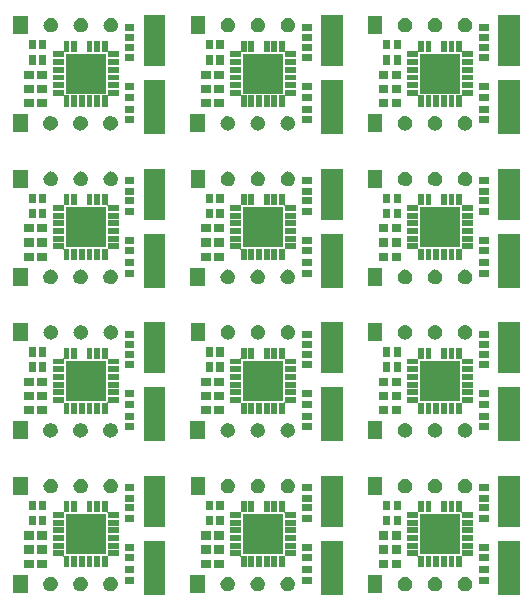
<source format=gbs>
%MOIN*%
%OFA0B0*%
%FSLAX46Y46*%
%IPPOS*%
%LPD*%
%ADD10C,0.0039370078740157488*%
%ADD21C,0.0039370078740157488*%
%ADD22C,0.0039370078740157488*%
%ADD23C,0.0039370078740157488*%
%ADD24C,0.0039370078740157488*%
%ADD25C,0.0039370078740157488*%
%ADD26C,0.0039370078740157488*%
%ADD27C,0.0039370078740157488*%
%ADD28C,0.0039370078740157488*%
%ADD29C,0.0039370078740157488*%
%ADD30C,0.0039370078740157488*%
%ADD31C,0.0039370078740157488*%
G01G01*
D10*
G36*
X0000452755Y0001781496D02*
X0000521653Y0001781496D01*
X0000521653Y0001948818D01*
X0000452755Y0001948818D01*
X0000452755Y0001781496D01*
X0000452755Y0001781496D01*
G37*
X0000452755Y0001781496D02*
X0000521653Y0001781496D01*
X0000521653Y0001948818D01*
X0000452755Y0001948818D01*
X0000452755Y0001781496D01*
G36*
X0000452755Y0001555118D02*
X0000452755Y0001732283D01*
X0000521653Y0001732283D01*
X0000521653Y0001555118D01*
X0000452755Y0001555118D01*
X0000452755Y0001555118D01*
G37*
X0000452755Y0001555118D02*
X0000452755Y0001732283D01*
X0000521653Y0001732283D01*
X0000521653Y0001555118D01*
X0000452755Y0001555118D01*
G36*
X0000065889Y0001558425D02*
X0000017574Y0001558425D01*
X0000017574Y0001618740D01*
X0000065889Y0001618740D01*
X0000065889Y0001558425D01*
X0000065889Y0001558425D01*
G37*
G36*
X0000146587Y0001612363D02*
X0000146588Y0001612363D01*
X0000146589Y0001612363D01*
X0000151093Y0001610969D01*
X0000155240Y0001608727D01*
X0000158873Y0001605721D01*
X0000161853Y0001602068D01*
X0000164066Y0001597905D01*
X0000165429Y0001593391D01*
X0000165889Y0001588699D01*
X0000165889Y0001588465D01*
X0000165887Y0001588128D01*
X0000165361Y0001583443D01*
X0000163936Y0001578949D01*
X0000161664Y0001574817D01*
X0000158634Y0001571205D01*
X0000154960Y0001568251D01*
X0000150781Y0001566067D01*
X0000146258Y0001564736D01*
X0000146257Y0001564736D01*
X0000146257Y0001564735D01*
X0000141563Y0001564308D01*
X0000136876Y0001564801D01*
X0000136876Y0001564801D01*
X0000136874Y0001564801D01*
X0000132370Y0001566195D01*
X0000128223Y0001568438D01*
X0000124590Y0001571443D01*
X0000121611Y0001575097D01*
X0000119397Y0001579260D01*
X0000118034Y0001583773D01*
X0000117574Y0001588465D01*
X0000117574Y0001588699D01*
X0000117577Y0001589036D01*
X0000118102Y0001593722D01*
X0000119528Y0001598216D01*
X0000121799Y0001602347D01*
X0000124830Y0001605959D01*
X0000128504Y0001608913D01*
X0000132682Y0001611097D01*
X0000137205Y0001612429D01*
X0000137206Y0001612429D01*
X0000137207Y0001612429D01*
X0000141900Y0001612856D01*
X0000146587Y0001612363D01*
X0000146587Y0001612363D01*
G37*
G36*
X0000346587Y0001612363D02*
X0000346588Y0001612363D01*
X0000346589Y0001612363D01*
X0000351093Y0001610969D01*
X0000355240Y0001608727D01*
X0000358873Y0001605721D01*
X0000361853Y0001602068D01*
X0000364066Y0001597905D01*
X0000365429Y0001593391D01*
X0000365889Y0001588699D01*
X0000365889Y0001588465D01*
X0000365887Y0001588128D01*
X0000365361Y0001583443D01*
X0000363936Y0001578949D01*
X0000361664Y0001574817D01*
X0000358634Y0001571205D01*
X0000354960Y0001568251D01*
X0000350781Y0001566067D01*
X0000346258Y0001564736D01*
X0000346257Y0001564736D01*
X0000346257Y0001564735D01*
X0000341563Y0001564308D01*
X0000336876Y0001564801D01*
X0000336876Y0001564801D01*
X0000336874Y0001564801D01*
X0000332370Y0001566195D01*
X0000328223Y0001568438D01*
X0000324590Y0001571443D01*
X0000321611Y0001575097D01*
X0000319397Y0001579260D01*
X0000318034Y0001583773D01*
X0000317574Y0001588465D01*
X0000317574Y0001588699D01*
X0000317577Y0001589036D01*
X0000318102Y0001593722D01*
X0000319528Y0001598216D01*
X0000321799Y0001602347D01*
X0000324830Y0001605959D01*
X0000328504Y0001608913D01*
X0000332682Y0001611097D01*
X0000337205Y0001612429D01*
X0000337206Y0001612429D01*
X0000337207Y0001612429D01*
X0000341900Y0001612856D01*
X0000346587Y0001612363D01*
X0000346587Y0001612363D01*
G37*
G36*
X0000246587Y0001612363D02*
X0000246588Y0001612363D01*
X0000246589Y0001612363D01*
X0000251093Y0001610969D01*
X0000255240Y0001608727D01*
X0000258873Y0001605721D01*
X0000261853Y0001602068D01*
X0000264066Y0001597905D01*
X0000265429Y0001593391D01*
X0000265889Y0001588699D01*
X0000265889Y0001588465D01*
X0000265887Y0001588128D01*
X0000265361Y0001583443D01*
X0000263936Y0001578949D01*
X0000261664Y0001574817D01*
X0000258634Y0001571205D01*
X0000254960Y0001568251D01*
X0000250781Y0001566067D01*
X0000246258Y0001564736D01*
X0000246257Y0001564736D01*
X0000246257Y0001564735D01*
X0000241563Y0001564308D01*
X0000236876Y0001564801D01*
X0000236876Y0001564801D01*
X0000236874Y0001564801D01*
X0000232370Y0001566195D01*
X0000228223Y0001568438D01*
X0000224590Y0001571443D01*
X0000221611Y0001575097D01*
X0000219397Y0001579260D01*
X0000218034Y0001583773D01*
X0000217574Y0001588465D01*
X0000217574Y0001588699D01*
X0000217577Y0001589036D01*
X0000218102Y0001593722D01*
X0000219528Y0001598216D01*
X0000221799Y0001602347D01*
X0000224830Y0001605959D01*
X0000228504Y0001608913D01*
X0000232682Y0001611097D01*
X0000237205Y0001612429D01*
X0000237206Y0001612429D01*
X0000237207Y0001612429D01*
X0000241900Y0001612856D01*
X0000246587Y0001612363D01*
X0000246587Y0001612363D01*
G37*
G36*
X0000421259Y0001588582D02*
X0000389763Y0001588582D01*
X0000389763Y0001612204D01*
X0000421259Y0001612204D01*
X0000421259Y0001588582D01*
X0000421259Y0001588582D01*
G37*
G36*
X0000421259Y0001624015D02*
X0000389763Y0001624015D01*
X0000389763Y0001647637D01*
X0000421259Y0001647637D01*
X0000421259Y0001624015D01*
X0000421259Y0001624015D01*
G37*
G36*
X0000085629Y0001641732D02*
X0000054133Y0001641732D01*
X0000054133Y0001669291D01*
X0000085629Y0001669291D01*
X0000085629Y0001641732D01*
X0000085629Y0001641732D01*
G37*
G36*
X0000128937Y0001641732D02*
X0000097440Y0001641732D01*
X0000097440Y0001669291D01*
X0000128937Y0001669291D01*
X0000128937Y0001641732D01*
X0000128937Y0001641732D01*
G37*
G36*
X0000186023Y0001683070D02*
X0000186061Y0001682686D01*
X0000186173Y0001682317D01*
X0000186355Y0001681977D01*
X0000186600Y0001681678D01*
X0000186898Y0001681434D01*
X0000187238Y0001681252D01*
X0000187608Y0001681140D01*
X0000187992Y0001681102D01*
X0000204724Y0001681102D01*
X0000204724Y0001643700D01*
X0000185039Y0001643700D01*
X0000185039Y0001678149D01*
X0000185001Y0001678533D01*
X0000184889Y0001678902D01*
X0000184707Y0001679243D01*
X0000184462Y0001679541D01*
X0000184164Y0001679786D01*
X0000183824Y0001679968D01*
X0000183454Y0001680080D01*
X0000183070Y0001680118D01*
X0000148622Y0001680118D01*
X0000148622Y0001699803D01*
X0000186023Y0001699803D01*
X0000186023Y0001683070D01*
X0000186023Y0001683070D01*
G37*
G36*
X0000230314Y0001643700D02*
X0000210629Y0001643700D01*
X0000210629Y0001681102D01*
X0000230314Y0001681102D01*
X0000230314Y0001643700D01*
X0000230314Y0001643700D01*
G37*
G36*
X0000255905Y0001643700D02*
X0000236220Y0001643700D01*
X0000236220Y0001681102D01*
X0000255905Y0001681102D01*
X0000255905Y0001643700D01*
X0000255905Y0001643700D01*
G37*
G36*
X0000281496Y0001643700D02*
X0000261811Y0001643700D01*
X0000261811Y0001681102D01*
X0000281496Y0001681102D01*
X0000281496Y0001643700D01*
X0000281496Y0001643700D01*
G37*
G36*
X0000369094Y0001680118D02*
X0000334645Y0001680118D01*
X0000334261Y0001680080D01*
X0000333892Y0001679968D01*
X0000333552Y0001679786D01*
X0000333253Y0001679541D01*
X0000333008Y0001679243D01*
X0000332827Y0001678902D01*
X0000332715Y0001678533D01*
X0000332677Y0001678149D01*
X0000332677Y0001643700D01*
X0000312992Y0001643700D01*
X0000312992Y0001681102D01*
X0000329724Y0001681102D01*
X0000330108Y0001681140D01*
X0000330477Y0001681252D01*
X0000330818Y0001681434D01*
X0000331116Y0001681678D01*
X0000331361Y0001681977D01*
X0000331543Y0001682317D01*
X0000331655Y0001682686D01*
X0000331692Y0001683070D01*
X0000331692Y0001699803D01*
X0000369094Y0001699803D01*
X0000369094Y0001680118D01*
X0000369094Y0001680118D01*
G37*
G36*
X0000307086Y0001643700D02*
X0000287401Y0001643700D01*
X0000287401Y0001681102D01*
X0000307086Y0001681102D01*
X0000307086Y0001643700D01*
X0000307086Y0001643700D01*
G37*
G36*
X0000421259Y0001663385D02*
X0000389763Y0001663385D01*
X0000389763Y0001687007D01*
X0000421259Y0001687007D01*
X0000421259Y0001663385D01*
X0000421259Y0001663385D01*
G37*
G36*
X0000325787Y0001687007D02*
X0000191929Y0001687007D01*
X0000191929Y0001820866D01*
X0000325787Y0001820866D01*
X0000325787Y0001687007D01*
X0000325787Y0001687007D01*
G37*
G36*
X0000085629Y0001688976D02*
X0000054133Y0001688976D01*
X0000054133Y0001716535D01*
X0000085629Y0001716535D01*
X0000085629Y0001688976D01*
X0000085629Y0001688976D01*
G37*
G36*
X0000128937Y0001688976D02*
X0000097440Y0001688976D01*
X0000097440Y0001716535D01*
X0000128937Y0001716535D01*
X0000128937Y0001688976D01*
X0000128937Y0001688976D01*
G37*
G36*
X0000421259Y0001698818D02*
X0000389763Y0001698818D01*
X0000389763Y0001722440D01*
X0000421259Y0001722440D01*
X0000421259Y0001698818D01*
X0000421259Y0001698818D01*
G37*
G36*
X0000186023Y0001705708D02*
X0000148622Y0001705708D01*
X0000148622Y0001725393D01*
X0000186023Y0001725393D01*
X0000186023Y0001705708D01*
X0000186023Y0001705708D01*
G37*
G36*
X0000369094Y0001705708D02*
X0000331692Y0001705708D01*
X0000331692Y0001725393D01*
X0000369094Y0001725393D01*
X0000369094Y0001705708D01*
X0000369094Y0001705708D01*
G37*
G36*
X0000369094Y0001731299D02*
X0000331692Y0001731299D01*
X0000331692Y0001750984D01*
X0000369094Y0001750984D01*
X0000369094Y0001731299D01*
X0000369094Y0001731299D01*
G37*
G36*
X0000186023Y0001731299D02*
X0000148622Y0001731299D01*
X0000148622Y0001750984D01*
X0000186023Y0001750984D01*
X0000186023Y0001731299D01*
X0000186023Y0001731299D01*
G37*
G36*
X0000128937Y0001736220D02*
X0000097440Y0001736220D01*
X0000097440Y0001763779D01*
X0000128937Y0001763779D01*
X0000128937Y0001736220D01*
X0000128937Y0001736220D01*
G37*
G36*
X0000085629Y0001736220D02*
X0000054133Y0001736220D01*
X0000054133Y0001763779D01*
X0000085629Y0001763779D01*
X0000085629Y0001736220D01*
X0000085629Y0001736220D01*
G37*
G36*
X0000369094Y0001756889D02*
X0000331692Y0001756889D01*
X0000331692Y0001776574D01*
X0000369094Y0001776574D01*
X0000369094Y0001756889D01*
X0000369094Y0001756889D01*
G37*
G36*
X0000186023Y0001756889D02*
X0000148622Y0001756889D01*
X0000148622Y0001776574D01*
X0000186023Y0001776574D01*
X0000186023Y0001756889D01*
X0000186023Y0001756889D01*
G37*
G36*
X0000369094Y0001782480D02*
X0000331692Y0001782480D01*
X0000331692Y0001802165D01*
X0000369094Y0001802165D01*
X0000369094Y0001782480D01*
X0000369094Y0001782480D01*
G37*
G36*
X0000186023Y0001782480D02*
X0000148622Y0001782480D01*
X0000148622Y0001802165D01*
X0000186023Y0001802165D01*
X0000186023Y0001782480D01*
X0000186023Y0001782480D01*
G37*
G36*
X0000092519Y0001783464D02*
X0000068897Y0001783464D01*
X0000068897Y0001814960D01*
X0000092519Y0001814960D01*
X0000092519Y0001783464D01*
X0000092519Y0001783464D01*
G37*
G36*
X0000127952Y0001783464D02*
X0000104330Y0001783464D01*
X0000104330Y0001814960D01*
X0000127952Y0001814960D01*
X0000127952Y0001783464D01*
X0000127952Y0001783464D01*
G37*
G36*
X0000421259Y0001795275D02*
X0000389763Y0001795275D01*
X0000389763Y0001818897D01*
X0000421259Y0001818897D01*
X0000421259Y0001795275D01*
X0000421259Y0001795275D01*
G37*
G36*
X0000204724Y0001826771D02*
X0000187992Y0001826771D01*
X0000187608Y0001826733D01*
X0000187238Y0001826621D01*
X0000186898Y0001826439D01*
X0000186600Y0001826195D01*
X0000186355Y0001825896D01*
X0000186173Y0001825556D01*
X0000186061Y0001825187D01*
X0000186023Y0001824803D01*
X0000186023Y0001808070D01*
X0000148622Y0001808070D01*
X0000148622Y0001827755D01*
X0000183070Y0001827755D01*
X0000183454Y0001827793D01*
X0000183824Y0001827905D01*
X0000184164Y0001828087D01*
X0000184462Y0001828332D01*
X0000184707Y0001828630D01*
X0000184889Y0001828971D01*
X0000185001Y0001829340D01*
X0000185039Y0001829724D01*
X0000185039Y0001864173D01*
X0000204724Y0001864173D01*
X0000204724Y0001826771D01*
X0000204724Y0001826771D01*
G37*
G36*
X0000332677Y0001829724D02*
X0000332715Y0001829340D01*
X0000332827Y0001828971D01*
X0000333008Y0001828630D01*
X0000333253Y0001828332D01*
X0000333552Y0001828087D01*
X0000333892Y0001827905D01*
X0000334261Y0001827793D01*
X0000334645Y0001827755D01*
X0000369094Y0001827755D01*
X0000369094Y0001808070D01*
X0000331692Y0001808070D01*
X0000331692Y0001824803D01*
X0000331655Y0001825187D01*
X0000331543Y0001825556D01*
X0000331361Y0001825896D01*
X0000331116Y0001826195D01*
X0000330818Y0001826439D01*
X0000330477Y0001826621D01*
X0000330108Y0001826733D01*
X0000329724Y0001826771D01*
X0000312992Y0001826771D01*
X0000312992Y0001864173D01*
X0000332677Y0001864173D01*
X0000332677Y0001829724D01*
X0000332677Y0001829724D01*
G37*
G36*
X0000281496Y0001826771D02*
X0000261811Y0001826771D01*
X0000261811Y0001864173D01*
X0000281496Y0001864173D01*
X0000281496Y0001826771D01*
X0000281496Y0001826771D01*
G37*
G36*
X0000307086Y0001826771D02*
X0000287401Y0001826771D01*
X0000287401Y0001864173D01*
X0000307086Y0001864173D01*
X0000307086Y0001826771D01*
X0000307086Y0001826771D01*
G37*
G36*
X0000230314Y0001826771D02*
X0000210629Y0001826771D01*
X0000210629Y0001864173D01*
X0000230314Y0001864173D01*
X0000230314Y0001826771D01*
X0000230314Y0001826771D01*
G37*
G36*
X0000421259Y0001830708D02*
X0000389763Y0001830708D01*
X0000389763Y0001854330D01*
X0000421259Y0001854330D01*
X0000421259Y0001830708D01*
X0000421259Y0001830708D01*
G37*
G36*
X0000127952Y0001834645D02*
X0000104330Y0001834645D01*
X0000104330Y0001866141D01*
X0000127952Y0001866141D01*
X0000127952Y0001834645D01*
X0000127952Y0001834645D01*
G37*
G36*
X0000092519Y0001834645D02*
X0000068897Y0001834645D01*
X0000068897Y0001866141D01*
X0000092519Y0001866141D01*
X0000092519Y0001834645D01*
X0000092519Y0001834645D01*
G37*
G36*
X0000421259Y0001861811D02*
X0000389763Y0001861811D01*
X0000389763Y0001885433D01*
X0000421259Y0001885433D01*
X0000421259Y0001861811D01*
X0000421259Y0001861811D01*
G37*
G36*
X0000066283Y0001885196D02*
X0000017968Y0001885196D01*
X0000017968Y0001945511D01*
X0000066283Y0001945511D01*
X0000066283Y0001885196D01*
X0000066283Y0001885196D01*
G37*
G36*
X0000146981Y0001939135D02*
X0000146982Y0001939135D01*
X0000146983Y0001939135D01*
X0000151487Y0001937741D01*
X0000155634Y0001935498D01*
X0000159267Y0001932493D01*
X0000162247Y0001928839D01*
X0000164460Y0001924676D01*
X0000165823Y0001920163D01*
X0000166283Y0001915471D01*
X0000166283Y0001915237D01*
X0000166281Y0001914900D01*
X0000165755Y0001910214D01*
X0000164329Y0001905720D01*
X0000162058Y0001901589D01*
X0000159028Y0001897977D01*
X0000155353Y0001895023D01*
X0000151175Y0001892839D01*
X0000146652Y0001891507D01*
X0000146651Y0001891507D01*
X0000146650Y0001891507D01*
X0000141957Y0001891080D01*
X0000137270Y0001891573D01*
X0000137269Y0001891573D01*
X0000137268Y0001891573D01*
X0000132764Y0001892967D01*
X0000128617Y0001895210D01*
X0000124984Y0001898215D01*
X0000122004Y0001901868D01*
X0000119791Y0001906031D01*
X0000118428Y0001910545D01*
X0000117968Y0001915237D01*
X0000117968Y0001915471D01*
X0000117970Y0001915808D01*
X0000118496Y0001920493D01*
X0000119922Y0001924987D01*
X0000122193Y0001929119D01*
X0000125223Y0001932731D01*
X0000128898Y0001935685D01*
X0000133076Y0001937869D01*
X0000137599Y0001939200D01*
X0000137600Y0001939200D01*
X0000137601Y0001939201D01*
X0000142294Y0001939628D01*
X0000146981Y0001939135D01*
X0000146981Y0001939135D01*
G37*
G36*
X0000246981Y0001939135D02*
X0000246982Y0001939135D01*
X0000246983Y0001939135D01*
X0000251487Y0001937741D01*
X0000255634Y0001935498D01*
X0000259267Y0001932493D01*
X0000262247Y0001928839D01*
X0000264460Y0001924676D01*
X0000265823Y0001920163D01*
X0000266283Y0001915471D01*
X0000266283Y0001915237D01*
X0000266281Y0001914900D01*
X0000265755Y0001910214D01*
X0000264329Y0001905720D01*
X0000262058Y0001901589D01*
X0000259028Y0001897977D01*
X0000255353Y0001895023D01*
X0000251175Y0001892839D01*
X0000246652Y0001891507D01*
X0000246651Y0001891507D01*
X0000246650Y0001891507D01*
X0000241957Y0001891080D01*
X0000237270Y0001891573D01*
X0000237269Y0001891573D01*
X0000237268Y0001891573D01*
X0000232764Y0001892967D01*
X0000228617Y0001895210D01*
X0000224984Y0001898215D01*
X0000222004Y0001901868D01*
X0000219791Y0001906031D01*
X0000218428Y0001910545D01*
X0000217968Y0001915237D01*
X0000217968Y0001915471D01*
X0000217970Y0001915808D01*
X0000218496Y0001920493D01*
X0000219922Y0001924987D01*
X0000222193Y0001929119D01*
X0000225223Y0001932731D01*
X0000228898Y0001935685D01*
X0000233076Y0001937869D01*
X0000237599Y0001939200D01*
X0000237600Y0001939200D01*
X0000237601Y0001939201D01*
X0000242294Y0001939628D01*
X0000246981Y0001939135D01*
X0000246981Y0001939135D01*
G37*
G36*
X0000346981Y0001939135D02*
X0000346982Y0001939135D01*
X0000346983Y0001939135D01*
X0000351487Y0001937741D01*
X0000355634Y0001935498D01*
X0000359267Y0001932493D01*
X0000362247Y0001928839D01*
X0000364460Y0001924676D01*
X0000365823Y0001920163D01*
X0000366283Y0001915471D01*
X0000366283Y0001915237D01*
X0000366281Y0001914900D01*
X0000365755Y0001910214D01*
X0000364329Y0001905720D01*
X0000362058Y0001901589D01*
X0000359028Y0001897977D01*
X0000355353Y0001895023D01*
X0000351175Y0001892839D01*
X0000346652Y0001891507D01*
X0000346651Y0001891507D01*
X0000346650Y0001891507D01*
X0000341957Y0001891080D01*
X0000337270Y0001891573D01*
X0000337269Y0001891573D01*
X0000337268Y0001891573D01*
X0000332764Y0001892967D01*
X0000328617Y0001895210D01*
X0000324984Y0001898215D01*
X0000322004Y0001901868D01*
X0000319791Y0001906031D01*
X0000318428Y0001910545D01*
X0000317968Y0001915237D01*
X0000317968Y0001915471D01*
X0000317970Y0001915808D01*
X0000318496Y0001920493D01*
X0000319921Y0001924987D01*
X0000322193Y0001929119D01*
X0000325223Y0001932731D01*
X0000328898Y0001935685D01*
X0000333076Y0001937869D01*
X0000337599Y0001939200D01*
X0000337600Y0001939200D01*
X0000337601Y0001939201D01*
X0000342294Y0001939628D01*
X0000346981Y0001939135D01*
X0000346981Y0001939135D01*
G37*
G36*
X0000421259Y0001897244D02*
X0000389763Y0001897244D01*
X0000389763Y0001920866D01*
X0000421259Y0001920866D01*
X0000421259Y0001897244D01*
X0000421259Y0001897244D01*
G37*
G04 next file*
G04 #@! TF.GenerationSoftware,KiCad,Pcbnew,(2017-01-20 revision 550a1ea)-makepkg*
G04 #@! TF.CreationDate,2017-01-30T22:44:56+01:00*
G04 #@! TF.ProjectId,tomu,746F6D752E6B696361645F7063620000,rev?*
G04 #@! TF.FileFunction,Soldermask,Bot*
G04 #@! TF.FilePolarity,Negative*
G04 Gerber Fmt 4.6, Leading zero omitted, Abs format (unit mm)*
G04 Created by KiCad (PCBNEW (2017-01-20 revision 550a1ea)-makepkg) date 01/30/17 22:44:56*
G01G01*
G04 APERTURE LIST*
G04 APERTURE END LIST*
D21*
G36*
X0001043307Y0001781496D02*
X0001112204Y0001781496D01*
X0001112204Y0001948818D01*
X0001043307Y0001948818D01*
X0001043307Y0001781496D01*
X0001043307Y0001781496D01*
G37*
X0001043307Y0001781496D02*
X0001112204Y0001781496D01*
X0001112204Y0001948818D01*
X0001043307Y0001948818D01*
X0001043307Y0001781496D01*
G36*
X0001043307Y0001555118D02*
X0001043307Y0001732283D01*
X0001112204Y0001732283D01*
X0001112204Y0001555118D01*
X0001043307Y0001555118D01*
X0001043307Y0001555118D01*
G37*
X0001043307Y0001555118D02*
X0001043307Y0001732283D01*
X0001112204Y0001732283D01*
X0001112204Y0001555118D01*
X0001043307Y0001555118D01*
G36*
X0000656440Y0001558425D02*
X0000608125Y0001558425D01*
X0000608125Y0001618740D01*
X0000656440Y0001618740D01*
X0000656440Y0001558425D01*
X0000656440Y0001558425D01*
G37*
G36*
X0000737139Y0001612363D02*
X0000737139Y0001612363D01*
X0000737140Y0001612363D01*
X0000741644Y0001610969D01*
X0000745792Y0001608727D01*
X0000749424Y0001605721D01*
X0000752404Y0001602068D01*
X0000754618Y0001597905D01*
X0000755980Y0001593391D01*
X0000756440Y0001588699D01*
X0000756440Y0001588465D01*
X0000756438Y0001588128D01*
X0000755913Y0001583443D01*
X0000754487Y0001578949D01*
X0000752216Y0001574817D01*
X0000749185Y0001571205D01*
X0000745511Y0001568251D01*
X0000741333Y0001566067D01*
X0000736810Y0001564736D01*
X0000736808Y0001564736D01*
X0000736808Y0001564735D01*
X0000732114Y0001564308D01*
X0000727427Y0001564801D01*
X0000727427Y0001564801D01*
X0000727425Y0001564801D01*
X0000722922Y0001566195D01*
X0000718774Y0001568438D01*
X0000715142Y0001571443D01*
X0000712162Y0001575097D01*
X0000709948Y0001579260D01*
X0000708586Y0001583773D01*
X0000708125Y0001588465D01*
X0000708125Y0001588699D01*
X0000708128Y0001589036D01*
X0000708653Y0001593722D01*
X0000710079Y0001598216D01*
X0000712350Y0001602347D01*
X0000715381Y0001605959D01*
X0000719055Y0001608913D01*
X0000723233Y0001611097D01*
X0000727756Y0001612429D01*
X0000727757Y0001612429D01*
X0000727758Y0001612429D01*
X0000732452Y0001612856D01*
X0000737139Y0001612363D01*
X0000737139Y0001612363D01*
G37*
G36*
X0000937139Y0001612363D02*
X0000937139Y0001612363D01*
X0000937140Y0001612363D01*
X0000941644Y0001610969D01*
X0000945792Y0001608727D01*
X0000949424Y0001605721D01*
X0000952404Y0001602068D01*
X0000954618Y0001597905D01*
X0000955980Y0001593391D01*
X0000956440Y0001588699D01*
X0000956440Y0001588465D01*
X0000956438Y0001588128D01*
X0000955913Y0001583443D01*
X0000954487Y0001578949D01*
X0000952216Y0001574817D01*
X0000949185Y0001571205D01*
X0000945511Y0001568251D01*
X0000941333Y0001566067D01*
X0000936810Y0001564736D01*
X0000936808Y0001564736D01*
X0000936808Y0001564735D01*
X0000932114Y0001564308D01*
X0000927427Y0001564801D01*
X0000927427Y0001564801D01*
X0000927425Y0001564801D01*
X0000922922Y0001566195D01*
X0000918774Y0001568438D01*
X0000915142Y0001571443D01*
X0000912162Y0001575097D01*
X0000909948Y0001579260D01*
X0000908586Y0001583773D01*
X0000908125Y0001588465D01*
X0000908125Y0001588699D01*
X0000908128Y0001589036D01*
X0000908653Y0001593722D01*
X0000910079Y0001598216D01*
X0000912350Y0001602347D01*
X0000915381Y0001605959D01*
X0000919055Y0001608913D01*
X0000923233Y0001611097D01*
X0000927756Y0001612429D01*
X0000927757Y0001612429D01*
X0000927758Y0001612429D01*
X0000932452Y0001612856D01*
X0000937139Y0001612363D01*
X0000937139Y0001612363D01*
G37*
G36*
X0000837139Y0001612363D02*
X0000837139Y0001612363D01*
X0000837140Y0001612363D01*
X0000841644Y0001610969D01*
X0000845792Y0001608727D01*
X0000849424Y0001605721D01*
X0000852404Y0001602068D01*
X0000854618Y0001597905D01*
X0000855980Y0001593391D01*
X0000856440Y0001588699D01*
X0000856440Y0001588465D01*
X0000856438Y0001588128D01*
X0000855913Y0001583443D01*
X0000854487Y0001578949D01*
X0000852216Y0001574817D01*
X0000849185Y0001571205D01*
X0000845511Y0001568251D01*
X0000841333Y0001566067D01*
X0000836810Y0001564736D01*
X0000836808Y0001564736D01*
X0000836808Y0001564735D01*
X0000832114Y0001564308D01*
X0000827427Y0001564801D01*
X0000827427Y0001564801D01*
X0000827425Y0001564801D01*
X0000822922Y0001566195D01*
X0000818774Y0001568438D01*
X0000815142Y0001571443D01*
X0000812162Y0001575097D01*
X0000809948Y0001579260D01*
X0000808586Y0001583773D01*
X0000808125Y0001588465D01*
X0000808125Y0001588699D01*
X0000808128Y0001589036D01*
X0000808653Y0001593722D01*
X0000810079Y0001598216D01*
X0000812350Y0001602347D01*
X0000815381Y0001605959D01*
X0000819055Y0001608913D01*
X0000823233Y0001611097D01*
X0000827756Y0001612429D01*
X0000827757Y0001612429D01*
X0000827758Y0001612429D01*
X0000832452Y0001612856D01*
X0000837139Y0001612363D01*
X0000837139Y0001612363D01*
G37*
G36*
X0001011811Y0001588582D02*
X0000980314Y0001588582D01*
X0000980314Y0001612204D01*
X0001011811Y0001612204D01*
X0001011811Y0001588582D01*
X0001011811Y0001588582D01*
G37*
G36*
X0001011811Y0001624015D02*
X0000980314Y0001624015D01*
X0000980314Y0001647637D01*
X0001011811Y0001647637D01*
X0001011811Y0001624015D01*
X0001011811Y0001624015D01*
G37*
G36*
X0000676181Y0001641732D02*
X0000644685Y0001641732D01*
X0000644685Y0001669291D01*
X0000676181Y0001669291D01*
X0000676181Y0001641732D01*
X0000676181Y0001641732D01*
G37*
G36*
X0000719488Y0001641732D02*
X0000687992Y0001641732D01*
X0000687992Y0001669291D01*
X0000719488Y0001669291D01*
X0000719488Y0001641732D01*
X0000719488Y0001641732D01*
G37*
G36*
X0000776574Y0001683070D02*
X0000776612Y0001682686D01*
X0000776724Y0001682317D01*
X0000776906Y0001681977D01*
X0000777151Y0001681678D01*
X0000777449Y0001681434D01*
X0000777790Y0001681252D01*
X0000778159Y0001681140D01*
X0000778543Y0001681102D01*
X0000795275Y0001681102D01*
X0000795275Y0001643700D01*
X0000775590Y0001643700D01*
X0000775590Y0001678149D01*
X0000775552Y0001678533D01*
X0000775440Y0001678902D01*
X0000775258Y0001679243D01*
X0000775013Y0001679541D01*
X0000774715Y0001679786D01*
X0000774375Y0001679968D01*
X0000774006Y0001680080D01*
X0000773622Y0001680118D01*
X0000739173Y0001680118D01*
X0000739173Y0001699803D01*
X0000776574Y0001699803D01*
X0000776574Y0001683070D01*
X0000776574Y0001683070D01*
G37*
G36*
X0000820866Y0001643700D02*
X0000801181Y0001643700D01*
X0000801181Y0001681102D01*
X0000820866Y0001681102D01*
X0000820866Y0001643700D01*
X0000820866Y0001643700D01*
G37*
G36*
X0000846456Y0001643700D02*
X0000826771Y0001643700D01*
X0000826771Y0001681102D01*
X0000846456Y0001681102D01*
X0000846456Y0001643700D01*
X0000846456Y0001643700D01*
G37*
G36*
X0000872047Y0001643700D02*
X0000852362Y0001643700D01*
X0000852362Y0001681102D01*
X0000872047Y0001681102D01*
X0000872047Y0001643700D01*
X0000872047Y0001643700D01*
G37*
G36*
X0000959645Y0001680118D02*
X0000925196Y0001680118D01*
X0000924812Y0001680080D01*
X0000924443Y0001679968D01*
X0000924103Y0001679786D01*
X0000923804Y0001679541D01*
X0000923560Y0001679243D01*
X0000923378Y0001678902D01*
X0000923266Y0001678533D01*
X0000923228Y0001678149D01*
X0000923228Y0001643700D01*
X0000903543Y0001643700D01*
X0000903543Y0001681102D01*
X0000920275Y0001681102D01*
X0000920659Y0001681140D01*
X0000921028Y0001681252D01*
X0000921369Y0001681434D01*
X0000921667Y0001681678D01*
X0000921912Y0001681977D01*
X0000922094Y0001682317D01*
X0000922206Y0001682686D01*
X0000922244Y0001683070D01*
X0000922244Y0001699803D01*
X0000959645Y0001699803D01*
X0000959645Y0001680118D01*
X0000959645Y0001680118D01*
G37*
G36*
X0000897637Y0001643700D02*
X0000877952Y0001643700D01*
X0000877952Y0001681102D01*
X0000897637Y0001681102D01*
X0000897637Y0001643700D01*
X0000897637Y0001643700D01*
G37*
G36*
X0001011811Y0001663385D02*
X0000980314Y0001663385D01*
X0000980314Y0001687007D01*
X0001011811Y0001687007D01*
X0001011811Y0001663385D01*
X0001011811Y0001663385D01*
G37*
G36*
X0000916338Y0001687007D02*
X0000782480Y0001687007D01*
X0000782480Y0001820866D01*
X0000916338Y0001820866D01*
X0000916338Y0001687007D01*
X0000916338Y0001687007D01*
G37*
G36*
X0000676181Y0001688976D02*
X0000644685Y0001688976D01*
X0000644685Y0001716535D01*
X0000676181Y0001716535D01*
X0000676181Y0001688976D01*
X0000676181Y0001688976D01*
G37*
G36*
X0000719488Y0001688976D02*
X0000687992Y0001688976D01*
X0000687992Y0001716535D01*
X0000719488Y0001716535D01*
X0000719488Y0001688976D01*
X0000719488Y0001688976D01*
G37*
G36*
X0001011811Y0001698818D02*
X0000980314Y0001698818D01*
X0000980314Y0001722440D01*
X0001011811Y0001722440D01*
X0001011811Y0001698818D01*
X0001011811Y0001698818D01*
G37*
G36*
X0000776574Y0001705708D02*
X0000739173Y0001705708D01*
X0000739173Y0001725393D01*
X0000776574Y0001725393D01*
X0000776574Y0001705708D01*
X0000776574Y0001705708D01*
G37*
G36*
X0000959645Y0001705708D02*
X0000922244Y0001705708D01*
X0000922244Y0001725393D01*
X0000959645Y0001725393D01*
X0000959645Y0001705708D01*
X0000959645Y0001705708D01*
G37*
G36*
X0000959645Y0001731299D02*
X0000922244Y0001731299D01*
X0000922244Y0001750984D01*
X0000959645Y0001750984D01*
X0000959645Y0001731299D01*
X0000959645Y0001731299D01*
G37*
G36*
X0000776574Y0001731299D02*
X0000739173Y0001731299D01*
X0000739173Y0001750984D01*
X0000776574Y0001750984D01*
X0000776574Y0001731299D01*
X0000776574Y0001731299D01*
G37*
G36*
X0000719488Y0001736220D02*
X0000687992Y0001736220D01*
X0000687992Y0001763779D01*
X0000719488Y0001763779D01*
X0000719488Y0001736220D01*
X0000719488Y0001736220D01*
G37*
G36*
X0000676181Y0001736220D02*
X0000644685Y0001736220D01*
X0000644685Y0001763779D01*
X0000676181Y0001763779D01*
X0000676181Y0001736220D01*
X0000676181Y0001736220D01*
G37*
G36*
X0000959645Y0001756889D02*
X0000922244Y0001756889D01*
X0000922244Y0001776574D01*
X0000959645Y0001776574D01*
X0000959645Y0001756889D01*
X0000959645Y0001756889D01*
G37*
G36*
X0000776574Y0001756889D02*
X0000739173Y0001756889D01*
X0000739173Y0001776574D01*
X0000776574Y0001776574D01*
X0000776574Y0001756889D01*
X0000776574Y0001756889D01*
G37*
G36*
X0000959645Y0001782480D02*
X0000922244Y0001782480D01*
X0000922244Y0001802165D01*
X0000959645Y0001802165D01*
X0000959645Y0001782480D01*
X0000959645Y0001782480D01*
G37*
G36*
X0000776574Y0001782480D02*
X0000739173Y0001782480D01*
X0000739173Y0001802165D01*
X0000776574Y0001802165D01*
X0000776574Y0001782480D01*
X0000776574Y0001782480D01*
G37*
G36*
X0000683070Y0001783464D02*
X0000659448Y0001783464D01*
X0000659448Y0001814960D01*
X0000683070Y0001814960D01*
X0000683070Y0001783464D01*
X0000683070Y0001783464D01*
G37*
G36*
X0000718503Y0001783464D02*
X0000694881Y0001783464D01*
X0000694881Y0001814960D01*
X0000718503Y0001814960D01*
X0000718503Y0001783464D01*
X0000718503Y0001783464D01*
G37*
G36*
X0001011811Y0001795275D02*
X0000980314Y0001795275D01*
X0000980314Y0001818897D01*
X0001011811Y0001818897D01*
X0001011811Y0001795275D01*
X0001011811Y0001795275D01*
G37*
G36*
X0000795275Y0001826771D02*
X0000778543Y0001826771D01*
X0000778159Y0001826733D01*
X0000777790Y0001826621D01*
X0000777449Y0001826439D01*
X0000777151Y0001826195D01*
X0000776906Y0001825896D01*
X0000776724Y0001825556D01*
X0000776612Y0001825187D01*
X0000776574Y0001824803D01*
X0000776574Y0001808070D01*
X0000739173Y0001808070D01*
X0000739173Y0001827755D01*
X0000773622Y0001827755D01*
X0000774006Y0001827793D01*
X0000774375Y0001827905D01*
X0000774715Y0001828087D01*
X0000775013Y0001828332D01*
X0000775258Y0001828630D01*
X0000775440Y0001828971D01*
X0000775552Y0001829340D01*
X0000775590Y0001829724D01*
X0000775590Y0001864173D01*
X0000795275Y0001864173D01*
X0000795275Y0001826771D01*
X0000795275Y0001826771D01*
G37*
G36*
X0000923228Y0001829724D02*
X0000923266Y0001829340D01*
X0000923378Y0001828971D01*
X0000923560Y0001828630D01*
X0000923804Y0001828332D01*
X0000924103Y0001828087D01*
X0000924443Y0001827905D01*
X0000924812Y0001827793D01*
X0000925196Y0001827755D01*
X0000959645Y0001827755D01*
X0000959645Y0001808070D01*
X0000922244Y0001808070D01*
X0000922244Y0001824803D01*
X0000922206Y0001825187D01*
X0000922094Y0001825556D01*
X0000921912Y0001825896D01*
X0000921667Y0001826195D01*
X0000921369Y0001826439D01*
X0000921028Y0001826621D01*
X0000920659Y0001826733D01*
X0000920275Y0001826771D01*
X0000903543Y0001826771D01*
X0000903543Y0001864173D01*
X0000923228Y0001864173D01*
X0000923228Y0001829724D01*
X0000923228Y0001829724D01*
G37*
G36*
X0000872047Y0001826771D02*
X0000852362Y0001826771D01*
X0000852362Y0001864173D01*
X0000872047Y0001864173D01*
X0000872047Y0001826771D01*
X0000872047Y0001826771D01*
G37*
G36*
X0000897637Y0001826771D02*
X0000877952Y0001826771D01*
X0000877952Y0001864173D01*
X0000897637Y0001864173D01*
X0000897637Y0001826771D01*
X0000897637Y0001826771D01*
G37*
G36*
X0000820866Y0001826771D02*
X0000801181Y0001826771D01*
X0000801181Y0001864173D01*
X0000820866Y0001864173D01*
X0000820866Y0001826771D01*
X0000820866Y0001826771D01*
G37*
G36*
X0001011811Y0001830708D02*
X0000980314Y0001830708D01*
X0000980314Y0001854330D01*
X0001011811Y0001854330D01*
X0001011811Y0001830708D01*
X0001011811Y0001830708D01*
G37*
G36*
X0000718503Y0001834645D02*
X0000694881Y0001834645D01*
X0000694881Y0001866141D01*
X0000718503Y0001866141D01*
X0000718503Y0001834645D01*
X0000718503Y0001834645D01*
G37*
G36*
X0000683070Y0001834645D02*
X0000659448Y0001834645D01*
X0000659448Y0001866141D01*
X0000683070Y0001866141D01*
X0000683070Y0001834645D01*
X0000683070Y0001834645D01*
G37*
G36*
X0001011811Y0001861811D02*
X0000980314Y0001861811D01*
X0000980314Y0001885433D01*
X0001011811Y0001885433D01*
X0001011811Y0001861811D01*
X0001011811Y0001861811D01*
G37*
G36*
X0000656834Y0001885196D02*
X0000608519Y0001885196D01*
X0000608519Y0001945511D01*
X0000656834Y0001945511D01*
X0000656834Y0001885196D01*
X0000656834Y0001885196D01*
G37*
G36*
X0000737532Y0001939135D02*
X0000737533Y0001939135D01*
X0000737534Y0001939135D01*
X0000742038Y0001937741D01*
X0000746185Y0001935498D01*
X0000749818Y0001932493D01*
X0000752798Y0001928839D01*
X0000755011Y0001924676D01*
X0000756374Y0001920163D01*
X0000756834Y0001915471D01*
X0000756834Y0001915237D01*
X0000756832Y0001914900D01*
X0000756306Y0001910214D01*
X0000754881Y0001905720D01*
X0000752609Y0001901589D01*
X0000749579Y0001897977D01*
X0000745904Y0001895023D01*
X0000741726Y0001892839D01*
X0000737203Y0001891507D01*
X0000737202Y0001891507D01*
X0000737201Y0001891507D01*
X0000732508Y0001891080D01*
X0000727821Y0001891573D01*
X0000727821Y0001891573D01*
X0000727819Y0001891573D01*
X0000723315Y0001892967D01*
X0000719168Y0001895210D01*
X0000715535Y0001898215D01*
X0000712555Y0001901868D01*
X0000710342Y0001906031D01*
X0000708979Y0001910545D01*
X0000708519Y0001915237D01*
X0000708519Y0001915471D01*
X0000708522Y0001915808D01*
X0000709047Y0001920493D01*
X0000710473Y0001924987D01*
X0000712744Y0001929119D01*
X0000715775Y0001932731D01*
X0000719449Y0001935685D01*
X0000723627Y0001937869D01*
X0000728150Y0001939200D01*
X0000728151Y0001939200D01*
X0000728152Y0001939201D01*
X0000732845Y0001939628D01*
X0000737532Y0001939135D01*
X0000737532Y0001939135D01*
G37*
G36*
X0000837532Y0001939135D02*
X0000837533Y0001939135D01*
X0000837534Y0001939135D01*
X0000842038Y0001937741D01*
X0000846185Y0001935498D01*
X0000849818Y0001932493D01*
X0000852798Y0001928839D01*
X0000855011Y0001924676D01*
X0000856374Y0001920163D01*
X0000856834Y0001915471D01*
X0000856834Y0001915237D01*
X0000856832Y0001914900D01*
X0000856306Y0001910214D01*
X0000854881Y0001905720D01*
X0000852609Y0001901589D01*
X0000849579Y0001897977D01*
X0000845904Y0001895023D01*
X0000841726Y0001892839D01*
X0000837203Y0001891507D01*
X0000837202Y0001891507D01*
X0000837201Y0001891507D01*
X0000832508Y0001891080D01*
X0000827821Y0001891573D01*
X0000827821Y0001891573D01*
X0000827819Y0001891573D01*
X0000823315Y0001892967D01*
X0000819168Y0001895210D01*
X0000815535Y0001898215D01*
X0000812555Y0001901868D01*
X0000810342Y0001906031D01*
X0000808979Y0001910545D01*
X0000808519Y0001915237D01*
X0000808519Y0001915471D01*
X0000808522Y0001915808D01*
X0000809047Y0001920493D01*
X0000810473Y0001924987D01*
X0000812744Y0001929119D01*
X0000815775Y0001932731D01*
X0000819449Y0001935685D01*
X0000823627Y0001937869D01*
X0000828150Y0001939200D01*
X0000828151Y0001939200D01*
X0000828152Y0001939201D01*
X0000832845Y0001939628D01*
X0000837532Y0001939135D01*
X0000837532Y0001939135D01*
G37*
G36*
X0000937532Y0001939135D02*
X0000937533Y0001939135D01*
X0000937534Y0001939135D01*
X0000942038Y0001937741D01*
X0000946185Y0001935498D01*
X0000949818Y0001932493D01*
X0000952798Y0001928839D01*
X0000955011Y0001924676D01*
X0000956374Y0001920163D01*
X0000956834Y0001915471D01*
X0000956834Y0001915237D01*
X0000956832Y0001914900D01*
X0000956306Y0001910214D01*
X0000954881Y0001905720D01*
X0000952609Y0001901589D01*
X0000949579Y0001897977D01*
X0000945904Y0001895023D01*
X0000941726Y0001892839D01*
X0000937203Y0001891507D01*
X0000937202Y0001891507D01*
X0000937201Y0001891507D01*
X0000932508Y0001891080D01*
X0000927821Y0001891573D01*
X0000927821Y0001891573D01*
X0000927819Y0001891573D01*
X0000923315Y0001892967D01*
X0000919168Y0001895210D01*
X0000915535Y0001898215D01*
X0000912555Y0001901868D01*
X0000910342Y0001906031D01*
X0000908979Y0001910545D01*
X0000908519Y0001915237D01*
X0000908519Y0001915471D01*
X0000908522Y0001915808D01*
X0000909047Y0001920493D01*
X0000910473Y0001924987D01*
X0000912744Y0001929119D01*
X0000915775Y0001932731D01*
X0000919449Y0001935685D01*
X0000923627Y0001937869D01*
X0000928150Y0001939200D01*
X0000928151Y0001939200D01*
X0000928152Y0001939201D01*
X0000932845Y0001939628D01*
X0000937532Y0001939135D01*
X0000937532Y0001939135D01*
G37*
G36*
X0001011811Y0001897244D02*
X0000980314Y0001897244D01*
X0000980314Y0001920866D01*
X0001011811Y0001920866D01*
X0001011811Y0001897244D01*
X0001011811Y0001897244D01*
G37*
G04 next file*
G04 #@! TF.GenerationSoftware,KiCad,Pcbnew,(2017-01-20 revision 550a1ea)-makepkg*
G04 #@! TF.CreationDate,2017-01-30T22:44:56+01:00*
G04 #@! TF.ProjectId,tomu,746F6D752E6B696361645F7063620000,rev?*
G04 #@! TF.FileFunction,Soldermask,Bot*
G04 #@! TF.FilePolarity,Negative*
G04 Gerber Fmt 4.6, Leading zero omitted, Abs format (unit mm)*
G04 Created by KiCad (PCBNEW (2017-01-20 revision 550a1ea)-makepkg) date 01/30/17 22:44:56*
G01G01*
G04 APERTURE LIST*
G04 APERTURE END LIST*
D22*
G36*
X0001633858Y0001781496D02*
X0001702755Y0001781496D01*
X0001702755Y0001948818D01*
X0001633858Y0001948818D01*
X0001633858Y0001781496D01*
X0001633858Y0001781496D01*
G37*
X0001633858Y0001781496D02*
X0001702755Y0001781496D01*
X0001702755Y0001948818D01*
X0001633858Y0001948818D01*
X0001633858Y0001781496D01*
G36*
X0001633858Y0001555118D02*
X0001633858Y0001732283D01*
X0001702755Y0001732283D01*
X0001702755Y0001555118D01*
X0001633858Y0001555118D01*
X0001633858Y0001555118D01*
G37*
X0001633858Y0001555118D02*
X0001633858Y0001732283D01*
X0001702755Y0001732283D01*
X0001702755Y0001555118D01*
X0001633858Y0001555118D01*
G36*
X0001246992Y0001558425D02*
X0001198677Y0001558425D01*
X0001198677Y0001618740D01*
X0001246992Y0001618740D01*
X0001246992Y0001558425D01*
X0001246992Y0001558425D01*
G37*
G36*
X0001327690Y0001612363D02*
X0001327690Y0001612363D01*
X0001327692Y0001612363D01*
X0001332196Y0001610969D01*
X0001336343Y0001608727D01*
X0001339976Y0001605721D01*
X0001342955Y0001602068D01*
X0001345169Y0001597905D01*
X0001346532Y0001593391D01*
X0001346992Y0001588699D01*
X0001346992Y0001588465D01*
X0001346989Y0001588128D01*
X0001346464Y0001583443D01*
X0001345038Y0001578949D01*
X0001342767Y0001574817D01*
X0001339736Y0001571205D01*
X0001336062Y0001568251D01*
X0001331884Y0001566067D01*
X0001327361Y0001564736D01*
X0001327360Y0001564736D01*
X0001327359Y0001564735D01*
X0001322666Y0001564308D01*
X0001317979Y0001564801D01*
X0001317978Y0001564801D01*
X0001317977Y0001564801D01*
X0001313473Y0001566195D01*
X0001309325Y0001568438D01*
X0001305693Y0001571443D01*
X0001302713Y0001575097D01*
X0001300499Y0001579260D01*
X0001299137Y0001583773D01*
X0001298677Y0001588465D01*
X0001298677Y0001588699D01*
X0001298679Y0001589036D01*
X0001299205Y0001593722D01*
X0001300630Y0001598216D01*
X0001302901Y0001602347D01*
X0001305932Y0001605959D01*
X0001309606Y0001608913D01*
X0001313785Y0001611097D01*
X0001318307Y0001612429D01*
X0001318309Y0001612429D01*
X0001318309Y0001612429D01*
X0001323003Y0001612856D01*
X0001327690Y0001612363D01*
X0001327690Y0001612363D01*
G37*
G36*
X0001527690Y0001612363D02*
X0001527690Y0001612363D01*
X0001527692Y0001612363D01*
X0001532196Y0001610969D01*
X0001536343Y0001608727D01*
X0001539976Y0001605721D01*
X0001542955Y0001602068D01*
X0001545169Y0001597905D01*
X0001546532Y0001593391D01*
X0001546992Y0001588699D01*
X0001546992Y0001588465D01*
X0001546989Y0001588128D01*
X0001546464Y0001583443D01*
X0001545038Y0001578949D01*
X0001542767Y0001574817D01*
X0001539736Y0001571205D01*
X0001536062Y0001568251D01*
X0001531884Y0001566067D01*
X0001527361Y0001564736D01*
X0001527360Y0001564736D01*
X0001527359Y0001564735D01*
X0001522666Y0001564308D01*
X0001517979Y0001564801D01*
X0001517978Y0001564801D01*
X0001517977Y0001564801D01*
X0001513473Y0001566195D01*
X0001509325Y0001568438D01*
X0001505693Y0001571443D01*
X0001502713Y0001575097D01*
X0001500499Y0001579260D01*
X0001499137Y0001583773D01*
X0001498677Y0001588465D01*
X0001498677Y0001588699D01*
X0001498679Y0001589036D01*
X0001499205Y0001593722D01*
X0001500630Y0001598216D01*
X0001502901Y0001602347D01*
X0001505932Y0001605959D01*
X0001509606Y0001608913D01*
X0001513785Y0001611097D01*
X0001518307Y0001612429D01*
X0001518309Y0001612429D01*
X0001518309Y0001612429D01*
X0001523003Y0001612856D01*
X0001527690Y0001612363D01*
X0001527690Y0001612363D01*
G37*
G36*
X0001427690Y0001612363D02*
X0001427690Y0001612363D01*
X0001427692Y0001612363D01*
X0001432196Y0001610969D01*
X0001436343Y0001608727D01*
X0001439976Y0001605721D01*
X0001442955Y0001602068D01*
X0001445169Y0001597905D01*
X0001446532Y0001593391D01*
X0001446992Y0001588699D01*
X0001446992Y0001588465D01*
X0001446989Y0001588128D01*
X0001446464Y0001583443D01*
X0001445038Y0001578949D01*
X0001442767Y0001574817D01*
X0001439736Y0001571205D01*
X0001436062Y0001568251D01*
X0001431884Y0001566067D01*
X0001427361Y0001564736D01*
X0001427360Y0001564736D01*
X0001427359Y0001564735D01*
X0001422666Y0001564308D01*
X0001417979Y0001564801D01*
X0001417978Y0001564801D01*
X0001417977Y0001564801D01*
X0001413473Y0001566195D01*
X0001409325Y0001568438D01*
X0001405693Y0001571443D01*
X0001402713Y0001575097D01*
X0001400499Y0001579260D01*
X0001399137Y0001583773D01*
X0001398677Y0001588465D01*
X0001398677Y0001588699D01*
X0001398679Y0001589036D01*
X0001399205Y0001593722D01*
X0001400630Y0001598216D01*
X0001402901Y0001602347D01*
X0001405932Y0001605959D01*
X0001409606Y0001608913D01*
X0001413785Y0001611097D01*
X0001418307Y0001612429D01*
X0001418309Y0001612429D01*
X0001418309Y0001612429D01*
X0001423003Y0001612856D01*
X0001427690Y0001612363D01*
X0001427690Y0001612363D01*
G37*
G36*
X0001602362Y0001588582D02*
X0001570866Y0001588582D01*
X0001570866Y0001612204D01*
X0001602362Y0001612204D01*
X0001602362Y0001588582D01*
X0001602362Y0001588582D01*
G37*
G36*
X0001602362Y0001624015D02*
X0001570866Y0001624015D01*
X0001570866Y0001647637D01*
X0001602362Y0001647637D01*
X0001602362Y0001624015D01*
X0001602362Y0001624015D01*
G37*
G36*
X0001266732Y0001641732D02*
X0001235236Y0001641732D01*
X0001235236Y0001669291D01*
X0001266732Y0001669291D01*
X0001266732Y0001641732D01*
X0001266732Y0001641732D01*
G37*
G36*
X0001310039Y0001641732D02*
X0001278543Y0001641732D01*
X0001278543Y0001669291D01*
X0001310039Y0001669291D01*
X0001310039Y0001641732D01*
X0001310039Y0001641732D01*
G37*
G36*
X0001367125Y0001683070D02*
X0001367163Y0001682686D01*
X0001367275Y0001682317D01*
X0001367457Y0001681977D01*
X0001367702Y0001681678D01*
X0001368000Y0001681434D01*
X0001368341Y0001681252D01*
X0001368710Y0001681140D01*
X0001369094Y0001681102D01*
X0001385826Y0001681102D01*
X0001385826Y0001643700D01*
X0001366141Y0001643700D01*
X0001366141Y0001678149D01*
X0001366103Y0001678533D01*
X0001365991Y0001678902D01*
X0001365809Y0001679243D01*
X0001365565Y0001679541D01*
X0001365266Y0001679786D01*
X0001364926Y0001679968D01*
X0001364557Y0001680080D01*
X0001364173Y0001680118D01*
X0001329724Y0001680118D01*
X0001329724Y0001699803D01*
X0001367125Y0001699803D01*
X0001367125Y0001683070D01*
X0001367125Y0001683070D01*
G37*
G36*
X0001411417Y0001643700D02*
X0001391732Y0001643700D01*
X0001391732Y0001681102D01*
X0001411417Y0001681102D01*
X0001411417Y0001643700D01*
X0001411417Y0001643700D01*
G37*
G36*
X0001437007Y0001643700D02*
X0001417322Y0001643700D01*
X0001417322Y0001681102D01*
X0001437007Y0001681102D01*
X0001437007Y0001643700D01*
X0001437007Y0001643700D01*
G37*
G36*
X0001462598Y0001643700D02*
X0001442913Y0001643700D01*
X0001442913Y0001681102D01*
X0001462598Y0001681102D01*
X0001462598Y0001643700D01*
X0001462598Y0001643700D01*
G37*
G36*
X0001550196Y0001680118D02*
X0001515748Y0001680118D01*
X0001515363Y0001680080D01*
X0001514994Y0001679968D01*
X0001514654Y0001679786D01*
X0001514356Y0001679541D01*
X0001514111Y0001679243D01*
X0001513929Y0001678902D01*
X0001513817Y0001678533D01*
X0001513779Y0001678149D01*
X0001513779Y0001643700D01*
X0001494094Y0001643700D01*
X0001494094Y0001681102D01*
X0001510826Y0001681102D01*
X0001511210Y0001681140D01*
X0001511580Y0001681252D01*
X0001511920Y0001681434D01*
X0001512218Y0001681678D01*
X0001512463Y0001681977D01*
X0001512645Y0001682317D01*
X0001512757Y0001682686D01*
X0001512795Y0001683070D01*
X0001512795Y0001699803D01*
X0001550196Y0001699803D01*
X0001550196Y0001680118D01*
X0001550196Y0001680118D01*
G37*
G36*
X0001488188Y0001643700D02*
X0001468503Y0001643700D01*
X0001468503Y0001681102D01*
X0001488188Y0001681102D01*
X0001488188Y0001643700D01*
X0001488188Y0001643700D01*
G37*
G36*
X0001602362Y0001663385D02*
X0001570866Y0001663385D01*
X0001570866Y0001687007D01*
X0001602362Y0001687007D01*
X0001602362Y0001663385D01*
X0001602362Y0001663385D01*
G37*
G36*
X0001506889Y0001687007D02*
X0001373031Y0001687007D01*
X0001373031Y0001820866D01*
X0001506889Y0001820866D01*
X0001506889Y0001687007D01*
X0001506889Y0001687007D01*
G37*
G36*
X0001266732Y0001688976D02*
X0001235236Y0001688976D01*
X0001235236Y0001716535D01*
X0001266732Y0001716535D01*
X0001266732Y0001688976D01*
X0001266732Y0001688976D01*
G37*
G36*
X0001310039Y0001688976D02*
X0001278543Y0001688976D01*
X0001278543Y0001716535D01*
X0001310039Y0001716535D01*
X0001310039Y0001688976D01*
X0001310039Y0001688976D01*
G37*
G36*
X0001602362Y0001698818D02*
X0001570866Y0001698818D01*
X0001570866Y0001722440D01*
X0001602362Y0001722440D01*
X0001602362Y0001698818D01*
X0001602362Y0001698818D01*
G37*
G36*
X0001367125Y0001705708D02*
X0001329724Y0001705708D01*
X0001329724Y0001725393D01*
X0001367125Y0001725393D01*
X0001367125Y0001705708D01*
X0001367125Y0001705708D01*
G37*
G36*
X0001550196Y0001705708D02*
X0001512795Y0001705708D01*
X0001512795Y0001725393D01*
X0001550196Y0001725393D01*
X0001550196Y0001705708D01*
X0001550196Y0001705708D01*
G37*
G36*
X0001550196Y0001731299D02*
X0001512795Y0001731299D01*
X0001512795Y0001750984D01*
X0001550196Y0001750984D01*
X0001550196Y0001731299D01*
X0001550196Y0001731299D01*
G37*
G36*
X0001367125Y0001731299D02*
X0001329724Y0001731299D01*
X0001329724Y0001750984D01*
X0001367125Y0001750984D01*
X0001367125Y0001731299D01*
X0001367125Y0001731299D01*
G37*
G36*
X0001310039Y0001736220D02*
X0001278543Y0001736220D01*
X0001278543Y0001763779D01*
X0001310039Y0001763779D01*
X0001310039Y0001736220D01*
X0001310039Y0001736220D01*
G37*
G36*
X0001266732Y0001736220D02*
X0001235236Y0001736220D01*
X0001235236Y0001763779D01*
X0001266732Y0001763779D01*
X0001266732Y0001736220D01*
X0001266732Y0001736220D01*
G37*
G36*
X0001550196Y0001756889D02*
X0001512795Y0001756889D01*
X0001512795Y0001776574D01*
X0001550196Y0001776574D01*
X0001550196Y0001756889D01*
X0001550196Y0001756889D01*
G37*
G36*
X0001367125Y0001756889D02*
X0001329724Y0001756889D01*
X0001329724Y0001776574D01*
X0001367125Y0001776574D01*
X0001367125Y0001756889D01*
X0001367125Y0001756889D01*
G37*
G36*
X0001550196Y0001782480D02*
X0001512795Y0001782480D01*
X0001512795Y0001802165D01*
X0001550196Y0001802165D01*
X0001550196Y0001782480D01*
X0001550196Y0001782480D01*
G37*
G36*
X0001367125Y0001782480D02*
X0001329724Y0001782480D01*
X0001329724Y0001802165D01*
X0001367125Y0001802165D01*
X0001367125Y0001782480D01*
X0001367125Y0001782480D01*
G37*
G36*
X0001273622Y0001783464D02*
X0001250000Y0001783464D01*
X0001250000Y0001814960D01*
X0001273622Y0001814960D01*
X0001273622Y0001783464D01*
X0001273622Y0001783464D01*
G37*
G36*
X0001309055Y0001783464D02*
X0001285433Y0001783464D01*
X0001285433Y0001814960D01*
X0001309055Y0001814960D01*
X0001309055Y0001783464D01*
X0001309055Y0001783464D01*
G37*
G36*
X0001602362Y0001795275D02*
X0001570866Y0001795275D01*
X0001570866Y0001818897D01*
X0001602362Y0001818897D01*
X0001602362Y0001795275D01*
X0001602362Y0001795275D01*
G37*
G36*
X0001385826Y0001826771D02*
X0001369094Y0001826771D01*
X0001368710Y0001826733D01*
X0001368341Y0001826621D01*
X0001368000Y0001826439D01*
X0001367702Y0001826195D01*
X0001367457Y0001825896D01*
X0001367275Y0001825556D01*
X0001367163Y0001825187D01*
X0001367125Y0001824803D01*
X0001367125Y0001808070D01*
X0001329724Y0001808070D01*
X0001329724Y0001827755D01*
X0001364173Y0001827755D01*
X0001364557Y0001827793D01*
X0001364926Y0001827905D01*
X0001365266Y0001828087D01*
X0001365565Y0001828332D01*
X0001365809Y0001828630D01*
X0001365991Y0001828971D01*
X0001366103Y0001829340D01*
X0001366141Y0001829724D01*
X0001366141Y0001864173D01*
X0001385826Y0001864173D01*
X0001385826Y0001826771D01*
X0001385826Y0001826771D01*
G37*
G36*
X0001513779Y0001829724D02*
X0001513817Y0001829340D01*
X0001513929Y0001828971D01*
X0001514111Y0001828630D01*
X0001514356Y0001828332D01*
X0001514654Y0001828087D01*
X0001514994Y0001827905D01*
X0001515363Y0001827793D01*
X0001515748Y0001827755D01*
X0001550196Y0001827755D01*
X0001550196Y0001808070D01*
X0001512795Y0001808070D01*
X0001512795Y0001824803D01*
X0001512757Y0001825187D01*
X0001512645Y0001825556D01*
X0001512463Y0001825896D01*
X0001512218Y0001826195D01*
X0001511920Y0001826439D01*
X0001511580Y0001826621D01*
X0001511210Y0001826733D01*
X0001510826Y0001826771D01*
X0001494094Y0001826771D01*
X0001494094Y0001864173D01*
X0001513779Y0001864173D01*
X0001513779Y0001829724D01*
X0001513779Y0001829724D01*
G37*
G36*
X0001462598Y0001826771D02*
X0001442913Y0001826771D01*
X0001442913Y0001864173D01*
X0001462598Y0001864173D01*
X0001462598Y0001826771D01*
X0001462598Y0001826771D01*
G37*
G36*
X0001488188Y0001826771D02*
X0001468503Y0001826771D01*
X0001468503Y0001864173D01*
X0001488188Y0001864173D01*
X0001488188Y0001826771D01*
X0001488188Y0001826771D01*
G37*
G36*
X0001411417Y0001826771D02*
X0001391732Y0001826771D01*
X0001391732Y0001864173D01*
X0001411417Y0001864173D01*
X0001411417Y0001826771D01*
X0001411417Y0001826771D01*
G37*
G36*
X0001602362Y0001830708D02*
X0001570866Y0001830708D01*
X0001570866Y0001854330D01*
X0001602362Y0001854330D01*
X0001602362Y0001830708D01*
X0001602362Y0001830708D01*
G37*
G36*
X0001309055Y0001834645D02*
X0001285433Y0001834645D01*
X0001285433Y0001866141D01*
X0001309055Y0001866141D01*
X0001309055Y0001834645D01*
X0001309055Y0001834645D01*
G37*
G36*
X0001273622Y0001834645D02*
X0001250000Y0001834645D01*
X0001250000Y0001866141D01*
X0001273622Y0001866141D01*
X0001273622Y0001834645D01*
X0001273622Y0001834645D01*
G37*
G36*
X0001602362Y0001861811D02*
X0001570866Y0001861811D01*
X0001570866Y0001885433D01*
X0001602362Y0001885433D01*
X0001602362Y0001861811D01*
X0001602362Y0001861811D01*
G37*
G36*
X0001247385Y0001885196D02*
X0001199070Y0001885196D01*
X0001199070Y0001945511D01*
X0001247385Y0001945511D01*
X0001247385Y0001885196D01*
X0001247385Y0001885196D01*
G37*
G36*
X0001328083Y0001939135D02*
X0001328084Y0001939135D01*
X0001328085Y0001939135D01*
X0001332589Y0001937741D01*
X0001336737Y0001935498D01*
X0001340369Y0001932493D01*
X0001343349Y0001928839D01*
X0001345563Y0001924676D01*
X0001346925Y0001920163D01*
X0001347385Y0001915471D01*
X0001347385Y0001915237D01*
X0001347383Y0001914900D01*
X0001346857Y0001910214D01*
X0001345432Y0001905720D01*
X0001343161Y0001901589D01*
X0001340130Y0001897977D01*
X0001336456Y0001895023D01*
X0001332277Y0001892839D01*
X0001327755Y0001891507D01*
X0001327753Y0001891507D01*
X0001327753Y0001891507D01*
X0001323059Y0001891080D01*
X0001318372Y0001891573D01*
X0001318372Y0001891573D01*
X0001318370Y0001891573D01*
X0001313866Y0001892967D01*
X0001309719Y0001895210D01*
X0001306086Y0001898215D01*
X0001303107Y0001901868D01*
X0001300893Y0001906031D01*
X0001299530Y0001910545D01*
X0001299070Y0001915237D01*
X0001299070Y0001915471D01*
X0001299073Y0001915808D01*
X0001299598Y0001920493D01*
X0001301024Y0001924987D01*
X0001303295Y0001929119D01*
X0001306326Y0001932731D01*
X0001310000Y0001935685D01*
X0001314178Y0001937869D01*
X0001318701Y0001939200D01*
X0001318702Y0001939200D01*
X0001318703Y0001939201D01*
X0001323396Y0001939628D01*
X0001328083Y0001939135D01*
X0001328083Y0001939135D01*
G37*
G36*
X0001428083Y0001939135D02*
X0001428084Y0001939135D01*
X0001428085Y0001939135D01*
X0001432589Y0001937741D01*
X0001436737Y0001935498D01*
X0001440369Y0001932493D01*
X0001443349Y0001928839D01*
X0001445563Y0001924676D01*
X0001446925Y0001920163D01*
X0001447385Y0001915471D01*
X0001447385Y0001915237D01*
X0001447383Y0001914900D01*
X0001446857Y0001910214D01*
X0001445432Y0001905720D01*
X0001443161Y0001901589D01*
X0001440130Y0001897977D01*
X0001436456Y0001895023D01*
X0001432277Y0001892839D01*
X0001427755Y0001891507D01*
X0001427753Y0001891507D01*
X0001427753Y0001891507D01*
X0001423059Y0001891080D01*
X0001418372Y0001891573D01*
X0001418372Y0001891573D01*
X0001418370Y0001891573D01*
X0001413866Y0001892967D01*
X0001409719Y0001895210D01*
X0001406086Y0001898215D01*
X0001403107Y0001901868D01*
X0001400893Y0001906031D01*
X0001399530Y0001910545D01*
X0001399070Y0001915237D01*
X0001399070Y0001915471D01*
X0001399073Y0001915808D01*
X0001399598Y0001920493D01*
X0001401024Y0001924987D01*
X0001403295Y0001929119D01*
X0001406326Y0001932731D01*
X0001410000Y0001935685D01*
X0001414178Y0001937869D01*
X0001418701Y0001939200D01*
X0001418702Y0001939200D01*
X0001418703Y0001939201D01*
X0001423396Y0001939628D01*
X0001428083Y0001939135D01*
X0001428083Y0001939135D01*
G37*
G36*
X0001528083Y0001939135D02*
X0001528084Y0001939135D01*
X0001528085Y0001939135D01*
X0001532589Y0001937741D01*
X0001536737Y0001935498D01*
X0001540369Y0001932493D01*
X0001543349Y0001928839D01*
X0001545563Y0001924676D01*
X0001546925Y0001920163D01*
X0001547385Y0001915471D01*
X0001547385Y0001915237D01*
X0001547383Y0001914900D01*
X0001546857Y0001910214D01*
X0001545432Y0001905720D01*
X0001543161Y0001901589D01*
X0001540130Y0001897977D01*
X0001536456Y0001895023D01*
X0001532277Y0001892839D01*
X0001527755Y0001891507D01*
X0001527753Y0001891507D01*
X0001527753Y0001891507D01*
X0001523059Y0001891080D01*
X0001518372Y0001891573D01*
X0001518372Y0001891573D01*
X0001518370Y0001891573D01*
X0001513866Y0001892967D01*
X0001509719Y0001895210D01*
X0001506086Y0001898215D01*
X0001503107Y0001901868D01*
X0001500893Y0001906031D01*
X0001499530Y0001910545D01*
X0001499070Y0001915237D01*
X0001499070Y0001915471D01*
X0001499073Y0001915808D01*
X0001499598Y0001920493D01*
X0001501024Y0001924987D01*
X0001503295Y0001929119D01*
X0001506326Y0001932731D01*
X0001510000Y0001935685D01*
X0001514178Y0001937869D01*
X0001518701Y0001939200D01*
X0001518702Y0001939200D01*
X0001518703Y0001939201D01*
X0001523396Y0001939628D01*
X0001528083Y0001939135D01*
X0001528083Y0001939135D01*
G37*
G36*
X0001602362Y0001897244D02*
X0001570866Y0001897244D01*
X0001570866Y0001920866D01*
X0001602362Y0001920866D01*
X0001602362Y0001897244D01*
X0001602362Y0001897244D01*
G37*
G04 next file*
G04 #@! TF.GenerationSoftware,KiCad,Pcbnew,(2017-01-20 revision 550a1ea)-makepkg*
G04 #@! TF.CreationDate,2017-01-30T22:44:56+01:00*
G04 #@! TF.ProjectId,tomu,746F6D752E6B696361645F7063620000,rev?*
G04 #@! TF.FileFunction,Soldermask,Bot*
G04 #@! TF.FilePolarity,Negative*
G04 Gerber Fmt 4.6, Leading zero omitted, Abs format (unit mm)*
G04 Created by KiCad (PCBNEW (2017-01-20 revision 550a1ea)-makepkg) date 01/30/17 22:44:56*
G01G01*
G04 APERTURE LIST*
G04 APERTURE END LIST*
D23*
G36*
X0000452755Y0001269685D02*
X0000521653Y0001269685D01*
X0000521653Y0001437007D01*
X0000452755Y0001437007D01*
X0000452755Y0001269685D01*
X0000452755Y0001269685D01*
G37*
X0000452755Y0001269685D02*
X0000521653Y0001269685D01*
X0000521653Y0001437007D01*
X0000452755Y0001437007D01*
X0000452755Y0001269685D01*
G36*
X0000452755Y0001043307D02*
X0000452755Y0001220472D01*
X0000521653Y0001220472D01*
X0000521653Y0001043307D01*
X0000452755Y0001043307D01*
X0000452755Y0001043307D01*
G37*
X0000452755Y0001043307D02*
X0000452755Y0001220472D01*
X0000521653Y0001220472D01*
X0000521653Y0001043307D01*
X0000452755Y0001043307D01*
G36*
X0000065889Y0001046614D02*
X0000017574Y0001046614D01*
X0000017574Y0001106929D01*
X0000065889Y0001106929D01*
X0000065889Y0001046614D01*
X0000065889Y0001046614D01*
G37*
G36*
X0000146587Y0001100552D02*
X0000146588Y0001100552D01*
X0000146589Y0001100552D01*
X0000151093Y0001099158D01*
X0000155240Y0001096915D01*
X0000158873Y0001093910D01*
X0000161853Y0001090257D01*
X0000164066Y0001086094D01*
X0000165429Y0001081580D01*
X0000165889Y0001076888D01*
X0000165889Y0001076654D01*
X0000165887Y0001076317D01*
X0000165361Y0001071632D01*
X0000163936Y0001067138D01*
X0000161664Y0001063006D01*
X0000158634Y0001059394D01*
X0000154960Y0001056440D01*
X0000150781Y0001054256D01*
X0000146258Y0001052925D01*
X0000146257Y0001052925D01*
X0000146257Y0001052924D01*
X0000141563Y0001052497D01*
X0000136876Y0001052990D01*
X0000136876Y0001052990D01*
X0000136874Y0001052990D01*
X0000132370Y0001054384D01*
X0000128223Y0001056627D01*
X0000124590Y0001059632D01*
X0000121611Y0001063286D01*
X0000119397Y0001067449D01*
X0000118034Y0001071962D01*
X0000117574Y0001076654D01*
X0000117574Y0001076888D01*
X0000117577Y0001077225D01*
X0000118102Y0001081911D01*
X0000119528Y0001086405D01*
X0000121799Y0001090536D01*
X0000124830Y0001094148D01*
X0000128504Y0001097102D01*
X0000132682Y0001099286D01*
X0000137205Y0001100618D01*
X0000137206Y0001100618D01*
X0000137207Y0001100618D01*
X0000141900Y0001101045D01*
X0000146587Y0001100552D01*
X0000146587Y0001100552D01*
G37*
G36*
X0000346587Y0001100552D02*
X0000346588Y0001100552D01*
X0000346589Y0001100552D01*
X0000351093Y0001099158D01*
X0000355240Y0001096915D01*
X0000358873Y0001093910D01*
X0000361853Y0001090257D01*
X0000364066Y0001086094D01*
X0000365429Y0001081580D01*
X0000365889Y0001076888D01*
X0000365889Y0001076654D01*
X0000365887Y0001076317D01*
X0000365361Y0001071632D01*
X0000363936Y0001067138D01*
X0000361664Y0001063006D01*
X0000358634Y0001059394D01*
X0000354960Y0001056440D01*
X0000350781Y0001054256D01*
X0000346258Y0001052925D01*
X0000346257Y0001052925D01*
X0000346257Y0001052924D01*
X0000341563Y0001052497D01*
X0000336876Y0001052990D01*
X0000336876Y0001052990D01*
X0000336874Y0001052990D01*
X0000332370Y0001054384D01*
X0000328223Y0001056627D01*
X0000324590Y0001059632D01*
X0000321611Y0001063286D01*
X0000319397Y0001067449D01*
X0000318034Y0001071962D01*
X0000317574Y0001076654D01*
X0000317574Y0001076888D01*
X0000317577Y0001077225D01*
X0000318102Y0001081911D01*
X0000319528Y0001086405D01*
X0000321799Y0001090536D01*
X0000324830Y0001094148D01*
X0000328504Y0001097102D01*
X0000332682Y0001099286D01*
X0000337205Y0001100618D01*
X0000337206Y0001100618D01*
X0000337207Y0001100618D01*
X0000341900Y0001101045D01*
X0000346587Y0001100552D01*
X0000346587Y0001100552D01*
G37*
G36*
X0000246587Y0001100552D02*
X0000246588Y0001100552D01*
X0000246589Y0001100552D01*
X0000251093Y0001099158D01*
X0000255240Y0001096915D01*
X0000258873Y0001093910D01*
X0000261853Y0001090257D01*
X0000264066Y0001086094D01*
X0000265429Y0001081580D01*
X0000265889Y0001076888D01*
X0000265889Y0001076654D01*
X0000265887Y0001076317D01*
X0000265361Y0001071632D01*
X0000263936Y0001067138D01*
X0000261664Y0001063006D01*
X0000258634Y0001059394D01*
X0000254960Y0001056440D01*
X0000250781Y0001054256D01*
X0000246258Y0001052925D01*
X0000246257Y0001052925D01*
X0000246257Y0001052924D01*
X0000241563Y0001052497D01*
X0000236876Y0001052990D01*
X0000236876Y0001052990D01*
X0000236874Y0001052990D01*
X0000232370Y0001054384D01*
X0000228223Y0001056627D01*
X0000224590Y0001059632D01*
X0000221611Y0001063286D01*
X0000219397Y0001067449D01*
X0000218034Y0001071962D01*
X0000217574Y0001076654D01*
X0000217574Y0001076888D01*
X0000217577Y0001077225D01*
X0000218102Y0001081911D01*
X0000219528Y0001086405D01*
X0000221799Y0001090536D01*
X0000224830Y0001094148D01*
X0000228504Y0001097102D01*
X0000232682Y0001099286D01*
X0000237205Y0001100618D01*
X0000237206Y0001100618D01*
X0000237207Y0001100618D01*
X0000241900Y0001101045D01*
X0000246587Y0001100552D01*
X0000246587Y0001100552D01*
G37*
G36*
X0000421259Y0001076771D02*
X0000389763Y0001076771D01*
X0000389763Y0001100393D01*
X0000421259Y0001100393D01*
X0000421259Y0001076771D01*
X0000421259Y0001076771D01*
G37*
G36*
X0000421259Y0001112204D02*
X0000389763Y0001112204D01*
X0000389763Y0001135826D01*
X0000421259Y0001135826D01*
X0000421259Y0001112204D01*
X0000421259Y0001112204D01*
G37*
G36*
X0000085629Y0001129921D02*
X0000054133Y0001129921D01*
X0000054133Y0001157480D01*
X0000085629Y0001157480D01*
X0000085629Y0001129921D01*
X0000085629Y0001129921D01*
G37*
G36*
X0000128937Y0001129921D02*
X0000097440Y0001129921D01*
X0000097440Y0001157480D01*
X0000128937Y0001157480D01*
X0000128937Y0001129921D01*
X0000128937Y0001129921D01*
G37*
G36*
X0000186023Y0001171259D02*
X0000186061Y0001170875D01*
X0000186173Y0001170506D01*
X0000186355Y0001170166D01*
X0000186600Y0001169867D01*
X0000186898Y0001169623D01*
X0000187238Y0001169441D01*
X0000187608Y0001169329D01*
X0000187992Y0001169291D01*
X0000204724Y0001169291D01*
X0000204724Y0001131889D01*
X0000185039Y0001131889D01*
X0000185039Y0001166338D01*
X0000185001Y0001166722D01*
X0000184889Y0001167091D01*
X0000184707Y0001167432D01*
X0000184462Y0001167730D01*
X0000184164Y0001167975D01*
X0000183824Y0001168157D01*
X0000183454Y0001168269D01*
X0000183070Y0001168307D01*
X0000148622Y0001168307D01*
X0000148622Y0001187992D01*
X0000186023Y0001187992D01*
X0000186023Y0001171259D01*
X0000186023Y0001171259D01*
G37*
G36*
X0000230314Y0001131889D02*
X0000210629Y0001131889D01*
X0000210629Y0001169291D01*
X0000230314Y0001169291D01*
X0000230314Y0001131889D01*
X0000230314Y0001131889D01*
G37*
G36*
X0000255905Y0001131889D02*
X0000236220Y0001131889D01*
X0000236220Y0001169291D01*
X0000255905Y0001169291D01*
X0000255905Y0001131889D01*
X0000255905Y0001131889D01*
G37*
G36*
X0000281496Y0001131889D02*
X0000261811Y0001131889D01*
X0000261811Y0001169291D01*
X0000281496Y0001169291D01*
X0000281496Y0001131889D01*
X0000281496Y0001131889D01*
G37*
G36*
X0000369094Y0001168307D02*
X0000334645Y0001168307D01*
X0000334261Y0001168269D01*
X0000333892Y0001168157D01*
X0000333552Y0001167975D01*
X0000333253Y0001167730D01*
X0000333008Y0001167432D01*
X0000332827Y0001167091D01*
X0000332715Y0001166722D01*
X0000332677Y0001166338D01*
X0000332677Y0001131889D01*
X0000312992Y0001131889D01*
X0000312992Y0001169291D01*
X0000329724Y0001169291D01*
X0000330108Y0001169329D01*
X0000330477Y0001169441D01*
X0000330818Y0001169623D01*
X0000331116Y0001169867D01*
X0000331361Y0001170166D01*
X0000331543Y0001170506D01*
X0000331655Y0001170875D01*
X0000331692Y0001171259D01*
X0000331692Y0001187992D01*
X0000369094Y0001187992D01*
X0000369094Y0001168307D01*
X0000369094Y0001168307D01*
G37*
G36*
X0000307086Y0001131889D02*
X0000287401Y0001131889D01*
X0000287401Y0001169291D01*
X0000307086Y0001169291D01*
X0000307086Y0001131889D01*
X0000307086Y0001131889D01*
G37*
G36*
X0000421259Y0001151574D02*
X0000389763Y0001151574D01*
X0000389763Y0001175196D01*
X0000421259Y0001175196D01*
X0000421259Y0001151574D01*
X0000421259Y0001151574D01*
G37*
G36*
X0000325787Y0001175196D02*
X0000191929Y0001175196D01*
X0000191929Y0001309055D01*
X0000325787Y0001309055D01*
X0000325787Y0001175196D01*
X0000325787Y0001175196D01*
G37*
G36*
X0000085629Y0001177165D02*
X0000054133Y0001177165D01*
X0000054133Y0001204724D01*
X0000085629Y0001204724D01*
X0000085629Y0001177165D01*
X0000085629Y0001177165D01*
G37*
G36*
X0000128937Y0001177165D02*
X0000097440Y0001177165D01*
X0000097440Y0001204724D01*
X0000128937Y0001204724D01*
X0000128937Y0001177165D01*
X0000128937Y0001177165D01*
G37*
G36*
X0000421259Y0001187007D02*
X0000389763Y0001187007D01*
X0000389763Y0001210629D01*
X0000421259Y0001210629D01*
X0000421259Y0001187007D01*
X0000421259Y0001187007D01*
G37*
G36*
X0000186023Y0001193897D02*
X0000148622Y0001193897D01*
X0000148622Y0001213582D01*
X0000186023Y0001213582D01*
X0000186023Y0001193897D01*
X0000186023Y0001193897D01*
G37*
G36*
X0000369094Y0001193897D02*
X0000331692Y0001193897D01*
X0000331692Y0001213582D01*
X0000369094Y0001213582D01*
X0000369094Y0001193897D01*
X0000369094Y0001193897D01*
G37*
G36*
X0000369094Y0001219488D02*
X0000331692Y0001219488D01*
X0000331692Y0001239173D01*
X0000369094Y0001239173D01*
X0000369094Y0001219488D01*
X0000369094Y0001219488D01*
G37*
G36*
X0000186023Y0001219488D02*
X0000148622Y0001219488D01*
X0000148622Y0001239173D01*
X0000186023Y0001239173D01*
X0000186023Y0001219488D01*
X0000186023Y0001219488D01*
G37*
G36*
X0000128937Y0001224409D02*
X0000097440Y0001224409D01*
X0000097440Y0001251968D01*
X0000128937Y0001251968D01*
X0000128937Y0001224409D01*
X0000128937Y0001224409D01*
G37*
G36*
X0000085629Y0001224409D02*
X0000054133Y0001224409D01*
X0000054133Y0001251968D01*
X0000085629Y0001251968D01*
X0000085629Y0001224409D01*
X0000085629Y0001224409D01*
G37*
G36*
X0000369094Y0001245078D02*
X0000331692Y0001245078D01*
X0000331692Y0001264763D01*
X0000369094Y0001264763D01*
X0000369094Y0001245078D01*
X0000369094Y0001245078D01*
G37*
G36*
X0000186023Y0001245078D02*
X0000148622Y0001245078D01*
X0000148622Y0001264763D01*
X0000186023Y0001264763D01*
X0000186023Y0001245078D01*
X0000186023Y0001245078D01*
G37*
G36*
X0000369094Y0001270669D02*
X0000331692Y0001270669D01*
X0000331692Y0001290354D01*
X0000369094Y0001290354D01*
X0000369094Y0001270669D01*
X0000369094Y0001270669D01*
G37*
G36*
X0000186023Y0001270669D02*
X0000148622Y0001270669D01*
X0000148622Y0001290354D01*
X0000186023Y0001290354D01*
X0000186023Y0001270669D01*
X0000186023Y0001270669D01*
G37*
G36*
X0000092519Y0001271653D02*
X0000068897Y0001271653D01*
X0000068897Y0001303149D01*
X0000092519Y0001303149D01*
X0000092519Y0001271653D01*
X0000092519Y0001271653D01*
G37*
G36*
X0000127952Y0001271653D02*
X0000104330Y0001271653D01*
X0000104330Y0001303149D01*
X0000127952Y0001303149D01*
X0000127952Y0001271653D01*
X0000127952Y0001271653D01*
G37*
G36*
X0000421259Y0001283464D02*
X0000389763Y0001283464D01*
X0000389763Y0001307086D01*
X0000421259Y0001307086D01*
X0000421259Y0001283464D01*
X0000421259Y0001283464D01*
G37*
G36*
X0000204724Y0001314960D02*
X0000187992Y0001314960D01*
X0000187608Y0001314922D01*
X0000187238Y0001314810D01*
X0000186898Y0001314628D01*
X0000186600Y0001314384D01*
X0000186355Y0001314085D01*
X0000186173Y0001313745D01*
X0000186061Y0001313376D01*
X0000186023Y0001312992D01*
X0000186023Y0001296259D01*
X0000148622Y0001296259D01*
X0000148622Y0001315944D01*
X0000183070Y0001315944D01*
X0000183454Y0001315982D01*
X0000183824Y0001316094D01*
X0000184164Y0001316276D01*
X0000184462Y0001316521D01*
X0000184707Y0001316819D01*
X0000184889Y0001317160D01*
X0000185001Y0001317529D01*
X0000185039Y0001317913D01*
X0000185039Y0001352362D01*
X0000204724Y0001352362D01*
X0000204724Y0001314960D01*
X0000204724Y0001314960D01*
G37*
G36*
X0000332677Y0001317913D02*
X0000332715Y0001317529D01*
X0000332827Y0001317160D01*
X0000333008Y0001316819D01*
X0000333253Y0001316521D01*
X0000333552Y0001316276D01*
X0000333892Y0001316094D01*
X0000334261Y0001315982D01*
X0000334645Y0001315944D01*
X0000369094Y0001315944D01*
X0000369094Y0001296259D01*
X0000331692Y0001296259D01*
X0000331692Y0001312992D01*
X0000331655Y0001313376D01*
X0000331543Y0001313745D01*
X0000331361Y0001314085D01*
X0000331116Y0001314384D01*
X0000330818Y0001314628D01*
X0000330477Y0001314810D01*
X0000330108Y0001314922D01*
X0000329724Y0001314960D01*
X0000312992Y0001314960D01*
X0000312992Y0001352362D01*
X0000332677Y0001352362D01*
X0000332677Y0001317913D01*
X0000332677Y0001317913D01*
G37*
G36*
X0000281496Y0001314960D02*
X0000261811Y0001314960D01*
X0000261811Y0001352362D01*
X0000281496Y0001352362D01*
X0000281496Y0001314960D01*
X0000281496Y0001314960D01*
G37*
G36*
X0000307086Y0001314960D02*
X0000287401Y0001314960D01*
X0000287401Y0001352362D01*
X0000307086Y0001352362D01*
X0000307086Y0001314960D01*
X0000307086Y0001314960D01*
G37*
G36*
X0000230314Y0001314960D02*
X0000210629Y0001314960D01*
X0000210629Y0001352362D01*
X0000230314Y0001352362D01*
X0000230314Y0001314960D01*
X0000230314Y0001314960D01*
G37*
G36*
X0000421259Y0001318897D02*
X0000389763Y0001318897D01*
X0000389763Y0001342519D01*
X0000421259Y0001342519D01*
X0000421259Y0001318897D01*
X0000421259Y0001318897D01*
G37*
G36*
X0000127952Y0001322834D02*
X0000104330Y0001322834D01*
X0000104330Y0001354330D01*
X0000127952Y0001354330D01*
X0000127952Y0001322834D01*
X0000127952Y0001322834D01*
G37*
G36*
X0000092519Y0001322834D02*
X0000068897Y0001322834D01*
X0000068897Y0001354330D01*
X0000092519Y0001354330D01*
X0000092519Y0001322834D01*
X0000092519Y0001322834D01*
G37*
G36*
X0000421259Y0001350000D02*
X0000389763Y0001350000D01*
X0000389763Y0001373622D01*
X0000421259Y0001373622D01*
X0000421259Y0001350000D01*
X0000421259Y0001350000D01*
G37*
G36*
X0000066283Y0001373385D02*
X0000017968Y0001373385D01*
X0000017968Y0001433700D01*
X0000066283Y0001433700D01*
X0000066283Y0001373385D01*
X0000066283Y0001373385D01*
G37*
G36*
X0000146981Y0001427324D02*
X0000146982Y0001427324D01*
X0000146983Y0001427324D01*
X0000151487Y0001425930D01*
X0000155634Y0001423687D01*
X0000159267Y0001420682D01*
X0000162247Y0001417028D01*
X0000164460Y0001412865D01*
X0000165823Y0001408352D01*
X0000166283Y0001403660D01*
X0000166283Y0001403426D01*
X0000166281Y0001403089D01*
X0000165755Y0001398403D01*
X0000164329Y0001393909D01*
X0000162058Y0001389778D01*
X0000159028Y0001386166D01*
X0000155353Y0001383212D01*
X0000151175Y0001381027D01*
X0000146652Y0001379696D01*
X0000146651Y0001379696D01*
X0000146650Y0001379696D01*
X0000141957Y0001379269D01*
X0000137270Y0001379762D01*
X0000137269Y0001379762D01*
X0000137268Y0001379762D01*
X0000132764Y0001381156D01*
X0000128617Y0001383398D01*
X0000124984Y0001386404D01*
X0000122004Y0001390057D01*
X0000119791Y0001394220D01*
X0000118428Y0001398734D01*
X0000117968Y0001403426D01*
X0000117968Y0001403660D01*
X0000117970Y0001403997D01*
X0000118496Y0001408682D01*
X0000119922Y0001413176D01*
X0000122193Y0001417308D01*
X0000125223Y0001420920D01*
X0000128898Y0001423874D01*
X0000133076Y0001426058D01*
X0000137599Y0001427389D01*
X0000137600Y0001427389D01*
X0000137601Y0001427390D01*
X0000142294Y0001427817D01*
X0000146981Y0001427324D01*
X0000146981Y0001427324D01*
G37*
G36*
X0000246981Y0001427324D02*
X0000246982Y0001427324D01*
X0000246983Y0001427324D01*
X0000251487Y0001425930D01*
X0000255634Y0001423687D01*
X0000259267Y0001420682D01*
X0000262247Y0001417028D01*
X0000264460Y0001412865D01*
X0000265823Y0001408352D01*
X0000266283Y0001403660D01*
X0000266283Y0001403426D01*
X0000266281Y0001403089D01*
X0000265755Y0001398403D01*
X0000264329Y0001393909D01*
X0000262058Y0001389778D01*
X0000259028Y0001386166D01*
X0000255353Y0001383212D01*
X0000251175Y0001381027D01*
X0000246652Y0001379696D01*
X0000246651Y0001379696D01*
X0000246650Y0001379696D01*
X0000241957Y0001379269D01*
X0000237270Y0001379762D01*
X0000237269Y0001379762D01*
X0000237268Y0001379762D01*
X0000232764Y0001381156D01*
X0000228617Y0001383398D01*
X0000224984Y0001386404D01*
X0000222004Y0001390057D01*
X0000219791Y0001394220D01*
X0000218428Y0001398734D01*
X0000217968Y0001403426D01*
X0000217968Y0001403660D01*
X0000217970Y0001403997D01*
X0000218496Y0001408682D01*
X0000219922Y0001413176D01*
X0000222193Y0001417308D01*
X0000225223Y0001420920D01*
X0000228898Y0001423874D01*
X0000233076Y0001426058D01*
X0000237599Y0001427389D01*
X0000237600Y0001427389D01*
X0000237601Y0001427390D01*
X0000242294Y0001427817D01*
X0000246981Y0001427324D01*
X0000246981Y0001427324D01*
G37*
G36*
X0000346981Y0001427324D02*
X0000346982Y0001427324D01*
X0000346983Y0001427324D01*
X0000351487Y0001425930D01*
X0000355634Y0001423687D01*
X0000359267Y0001420682D01*
X0000362247Y0001417028D01*
X0000364460Y0001412865D01*
X0000365823Y0001408352D01*
X0000366283Y0001403660D01*
X0000366283Y0001403426D01*
X0000366281Y0001403089D01*
X0000365755Y0001398403D01*
X0000364329Y0001393909D01*
X0000362058Y0001389778D01*
X0000359028Y0001386166D01*
X0000355353Y0001383212D01*
X0000351175Y0001381027D01*
X0000346652Y0001379696D01*
X0000346651Y0001379696D01*
X0000346650Y0001379696D01*
X0000341957Y0001379269D01*
X0000337270Y0001379762D01*
X0000337269Y0001379762D01*
X0000337268Y0001379762D01*
X0000332764Y0001381156D01*
X0000328617Y0001383398D01*
X0000324984Y0001386404D01*
X0000322004Y0001390057D01*
X0000319791Y0001394220D01*
X0000318428Y0001398734D01*
X0000317968Y0001403426D01*
X0000317968Y0001403660D01*
X0000317970Y0001403997D01*
X0000318496Y0001408682D01*
X0000319921Y0001413176D01*
X0000322193Y0001417308D01*
X0000325223Y0001420920D01*
X0000328898Y0001423874D01*
X0000333076Y0001426058D01*
X0000337599Y0001427389D01*
X0000337600Y0001427389D01*
X0000337601Y0001427390D01*
X0000342294Y0001427817D01*
X0000346981Y0001427324D01*
X0000346981Y0001427324D01*
G37*
G36*
X0000421259Y0001385433D02*
X0000389763Y0001385433D01*
X0000389763Y0001409055D01*
X0000421259Y0001409055D01*
X0000421259Y0001385433D01*
X0000421259Y0001385433D01*
G37*
G04 next file*
G04 #@! TF.GenerationSoftware,KiCad,Pcbnew,(2017-01-20 revision 550a1ea)-makepkg*
G04 #@! TF.CreationDate,2017-01-30T22:44:56+01:00*
G04 #@! TF.ProjectId,tomu,746F6D752E6B696361645F7063620000,rev?*
G04 #@! TF.FileFunction,Soldermask,Bot*
G04 #@! TF.FilePolarity,Negative*
G04 Gerber Fmt 4.6, Leading zero omitted, Abs format (unit mm)*
G04 Created by KiCad (PCBNEW (2017-01-20 revision 550a1ea)-makepkg) date 01/30/17 22:44:56*
G01G01*
G04 APERTURE LIST*
G04 APERTURE END LIST*
D24*
G36*
X0001043307Y0001269685D02*
X0001112204Y0001269685D01*
X0001112204Y0001437007D01*
X0001043307Y0001437007D01*
X0001043307Y0001269685D01*
X0001043307Y0001269685D01*
G37*
X0001043307Y0001269685D02*
X0001112204Y0001269685D01*
X0001112204Y0001437007D01*
X0001043307Y0001437007D01*
X0001043307Y0001269685D01*
G36*
X0001043307Y0001043307D02*
X0001043307Y0001220472D01*
X0001112204Y0001220472D01*
X0001112204Y0001043307D01*
X0001043307Y0001043307D01*
X0001043307Y0001043307D01*
G37*
X0001043307Y0001043307D02*
X0001043307Y0001220472D01*
X0001112204Y0001220472D01*
X0001112204Y0001043307D01*
X0001043307Y0001043307D01*
G36*
X0000656440Y0001046614D02*
X0000608125Y0001046614D01*
X0000608125Y0001106929D01*
X0000656440Y0001106929D01*
X0000656440Y0001046614D01*
X0000656440Y0001046614D01*
G37*
G36*
X0000737139Y0001100552D02*
X0000737139Y0001100552D01*
X0000737140Y0001100552D01*
X0000741644Y0001099158D01*
X0000745792Y0001096915D01*
X0000749424Y0001093910D01*
X0000752404Y0001090257D01*
X0000754618Y0001086094D01*
X0000755980Y0001081580D01*
X0000756440Y0001076888D01*
X0000756440Y0001076654D01*
X0000756438Y0001076317D01*
X0000755913Y0001071632D01*
X0000754487Y0001067138D01*
X0000752216Y0001063006D01*
X0000749185Y0001059394D01*
X0000745511Y0001056440D01*
X0000741333Y0001054256D01*
X0000736810Y0001052925D01*
X0000736808Y0001052925D01*
X0000736808Y0001052924D01*
X0000732114Y0001052497D01*
X0000727427Y0001052990D01*
X0000727427Y0001052990D01*
X0000727425Y0001052990D01*
X0000722922Y0001054384D01*
X0000718774Y0001056627D01*
X0000715142Y0001059632D01*
X0000712162Y0001063286D01*
X0000709948Y0001067449D01*
X0000708586Y0001071962D01*
X0000708125Y0001076654D01*
X0000708125Y0001076888D01*
X0000708128Y0001077225D01*
X0000708653Y0001081911D01*
X0000710079Y0001086405D01*
X0000712350Y0001090536D01*
X0000715381Y0001094148D01*
X0000719055Y0001097102D01*
X0000723233Y0001099286D01*
X0000727756Y0001100618D01*
X0000727757Y0001100618D01*
X0000727758Y0001100618D01*
X0000732452Y0001101045D01*
X0000737139Y0001100552D01*
X0000737139Y0001100552D01*
G37*
G36*
X0000937139Y0001100552D02*
X0000937139Y0001100552D01*
X0000937140Y0001100552D01*
X0000941644Y0001099158D01*
X0000945792Y0001096915D01*
X0000949424Y0001093910D01*
X0000952404Y0001090257D01*
X0000954618Y0001086094D01*
X0000955980Y0001081580D01*
X0000956440Y0001076888D01*
X0000956440Y0001076654D01*
X0000956438Y0001076317D01*
X0000955913Y0001071632D01*
X0000954487Y0001067138D01*
X0000952216Y0001063006D01*
X0000949185Y0001059394D01*
X0000945511Y0001056440D01*
X0000941333Y0001054256D01*
X0000936810Y0001052925D01*
X0000936808Y0001052925D01*
X0000936808Y0001052924D01*
X0000932114Y0001052497D01*
X0000927427Y0001052990D01*
X0000927427Y0001052990D01*
X0000927425Y0001052990D01*
X0000922922Y0001054384D01*
X0000918774Y0001056627D01*
X0000915142Y0001059632D01*
X0000912162Y0001063286D01*
X0000909948Y0001067449D01*
X0000908586Y0001071962D01*
X0000908125Y0001076654D01*
X0000908125Y0001076888D01*
X0000908128Y0001077225D01*
X0000908653Y0001081911D01*
X0000910079Y0001086405D01*
X0000912350Y0001090536D01*
X0000915381Y0001094148D01*
X0000919055Y0001097102D01*
X0000923233Y0001099286D01*
X0000927756Y0001100618D01*
X0000927757Y0001100618D01*
X0000927758Y0001100618D01*
X0000932452Y0001101045D01*
X0000937139Y0001100552D01*
X0000937139Y0001100552D01*
G37*
G36*
X0000837139Y0001100552D02*
X0000837139Y0001100552D01*
X0000837140Y0001100552D01*
X0000841644Y0001099158D01*
X0000845792Y0001096915D01*
X0000849424Y0001093910D01*
X0000852404Y0001090257D01*
X0000854618Y0001086094D01*
X0000855980Y0001081580D01*
X0000856440Y0001076888D01*
X0000856440Y0001076654D01*
X0000856438Y0001076317D01*
X0000855913Y0001071632D01*
X0000854487Y0001067138D01*
X0000852216Y0001063006D01*
X0000849185Y0001059394D01*
X0000845511Y0001056440D01*
X0000841333Y0001054256D01*
X0000836810Y0001052925D01*
X0000836808Y0001052925D01*
X0000836808Y0001052924D01*
X0000832114Y0001052497D01*
X0000827427Y0001052990D01*
X0000827427Y0001052990D01*
X0000827425Y0001052990D01*
X0000822922Y0001054384D01*
X0000818774Y0001056627D01*
X0000815142Y0001059632D01*
X0000812162Y0001063286D01*
X0000809948Y0001067449D01*
X0000808586Y0001071962D01*
X0000808125Y0001076654D01*
X0000808125Y0001076888D01*
X0000808128Y0001077225D01*
X0000808653Y0001081911D01*
X0000810079Y0001086405D01*
X0000812350Y0001090536D01*
X0000815381Y0001094148D01*
X0000819055Y0001097102D01*
X0000823233Y0001099286D01*
X0000827756Y0001100618D01*
X0000827757Y0001100618D01*
X0000827758Y0001100618D01*
X0000832452Y0001101045D01*
X0000837139Y0001100552D01*
X0000837139Y0001100552D01*
G37*
G36*
X0001011811Y0001076771D02*
X0000980314Y0001076771D01*
X0000980314Y0001100393D01*
X0001011811Y0001100393D01*
X0001011811Y0001076771D01*
X0001011811Y0001076771D01*
G37*
G36*
X0001011811Y0001112204D02*
X0000980314Y0001112204D01*
X0000980314Y0001135826D01*
X0001011811Y0001135826D01*
X0001011811Y0001112204D01*
X0001011811Y0001112204D01*
G37*
G36*
X0000676181Y0001129921D02*
X0000644685Y0001129921D01*
X0000644685Y0001157480D01*
X0000676181Y0001157480D01*
X0000676181Y0001129921D01*
X0000676181Y0001129921D01*
G37*
G36*
X0000719488Y0001129921D02*
X0000687992Y0001129921D01*
X0000687992Y0001157480D01*
X0000719488Y0001157480D01*
X0000719488Y0001129921D01*
X0000719488Y0001129921D01*
G37*
G36*
X0000776574Y0001171259D02*
X0000776612Y0001170875D01*
X0000776724Y0001170506D01*
X0000776906Y0001170166D01*
X0000777151Y0001169867D01*
X0000777449Y0001169623D01*
X0000777790Y0001169441D01*
X0000778159Y0001169329D01*
X0000778543Y0001169291D01*
X0000795275Y0001169291D01*
X0000795275Y0001131889D01*
X0000775590Y0001131889D01*
X0000775590Y0001166338D01*
X0000775552Y0001166722D01*
X0000775440Y0001167091D01*
X0000775258Y0001167432D01*
X0000775013Y0001167730D01*
X0000774715Y0001167975D01*
X0000774375Y0001168157D01*
X0000774006Y0001168269D01*
X0000773622Y0001168307D01*
X0000739173Y0001168307D01*
X0000739173Y0001187992D01*
X0000776574Y0001187992D01*
X0000776574Y0001171259D01*
X0000776574Y0001171259D01*
G37*
G36*
X0000820866Y0001131889D02*
X0000801181Y0001131889D01*
X0000801181Y0001169291D01*
X0000820866Y0001169291D01*
X0000820866Y0001131889D01*
X0000820866Y0001131889D01*
G37*
G36*
X0000846456Y0001131889D02*
X0000826771Y0001131889D01*
X0000826771Y0001169291D01*
X0000846456Y0001169291D01*
X0000846456Y0001131889D01*
X0000846456Y0001131889D01*
G37*
G36*
X0000872047Y0001131889D02*
X0000852362Y0001131889D01*
X0000852362Y0001169291D01*
X0000872047Y0001169291D01*
X0000872047Y0001131889D01*
X0000872047Y0001131889D01*
G37*
G36*
X0000959645Y0001168307D02*
X0000925196Y0001168307D01*
X0000924812Y0001168269D01*
X0000924443Y0001168157D01*
X0000924103Y0001167975D01*
X0000923804Y0001167730D01*
X0000923560Y0001167432D01*
X0000923378Y0001167091D01*
X0000923266Y0001166722D01*
X0000923228Y0001166338D01*
X0000923228Y0001131889D01*
X0000903543Y0001131889D01*
X0000903543Y0001169291D01*
X0000920275Y0001169291D01*
X0000920659Y0001169329D01*
X0000921028Y0001169441D01*
X0000921369Y0001169623D01*
X0000921667Y0001169867D01*
X0000921912Y0001170166D01*
X0000922094Y0001170506D01*
X0000922206Y0001170875D01*
X0000922244Y0001171259D01*
X0000922244Y0001187992D01*
X0000959645Y0001187992D01*
X0000959645Y0001168307D01*
X0000959645Y0001168307D01*
G37*
G36*
X0000897637Y0001131889D02*
X0000877952Y0001131889D01*
X0000877952Y0001169291D01*
X0000897637Y0001169291D01*
X0000897637Y0001131889D01*
X0000897637Y0001131889D01*
G37*
G36*
X0001011811Y0001151574D02*
X0000980314Y0001151574D01*
X0000980314Y0001175196D01*
X0001011811Y0001175196D01*
X0001011811Y0001151574D01*
X0001011811Y0001151574D01*
G37*
G36*
X0000916338Y0001175196D02*
X0000782480Y0001175196D01*
X0000782480Y0001309055D01*
X0000916338Y0001309055D01*
X0000916338Y0001175196D01*
X0000916338Y0001175196D01*
G37*
G36*
X0000676181Y0001177165D02*
X0000644685Y0001177165D01*
X0000644685Y0001204724D01*
X0000676181Y0001204724D01*
X0000676181Y0001177165D01*
X0000676181Y0001177165D01*
G37*
G36*
X0000719488Y0001177165D02*
X0000687992Y0001177165D01*
X0000687992Y0001204724D01*
X0000719488Y0001204724D01*
X0000719488Y0001177165D01*
X0000719488Y0001177165D01*
G37*
G36*
X0001011811Y0001187007D02*
X0000980314Y0001187007D01*
X0000980314Y0001210629D01*
X0001011811Y0001210629D01*
X0001011811Y0001187007D01*
X0001011811Y0001187007D01*
G37*
G36*
X0000776574Y0001193897D02*
X0000739173Y0001193897D01*
X0000739173Y0001213582D01*
X0000776574Y0001213582D01*
X0000776574Y0001193897D01*
X0000776574Y0001193897D01*
G37*
G36*
X0000959645Y0001193897D02*
X0000922244Y0001193897D01*
X0000922244Y0001213582D01*
X0000959645Y0001213582D01*
X0000959645Y0001193897D01*
X0000959645Y0001193897D01*
G37*
G36*
X0000959645Y0001219488D02*
X0000922244Y0001219488D01*
X0000922244Y0001239173D01*
X0000959645Y0001239173D01*
X0000959645Y0001219488D01*
X0000959645Y0001219488D01*
G37*
G36*
X0000776574Y0001219488D02*
X0000739173Y0001219488D01*
X0000739173Y0001239173D01*
X0000776574Y0001239173D01*
X0000776574Y0001219488D01*
X0000776574Y0001219488D01*
G37*
G36*
X0000719488Y0001224409D02*
X0000687992Y0001224409D01*
X0000687992Y0001251968D01*
X0000719488Y0001251968D01*
X0000719488Y0001224409D01*
X0000719488Y0001224409D01*
G37*
G36*
X0000676181Y0001224409D02*
X0000644685Y0001224409D01*
X0000644685Y0001251968D01*
X0000676181Y0001251968D01*
X0000676181Y0001224409D01*
X0000676181Y0001224409D01*
G37*
G36*
X0000959645Y0001245078D02*
X0000922244Y0001245078D01*
X0000922244Y0001264763D01*
X0000959645Y0001264763D01*
X0000959645Y0001245078D01*
X0000959645Y0001245078D01*
G37*
G36*
X0000776574Y0001245078D02*
X0000739173Y0001245078D01*
X0000739173Y0001264763D01*
X0000776574Y0001264763D01*
X0000776574Y0001245078D01*
X0000776574Y0001245078D01*
G37*
G36*
X0000959645Y0001270669D02*
X0000922244Y0001270669D01*
X0000922244Y0001290354D01*
X0000959645Y0001290354D01*
X0000959645Y0001270669D01*
X0000959645Y0001270669D01*
G37*
G36*
X0000776574Y0001270669D02*
X0000739173Y0001270669D01*
X0000739173Y0001290354D01*
X0000776574Y0001290354D01*
X0000776574Y0001270669D01*
X0000776574Y0001270669D01*
G37*
G36*
X0000683070Y0001271653D02*
X0000659448Y0001271653D01*
X0000659448Y0001303149D01*
X0000683070Y0001303149D01*
X0000683070Y0001271653D01*
X0000683070Y0001271653D01*
G37*
G36*
X0000718503Y0001271653D02*
X0000694881Y0001271653D01*
X0000694881Y0001303149D01*
X0000718503Y0001303149D01*
X0000718503Y0001271653D01*
X0000718503Y0001271653D01*
G37*
G36*
X0001011811Y0001283464D02*
X0000980314Y0001283464D01*
X0000980314Y0001307086D01*
X0001011811Y0001307086D01*
X0001011811Y0001283464D01*
X0001011811Y0001283464D01*
G37*
G36*
X0000795275Y0001314960D02*
X0000778543Y0001314960D01*
X0000778159Y0001314922D01*
X0000777790Y0001314810D01*
X0000777449Y0001314628D01*
X0000777151Y0001314384D01*
X0000776906Y0001314085D01*
X0000776724Y0001313745D01*
X0000776612Y0001313376D01*
X0000776574Y0001312992D01*
X0000776574Y0001296259D01*
X0000739173Y0001296259D01*
X0000739173Y0001315944D01*
X0000773622Y0001315944D01*
X0000774006Y0001315982D01*
X0000774375Y0001316094D01*
X0000774715Y0001316276D01*
X0000775013Y0001316521D01*
X0000775258Y0001316819D01*
X0000775440Y0001317160D01*
X0000775552Y0001317529D01*
X0000775590Y0001317913D01*
X0000775590Y0001352362D01*
X0000795275Y0001352362D01*
X0000795275Y0001314960D01*
X0000795275Y0001314960D01*
G37*
G36*
X0000923228Y0001317913D02*
X0000923266Y0001317529D01*
X0000923378Y0001317160D01*
X0000923560Y0001316819D01*
X0000923804Y0001316521D01*
X0000924103Y0001316276D01*
X0000924443Y0001316094D01*
X0000924812Y0001315982D01*
X0000925196Y0001315944D01*
X0000959645Y0001315944D01*
X0000959645Y0001296259D01*
X0000922244Y0001296259D01*
X0000922244Y0001312992D01*
X0000922206Y0001313376D01*
X0000922094Y0001313745D01*
X0000921912Y0001314085D01*
X0000921667Y0001314384D01*
X0000921369Y0001314628D01*
X0000921028Y0001314810D01*
X0000920659Y0001314922D01*
X0000920275Y0001314960D01*
X0000903543Y0001314960D01*
X0000903543Y0001352362D01*
X0000923228Y0001352362D01*
X0000923228Y0001317913D01*
X0000923228Y0001317913D01*
G37*
G36*
X0000872047Y0001314960D02*
X0000852362Y0001314960D01*
X0000852362Y0001352362D01*
X0000872047Y0001352362D01*
X0000872047Y0001314960D01*
X0000872047Y0001314960D01*
G37*
G36*
X0000897637Y0001314960D02*
X0000877952Y0001314960D01*
X0000877952Y0001352362D01*
X0000897637Y0001352362D01*
X0000897637Y0001314960D01*
X0000897637Y0001314960D01*
G37*
G36*
X0000820866Y0001314960D02*
X0000801181Y0001314960D01*
X0000801181Y0001352362D01*
X0000820866Y0001352362D01*
X0000820866Y0001314960D01*
X0000820866Y0001314960D01*
G37*
G36*
X0001011811Y0001318897D02*
X0000980314Y0001318897D01*
X0000980314Y0001342519D01*
X0001011811Y0001342519D01*
X0001011811Y0001318897D01*
X0001011811Y0001318897D01*
G37*
G36*
X0000718503Y0001322834D02*
X0000694881Y0001322834D01*
X0000694881Y0001354330D01*
X0000718503Y0001354330D01*
X0000718503Y0001322834D01*
X0000718503Y0001322834D01*
G37*
G36*
X0000683070Y0001322834D02*
X0000659448Y0001322834D01*
X0000659448Y0001354330D01*
X0000683070Y0001354330D01*
X0000683070Y0001322834D01*
X0000683070Y0001322834D01*
G37*
G36*
X0001011811Y0001350000D02*
X0000980314Y0001350000D01*
X0000980314Y0001373622D01*
X0001011811Y0001373622D01*
X0001011811Y0001350000D01*
X0001011811Y0001350000D01*
G37*
G36*
X0000656834Y0001373385D02*
X0000608519Y0001373385D01*
X0000608519Y0001433700D01*
X0000656834Y0001433700D01*
X0000656834Y0001373385D01*
X0000656834Y0001373385D01*
G37*
G36*
X0000737532Y0001427324D02*
X0000737533Y0001427324D01*
X0000737534Y0001427324D01*
X0000742038Y0001425930D01*
X0000746185Y0001423687D01*
X0000749818Y0001420682D01*
X0000752798Y0001417028D01*
X0000755011Y0001412865D01*
X0000756374Y0001408352D01*
X0000756834Y0001403660D01*
X0000756834Y0001403426D01*
X0000756832Y0001403089D01*
X0000756306Y0001398403D01*
X0000754881Y0001393909D01*
X0000752609Y0001389778D01*
X0000749579Y0001386166D01*
X0000745904Y0001383212D01*
X0000741726Y0001381027D01*
X0000737203Y0001379696D01*
X0000737202Y0001379696D01*
X0000737201Y0001379696D01*
X0000732508Y0001379269D01*
X0000727821Y0001379762D01*
X0000727821Y0001379762D01*
X0000727819Y0001379762D01*
X0000723315Y0001381156D01*
X0000719168Y0001383398D01*
X0000715535Y0001386404D01*
X0000712555Y0001390057D01*
X0000710342Y0001394220D01*
X0000708979Y0001398734D01*
X0000708519Y0001403426D01*
X0000708519Y0001403660D01*
X0000708522Y0001403997D01*
X0000709047Y0001408682D01*
X0000710473Y0001413176D01*
X0000712744Y0001417308D01*
X0000715775Y0001420920D01*
X0000719449Y0001423874D01*
X0000723627Y0001426058D01*
X0000728150Y0001427389D01*
X0000728151Y0001427389D01*
X0000728152Y0001427390D01*
X0000732845Y0001427817D01*
X0000737532Y0001427324D01*
X0000737532Y0001427324D01*
G37*
G36*
X0000837532Y0001427324D02*
X0000837533Y0001427324D01*
X0000837534Y0001427324D01*
X0000842038Y0001425930D01*
X0000846185Y0001423687D01*
X0000849818Y0001420682D01*
X0000852798Y0001417028D01*
X0000855011Y0001412865D01*
X0000856374Y0001408352D01*
X0000856834Y0001403660D01*
X0000856834Y0001403426D01*
X0000856832Y0001403089D01*
X0000856306Y0001398403D01*
X0000854881Y0001393909D01*
X0000852609Y0001389778D01*
X0000849579Y0001386166D01*
X0000845904Y0001383212D01*
X0000841726Y0001381027D01*
X0000837203Y0001379696D01*
X0000837202Y0001379696D01*
X0000837201Y0001379696D01*
X0000832508Y0001379269D01*
X0000827821Y0001379762D01*
X0000827821Y0001379762D01*
X0000827819Y0001379762D01*
X0000823315Y0001381156D01*
X0000819168Y0001383398D01*
X0000815535Y0001386404D01*
X0000812555Y0001390057D01*
X0000810342Y0001394220D01*
X0000808979Y0001398734D01*
X0000808519Y0001403426D01*
X0000808519Y0001403660D01*
X0000808522Y0001403997D01*
X0000809047Y0001408682D01*
X0000810473Y0001413176D01*
X0000812744Y0001417308D01*
X0000815775Y0001420920D01*
X0000819449Y0001423874D01*
X0000823627Y0001426058D01*
X0000828150Y0001427389D01*
X0000828151Y0001427389D01*
X0000828152Y0001427390D01*
X0000832845Y0001427817D01*
X0000837532Y0001427324D01*
X0000837532Y0001427324D01*
G37*
G36*
X0000937532Y0001427324D02*
X0000937533Y0001427324D01*
X0000937534Y0001427324D01*
X0000942038Y0001425930D01*
X0000946185Y0001423687D01*
X0000949818Y0001420682D01*
X0000952798Y0001417028D01*
X0000955011Y0001412865D01*
X0000956374Y0001408352D01*
X0000956834Y0001403660D01*
X0000956834Y0001403426D01*
X0000956832Y0001403089D01*
X0000956306Y0001398403D01*
X0000954881Y0001393909D01*
X0000952609Y0001389778D01*
X0000949579Y0001386166D01*
X0000945904Y0001383212D01*
X0000941726Y0001381027D01*
X0000937203Y0001379696D01*
X0000937202Y0001379696D01*
X0000937201Y0001379696D01*
X0000932508Y0001379269D01*
X0000927821Y0001379762D01*
X0000927821Y0001379762D01*
X0000927819Y0001379762D01*
X0000923315Y0001381156D01*
X0000919168Y0001383398D01*
X0000915535Y0001386404D01*
X0000912555Y0001390057D01*
X0000910342Y0001394220D01*
X0000908979Y0001398734D01*
X0000908519Y0001403426D01*
X0000908519Y0001403660D01*
X0000908522Y0001403997D01*
X0000909047Y0001408682D01*
X0000910473Y0001413176D01*
X0000912744Y0001417308D01*
X0000915775Y0001420920D01*
X0000919449Y0001423874D01*
X0000923627Y0001426058D01*
X0000928150Y0001427389D01*
X0000928151Y0001427389D01*
X0000928152Y0001427390D01*
X0000932845Y0001427817D01*
X0000937532Y0001427324D01*
X0000937532Y0001427324D01*
G37*
G36*
X0001011811Y0001385433D02*
X0000980314Y0001385433D01*
X0000980314Y0001409055D01*
X0001011811Y0001409055D01*
X0001011811Y0001385433D01*
X0001011811Y0001385433D01*
G37*
G04 next file*
G04 #@! TF.GenerationSoftware,KiCad,Pcbnew,(2017-01-20 revision 550a1ea)-makepkg*
G04 #@! TF.CreationDate,2017-01-30T22:44:56+01:00*
G04 #@! TF.ProjectId,tomu,746F6D752E6B696361645F7063620000,rev?*
G04 #@! TF.FileFunction,Soldermask,Bot*
G04 #@! TF.FilePolarity,Negative*
G04 Gerber Fmt 4.6, Leading zero omitted, Abs format (unit mm)*
G04 Created by KiCad (PCBNEW (2017-01-20 revision 550a1ea)-makepkg) date 01/30/17 22:44:56*
G01G01*
G04 APERTURE LIST*
G04 APERTURE END LIST*
D25*
G36*
X0001633858Y0001269685D02*
X0001702755Y0001269685D01*
X0001702755Y0001437007D01*
X0001633858Y0001437007D01*
X0001633858Y0001269685D01*
X0001633858Y0001269685D01*
G37*
X0001633858Y0001269685D02*
X0001702755Y0001269685D01*
X0001702755Y0001437007D01*
X0001633858Y0001437007D01*
X0001633858Y0001269685D01*
G36*
X0001633858Y0001043307D02*
X0001633858Y0001220472D01*
X0001702755Y0001220472D01*
X0001702755Y0001043307D01*
X0001633858Y0001043307D01*
X0001633858Y0001043307D01*
G37*
X0001633858Y0001043307D02*
X0001633858Y0001220472D01*
X0001702755Y0001220472D01*
X0001702755Y0001043307D01*
X0001633858Y0001043307D01*
G36*
X0001246992Y0001046614D02*
X0001198677Y0001046614D01*
X0001198677Y0001106929D01*
X0001246992Y0001106929D01*
X0001246992Y0001046614D01*
X0001246992Y0001046614D01*
G37*
G36*
X0001327690Y0001100552D02*
X0001327690Y0001100552D01*
X0001327692Y0001100552D01*
X0001332196Y0001099158D01*
X0001336343Y0001096915D01*
X0001339976Y0001093910D01*
X0001342955Y0001090257D01*
X0001345169Y0001086094D01*
X0001346532Y0001081580D01*
X0001346992Y0001076888D01*
X0001346992Y0001076654D01*
X0001346989Y0001076317D01*
X0001346464Y0001071632D01*
X0001345038Y0001067138D01*
X0001342767Y0001063006D01*
X0001339736Y0001059394D01*
X0001336062Y0001056440D01*
X0001331884Y0001054256D01*
X0001327361Y0001052925D01*
X0001327360Y0001052925D01*
X0001327359Y0001052924D01*
X0001322666Y0001052497D01*
X0001317979Y0001052990D01*
X0001317978Y0001052990D01*
X0001317977Y0001052990D01*
X0001313473Y0001054384D01*
X0001309325Y0001056627D01*
X0001305693Y0001059632D01*
X0001302713Y0001063286D01*
X0001300499Y0001067449D01*
X0001299137Y0001071962D01*
X0001298677Y0001076654D01*
X0001298677Y0001076888D01*
X0001298679Y0001077225D01*
X0001299205Y0001081911D01*
X0001300630Y0001086405D01*
X0001302901Y0001090536D01*
X0001305932Y0001094148D01*
X0001309606Y0001097102D01*
X0001313785Y0001099286D01*
X0001318307Y0001100618D01*
X0001318309Y0001100618D01*
X0001318309Y0001100618D01*
X0001323003Y0001101045D01*
X0001327690Y0001100552D01*
X0001327690Y0001100552D01*
G37*
G36*
X0001527690Y0001100552D02*
X0001527690Y0001100552D01*
X0001527692Y0001100552D01*
X0001532196Y0001099158D01*
X0001536343Y0001096915D01*
X0001539976Y0001093910D01*
X0001542955Y0001090257D01*
X0001545169Y0001086094D01*
X0001546532Y0001081580D01*
X0001546992Y0001076888D01*
X0001546992Y0001076654D01*
X0001546989Y0001076317D01*
X0001546464Y0001071632D01*
X0001545038Y0001067138D01*
X0001542767Y0001063006D01*
X0001539736Y0001059394D01*
X0001536062Y0001056440D01*
X0001531884Y0001054256D01*
X0001527361Y0001052925D01*
X0001527360Y0001052925D01*
X0001527359Y0001052924D01*
X0001522666Y0001052497D01*
X0001517979Y0001052990D01*
X0001517978Y0001052990D01*
X0001517977Y0001052990D01*
X0001513473Y0001054384D01*
X0001509325Y0001056627D01*
X0001505693Y0001059632D01*
X0001502713Y0001063286D01*
X0001500499Y0001067449D01*
X0001499137Y0001071962D01*
X0001498677Y0001076654D01*
X0001498677Y0001076888D01*
X0001498679Y0001077225D01*
X0001499205Y0001081911D01*
X0001500630Y0001086405D01*
X0001502901Y0001090536D01*
X0001505932Y0001094148D01*
X0001509606Y0001097102D01*
X0001513785Y0001099286D01*
X0001518307Y0001100618D01*
X0001518309Y0001100618D01*
X0001518309Y0001100618D01*
X0001523003Y0001101045D01*
X0001527690Y0001100552D01*
X0001527690Y0001100552D01*
G37*
G36*
X0001427690Y0001100552D02*
X0001427690Y0001100552D01*
X0001427692Y0001100552D01*
X0001432196Y0001099158D01*
X0001436343Y0001096915D01*
X0001439976Y0001093910D01*
X0001442955Y0001090257D01*
X0001445169Y0001086094D01*
X0001446532Y0001081580D01*
X0001446992Y0001076888D01*
X0001446992Y0001076654D01*
X0001446989Y0001076317D01*
X0001446464Y0001071632D01*
X0001445038Y0001067138D01*
X0001442767Y0001063006D01*
X0001439736Y0001059394D01*
X0001436062Y0001056440D01*
X0001431884Y0001054256D01*
X0001427361Y0001052925D01*
X0001427360Y0001052925D01*
X0001427359Y0001052924D01*
X0001422666Y0001052497D01*
X0001417979Y0001052990D01*
X0001417978Y0001052990D01*
X0001417977Y0001052990D01*
X0001413473Y0001054384D01*
X0001409325Y0001056627D01*
X0001405693Y0001059632D01*
X0001402713Y0001063286D01*
X0001400499Y0001067449D01*
X0001399137Y0001071962D01*
X0001398677Y0001076654D01*
X0001398677Y0001076888D01*
X0001398679Y0001077225D01*
X0001399205Y0001081911D01*
X0001400630Y0001086405D01*
X0001402901Y0001090536D01*
X0001405932Y0001094148D01*
X0001409606Y0001097102D01*
X0001413785Y0001099286D01*
X0001418307Y0001100618D01*
X0001418309Y0001100618D01*
X0001418309Y0001100618D01*
X0001423003Y0001101045D01*
X0001427690Y0001100552D01*
X0001427690Y0001100552D01*
G37*
G36*
X0001602362Y0001076771D02*
X0001570866Y0001076771D01*
X0001570866Y0001100393D01*
X0001602362Y0001100393D01*
X0001602362Y0001076771D01*
X0001602362Y0001076771D01*
G37*
G36*
X0001602362Y0001112204D02*
X0001570866Y0001112204D01*
X0001570866Y0001135826D01*
X0001602362Y0001135826D01*
X0001602362Y0001112204D01*
X0001602362Y0001112204D01*
G37*
G36*
X0001266732Y0001129921D02*
X0001235236Y0001129921D01*
X0001235236Y0001157480D01*
X0001266732Y0001157480D01*
X0001266732Y0001129921D01*
X0001266732Y0001129921D01*
G37*
G36*
X0001310039Y0001129921D02*
X0001278543Y0001129921D01*
X0001278543Y0001157480D01*
X0001310039Y0001157480D01*
X0001310039Y0001129921D01*
X0001310039Y0001129921D01*
G37*
G36*
X0001367125Y0001171259D02*
X0001367163Y0001170875D01*
X0001367275Y0001170506D01*
X0001367457Y0001170166D01*
X0001367702Y0001169867D01*
X0001368000Y0001169623D01*
X0001368341Y0001169441D01*
X0001368710Y0001169329D01*
X0001369094Y0001169291D01*
X0001385826Y0001169291D01*
X0001385826Y0001131889D01*
X0001366141Y0001131889D01*
X0001366141Y0001166338D01*
X0001366103Y0001166722D01*
X0001365991Y0001167091D01*
X0001365809Y0001167432D01*
X0001365565Y0001167730D01*
X0001365266Y0001167975D01*
X0001364926Y0001168157D01*
X0001364557Y0001168269D01*
X0001364173Y0001168307D01*
X0001329724Y0001168307D01*
X0001329724Y0001187992D01*
X0001367125Y0001187992D01*
X0001367125Y0001171259D01*
X0001367125Y0001171259D01*
G37*
G36*
X0001411417Y0001131889D02*
X0001391732Y0001131889D01*
X0001391732Y0001169291D01*
X0001411417Y0001169291D01*
X0001411417Y0001131889D01*
X0001411417Y0001131889D01*
G37*
G36*
X0001437007Y0001131889D02*
X0001417322Y0001131889D01*
X0001417322Y0001169291D01*
X0001437007Y0001169291D01*
X0001437007Y0001131889D01*
X0001437007Y0001131889D01*
G37*
G36*
X0001462598Y0001131889D02*
X0001442913Y0001131889D01*
X0001442913Y0001169291D01*
X0001462598Y0001169291D01*
X0001462598Y0001131889D01*
X0001462598Y0001131889D01*
G37*
G36*
X0001550196Y0001168307D02*
X0001515748Y0001168307D01*
X0001515363Y0001168269D01*
X0001514994Y0001168157D01*
X0001514654Y0001167975D01*
X0001514356Y0001167730D01*
X0001514111Y0001167432D01*
X0001513929Y0001167091D01*
X0001513817Y0001166722D01*
X0001513779Y0001166338D01*
X0001513779Y0001131889D01*
X0001494094Y0001131889D01*
X0001494094Y0001169291D01*
X0001510826Y0001169291D01*
X0001511210Y0001169329D01*
X0001511580Y0001169441D01*
X0001511920Y0001169623D01*
X0001512218Y0001169867D01*
X0001512463Y0001170166D01*
X0001512645Y0001170506D01*
X0001512757Y0001170875D01*
X0001512795Y0001171259D01*
X0001512795Y0001187992D01*
X0001550196Y0001187992D01*
X0001550196Y0001168307D01*
X0001550196Y0001168307D01*
G37*
G36*
X0001488188Y0001131889D02*
X0001468503Y0001131889D01*
X0001468503Y0001169291D01*
X0001488188Y0001169291D01*
X0001488188Y0001131889D01*
X0001488188Y0001131889D01*
G37*
G36*
X0001602362Y0001151574D02*
X0001570866Y0001151574D01*
X0001570866Y0001175196D01*
X0001602362Y0001175196D01*
X0001602362Y0001151574D01*
X0001602362Y0001151574D01*
G37*
G36*
X0001506889Y0001175196D02*
X0001373031Y0001175196D01*
X0001373031Y0001309055D01*
X0001506889Y0001309055D01*
X0001506889Y0001175196D01*
X0001506889Y0001175196D01*
G37*
G36*
X0001266732Y0001177165D02*
X0001235236Y0001177165D01*
X0001235236Y0001204724D01*
X0001266732Y0001204724D01*
X0001266732Y0001177165D01*
X0001266732Y0001177165D01*
G37*
G36*
X0001310039Y0001177165D02*
X0001278543Y0001177165D01*
X0001278543Y0001204724D01*
X0001310039Y0001204724D01*
X0001310039Y0001177165D01*
X0001310039Y0001177165D01*
G37*
G36*
X0001602362Y0001187007D02*
X0001570866Y0001187007D01*
X0001570866Y0001210629D01*
X0001602362Y0001210629D01*
X0001602362Y0001187007D01*
X0001602362Y0001187007D01*
G37*
G36*
X0001367125Y0001193897D02*
X0001329724Y0001193897D01*
X0001329724Y0001213582D01*
X0001367125Y0001213582D01*
X0001367125Y0001193897D01*
X0001367125Y0001193897D01*
G37*
G36*
X0001550196Y0001193897D02*
X0001512795Y0001193897D01*
X0001512795Y0001213582D01*
X0001550196Y0001213582D01*
X0001550196Y0001193897D01*
X0001550196Y0001193897D01*
G37*
G36*
X0001550196Y0001219488D02*
X0001512795Y0001219488D01*
X0001512795Y0001239173D01*
X0001550196Y0001239173D01*
X0001550196Y0001219488D01*
X0001550196Y0001219488D01*
G37*
G36*
X0001367125Y0001219488D02*
X0001329724Y0001219488D01*
X0001329724Y0001239173D01*
X0001367125Y0001239173D01*
X0001367125Y0001219488D01*
X0001367125Y0001219488D01*
G37*
G36*
X0001310039Y0001224409D02*
X0001278543Y0001224409D01*
X0001278543Y0001251968D01*
X0001310039Y0001251968D01*
X0001310039Y0001224409D01*
X0001310039Y0001224409D01*
G37*
G36*
X0001266732Y0001224409D02*
X0001235236Y0001224409D01*
X0001235236Y0001251968D01*
X0001266732Y0001251968D01*
X0001266732Y0001224409D01*
X0001266732Y0001224409D01*
G37*
G36*
X0001550196Y0001245078D02*
X0001512795Y0001245078D01*
X0001512795Y0001264763D01*
X0001550196Y0001264763D01*
X0001550196Y0001245078D01*
X0001550196Y0001245078D01*
G37*
G36*
X0001367125Y0001245078D02*
X0001329724Y0001245078D01*
X0001329724Y0001264763D01*
X0001367125Y0001264763D01*
X0001367125Y0001245078D01*
X0001367125Y0001245078D01*
G37*
G36*
X0001550196Y0001270669D02*
X0001512795Y0001270669D01*
X0001512795Y0001290354D01*
X0001550196Y0001290354D01*
X0001550196Y0001270669D01*
X0001550196Y0001270669D01*
G37*
G36*
X0001367125Y0001270669D02*
X0001329724Y0001270669D01*
X0001329724Y0001290354D01*
X0001367125Y0001290354D01*
X0001367125Y0001270669D01*
X0001367125Y0001270669D01*
G37*
G36*
X0001273622Y0001271653D02*
X0001250000Y0001271653D01*
X0001250000Y0001303149D01*
X0001273622Y0001303149D01*
X0001273622Y0001271653D01*
X0001273622Y0001271653D01*
G37*
G36*
X0001309055Y0001271653D02*
X0001285433Y0001271653D01*
X0001285433Y0001303149D01*
X0001309055Y0001303149D01*
X0001309055Y0001271653D01*
X0001309055Y0001271653D01*
G37*
G36*
X0001602362Y0001283464D02*
X0001570866Y0001283464D01*
X0001570866Y0001307086D01*
X0001602362Y0001307086D01*
X0001602362Y0001283464D01*
X0001602362Y0001283464D01*
G37*
G36*
X0001385826Y0001314960D02*
X0001369094Y0001314960D01*
X0001368710Y0001314922D01*
X0001368341Y0001314810D01*
X0001368000Y0001314628D01*
X0001367702Y0001314384D01*
X0001367457Y0001314085D01*
X0001367275Y0001313745D01*
X0001367163Y0001313376D01*
X0001367125Y0001312992D01*
X0001367125Y0001296259D01*
X0001329724Y0001296259D01*
X0001329724Y0001315944D01*
X0001364173Y0001315944D01*
X0001364557Y0001315982D01*
X0001364926Y0001316094D01*
X0001365266Y0001316276D01*
X0001365565Y0001316521D01*
X0001365809Y0001316819D01*
X0001365991Y0001317160D01*
X0001366103Y0001317529D01*
X0001366141Y0001317913D01*
X0001366141Y0001352362D01*
X0001385826Y0001352362D01*
X0001385826Y0001314960D01*
X0001385826Y0001314960D01*
G37*
G36*
X0001513779Y0001317913D02*
X0001513817Y0001317529D01*
X0001513929Y0001317160D01*
X0001514111Y0001316819D01*
X0001514356Y0001316521D01*
X0001514654Y0001316276D01*
X0001514994Y0001316094D01*
X0001515363Y0001315982D01*
X0001515748Y0001315944D01*
X0001550196Y0001315944D01*
X0001550196Y0001296259D01*
X0001512795Y0001296259D01*
X0001512795Y0001312992D01*
X0001512757Y0001313376D01*
X0001512645Y0001313745D01*
X0001512463Y0001314085D01*
X0001512218Y0001314384D01*
X0001511920Y0001314628D01*
X0001511580Y0001314810D01*
X0001511210Y0001314922D01*
X0001510826Y0001314960D01*
X0001494094Y0001314960D01*
X0001494094Y0001352362D01*
X0001513779Y0001352362D01*
X0001513779Y0001317913D01*
X0001513779Y0001317913D01*
G37*
G36*
X0001462598Y0001314960D02*
X0001442913Y0001314960D01*
X0001442913Y0001352362D01*
X0001462598Y0001352362D01*
X0001462598Y0001314960D01*
X0001462598Y0001314960D01*
G37*
G36*
X0001488188Y0001314960D02*
X0001468503Y0001314960D01*
X0001468503Y0001352362D01*
X0001488188Y0001352362D01*
X0001488188Y0001314960D01*
X0001488188Y0001314960D01*
G37*
G36*
X0001411417Y0001314960D02*
X0001391732Y0001314960D01*
X0001391732Y0001352362D01*
X0001411417Y0001352362D01*
X0001411417Y0001314960D01*
X0001411417Y0001314960D01*
G37*
G36*
X0001602362Y0001318897D02*
X0001570866Y0001318897D01*
X0001570866Y0001342519D01*
X0001602362Y0001342519D01*
X0001602362Y0001318897D01*
X0001602362Y0001318897D01*
G37*
G36*
X0001309055Y0001322834D02*
X0001285433Y0001322834D01*
X0001285433Y0001354330D01*
X0001309055Y0001354330D01*
X0001309055Y0001322834D01*
X0001309055Y0001322834D01*
G37*
G36*
X0001273622Y0001322834D02*
X0001250000Y0001322834D01*
X0001250000Y0001354330D01*
X0001273622Y0001354330D01*
X0001273622Y0001322834D01*
X0001273622Y0001322834D01*
G37*
G36*
X0001602362Y0001350000D02*
X0001570866Y0001350000D01*
X0001570866Y0001373622D01*
X0001602362Y0001373622D01*
X0001602362Y0001350000D01*
X0001602362Y0001350000D01*
G37*
G36*
X0001247385Y0001373385D02*
X0001199070Y0001373385D01*
X0001199070Y0001433700D01*
X0001247385Y0001433700D01*
X0001247385Y0001373385D01*
X0001247385Y0001373385D01*
G37*
G36*
X0001328083Y0001427324D02*
X0001328084Y0001427324D01*
X0001328085Y0001427324D01*
X0001332589Y0001425930D01*
X0001336737Y0001423687D01*
X0001340369Y0001420682D01*
X0001343349Y0001417028D01*
X0001345563Y0001412865D01*
X0001346925Y0001408352D01*
X0001347385Y0001403660D01*
X0001347385Y0001403426D01*
X0001347383Y0001403089D01*
X0001346857Y0001398403D01*
X0001345432Y0001393909D01*
X0001343161Y0001389778D01*
X0001340130Y0001386166D01*
X0001336456Y0001383212D01*
X0001332277Y0001381027D01*
X0001327755Y0001379696D01*
X0001327753Y0001379696D01*
X0001327753Y0001379696D01*
X0001323059Y0001379269D01*
X0001318372Y0001379762D01*
X0001318372Y0001379762D01*
X0001318370Y0001379762D01*
X0001313866Y0001381156D01*
X0001309719Y0001383398D01*
X0001306086Y0001386404D01*
X0001303107Y0001390057D01*
X0001300893Y0001394220D01*
X0001299530Y0001398734D01*
X0001299070Y0001403426D01*
X0001299070Y0001403660D01*
X0001299073Y0001403997D01*
X0001299598Y0001408682D01*
X0001301024Y0001413176D01*
X0001303295Y0001417308D01*
X0001306326Y0001420920D01*
X0001310000Y0001423874D01*
X0001314178Y0001426058D01*
X0001318701Y0001427389D01*
X0001318702Y0001427389D01*
X0001318703Y0001427390D01*
X0001323396Y0001427817D01*
X0001328083Y0001427324D01*
X0001328083Y0001427324D01*
G37*
G36*
X0001428083Y0001427324D02*
X0001428084Y0001427324D01*
X0001428085Y0001427324D01*
X0001432589Y0001425930D01*
X0001436737Y0001423687D01*
X0001440369Y0001420682D01*
X0001443349Y0001417028D01*
X0001445563Y0001412865D01*
X0001446925Y0001408352D01*
X0001447385Y0001403660D01*
X0001447385Y0001403426D01*
X0001447383Y0001403089D01*
X0001446857Y0001398403D01*
X0001445432Y0001393909D01*
X0001443161Y0001389778D01*
X0001440130Y0001386166D01*
X0001436456Y0001383212D01*
X0001432277Y0001381027D01*
X0001427755Y0001379696D01*
X0001427753Y0001379696D01*
X0001427753Y0001379696D01*
X0001423059Y0001379269D01*
X0001418372Y0001379762D01*
X0001418372Y0001379762D01*
X0001418370Y0001379762D01*
X0001413866Y0001381156D01*
X0001409719Y0001383398D01*
X0001406086Y0001386404D01*
X0001403107Y0001390057D01*
X0001400893Y0001394220D01*
X0001399530Y0001398734D01*
X0001399070Y0001403426D01*
X0001399070Y0001403660D01*
X0001399073Y0001403997D01*
X0001399598Y0001408682D01*
X0001401024Y0001413176D01*
X0001403295Y0001417308D01*
X0001406326Y0001420920D01*
X0001410000Y0001423874D01*
X0001414178Y0001426058D01*
X0001418701Y0001427389D01*
X0001418702Y0001427389D01*
X0001418703Y0001427390D01*
X0001423396Y0001427817D01*
X0001428083Y0001427324D01*
X0001428083Y0001427324D01*
G37*
G36*
X0001528083Y0001427324D02*
X0001528084Y0001427324D01*
X0001528085Y0001427324D01*
X0001532589Y0001425930D01*
X0001536737Y0001423687D01*
X0001540369Y0001420682D01*
X0001543349Y0001417028D01*
X0001545563Y0001412865D01*
X0001546925Y0001408352D01*
X0001547385Y0001403660D01*
X0001547385Y0001403426D01*
X0001547383Y0001403089D01*
X0001546857Y0001398403D01*
X0001545432Y0001393909D01*
X0001543161Y0001389778D01*
X0001540130Y0001386166D01*
X0001536456Y0001383212D01*
X0001532277Y0001381027D01*
X0001527755Y0001379696D01*
X0001527753Y0001379696D01*
X0001527753Y0001379696D01*
X0001523059Y0001379269D01*
X0001518372Y0001379762D01*
X0001518372Y0001379762D01*
X0001518370Y0001379762D01*
X0001513866Y0001381156D01*
X0001509719Y0001383398D01*
X0001506086Y0001386404D01*
X0001503107Y0001390057D01*
X0001500893Y0001394220D01*
X0001499530Y0001398734D01*
X0001499070Y0001403426D01*
X0001499070Y0001403660D01*
X0001499073Y0001403997D01*
X0001499598Y0001408682D01*
X0001501024Y0001413176D01*
X0001503295Y0001417308D01*
X0001506326Y0001420920D01*
X0001510000Y0001423874D01*
X0001514178Y0001426058D01*
X0001518701Y0001427389D01*
X0001518702Y0001427389D01*
X0001518703Y0001427390D01*
X0001523396Y0001427817D01*
X0001528083Y0001427324D01*
X0001528083Y0001427324D01*
G37*
G36*
X0001602362Y0001385433D02*
X0001570866Y0001385433D01*
X0001570866Y0001409055D01*
X0001602362Y0001409055D01*
X0001602362Y0001385433D01*
X0001602362Y0001385433D01*
G37*
G04 next file*
G04 #@! TF.GenerationSoftware,KiCad,Pcbnew,(2017-01-20 revision 550a1ea)-makepkg*
G04 #@! TF.CreationDate,2017-01-30T22:44:56+01:00*
G04 #@! TF.ProjectId,tomu,746F6D752E6B696361645F7063620000,rev?*
G04 #@! TF.FileFunction,Soldermask,Bot*
G04 #@! TF.FilePolarity,Negative*
G04 Gerber Fmt 4.6, Leading zero omitted, Abs format (unit mm)*
G04 Created by KiCad (PCBNEW (2017-01-20 revision 550a1ea)-makepkg) date 01/30/17 22:44:56*
G01G01*
G04 APERTURE LIST*
G04 APERTURE END LIST*
D26*
G36*
X0000452755Y0000757874D02*
X0000521653Y0000757874D01*
X0000521653Y0000925196D01*
X0000452755Y0000925196D01*
X0000452755Y0000757874D01*
X0000452755Y0000757874D01*
G37*
X0000452755Y0000757874D02*
X0000521653Y0000757874D01*
X0000521653Y0000925196D01*
X0000452755Y0000925196D01*
X0000452755Y0000757874D01*
G36*
X0000452755Y0000531496D02*
X0000452755Y0000708661D01*
X0000521653Y0000708661D01*
X0000521653Y0000531496D01*
X0000452755Y0000531496D01*
X0000452755Y0000531496D01*
G37*
X0000452755Y0000531496D02*
X0000452755Y0000708661D01*
X0000521653Y0000708661D01*
X0000521653Y0000531496D01*
X0000452755Y0000531496D01*
G36*
X0000065889Y0000534803D02*
X0000017574Y0000534803D01*
X0000017574Y0000595118D01*
X0000065889Y0000595118D01*
X0000065889Y0000534803D01*
X0000065889Y0000534803D01*
G37*
G36*
X0000146587Y0000588741D02*
X0000146588Y0000588741D01*
X0000146589Y0000588741D01*
X0000151093Y0000587347D01*
X0000155240Y0000585104D01*
X0000158873Y0000582099D01*
X0000161853Y0000578446D01*
X0000164066Y0000574283D01*
X0000165429Y0000569769D01*
X0000165889Y0000565077D01*
X0000165889Y0000564843D01*
X0000165887Y0000564506D01*
X0000165361Y0000559821D01*
X0000163936Y0000555327D01*
X0000161664Y0000551195D01*
X0000158634Y0000547583D01*
X0000154960Y0000544629D01*
X0000150781Y0000542445D01*
X0000146258Y0000541114D01*
X0000146257Y0000541114D01*
X0000146257Y0000541113D01*
X0000141563Y0000540686D01*
X0000136876Y0000541179D01*
X0000136876Y0000541179D01*
X0000136874Y0000541179D01*
X0000132370Y0000542573D01*
X0000128223Y0000544816D01*
X0000124590Y0000547821D01*
X0000121611Y0000551475D01*
X0000119397Y0000555638D01*
X0000118034Y0000560151D01*
X0000117574Y0000564843D01*
X0000117574Y0000565077D01*
X0000117577Y0000565414D01*
X0000118102Y0000570100D01*
X0000119528Y0000574594D01*
X0000121799Y0000578725D01*
X0000124830Y0000582337D01*
X0000128504Y0000585291D01*
X0000132682Y0000587475D01*
X0000137205Y0000588807D01*
X0000137206Y0000588807D01*
X0000137207Y0000588807D01*
X0000141900Y0000589234D01*
X0000146587Y0000588741D01*
X0000146587Y0000588741D01*
G37*
G36*
X0000346587Y0000588741D02*
X0000346588Y0000588741D01*
X0000346589Y0000588741D01*
X0000351093Y0000587347D01*
X0000355240Y0000585104D01*
X0000358873Y0000582099D01*
X0000361853Y0000578446D01*
X0000364066Y0000574283D01*
X0000365429Y0000569769D01*
X0000365889Y0000565077D01*
X0000365889Y0000564843D01*
X0000365887Y0000564506D01*
X0000365361Y0000559821D01*
X0000363936Y0000555327D01*
X0000361664Y0000551195D01*
X0000358634Y0000547583D01*
X0000354960Y0000544629D01*
X0000350781Y0000542445D01*
X0000346258Y0000541114D01*
X0000346257Y0000541114D01*
X0000346257Y0000541113D01*
X0000341563Y0000540686D01*
X0000336876Y0000541179D01*
X0000336876Y0000541179D01*
X0000336874Y0000541179D01*
X0000332370Y0000542573D01*
X0000328223Y0000544816D01*
X0000324590Y0000547821D01*
X0000321611Y0000551475D01*
X0000319397Y0000555638D01*
X0000318034Y0000560151D01*
X0000317574Y0000564843D01*
X0000317574Y0000565077D01*
X0000317577Y0000565414D01*
X0000318102Y0000570100D01*
X0000319528Y0000574594D01*
X0000321799Y0000578725D01*
X0000324830Y0000582337D01*
X0000328504Y0000585291D01*
X0000332682Y0000587475D01*
X0000337205Y0000588807D01*
X0000337206Y0000588807D01*
X0000337207Y0000588807D01*
X0000341900Y0000589234D01*
X0000346587Y0000588741D01*
X0000346587Y0000588741D01*
G37*
G36*
X0000246587Y0000588741D02*
X0000246588Y0000588741D01*
X0000246589Y0000588741D01*
X0000251093Y0000587347D01*
X0000255240Y0000585104D01*
X0000258873Y0000582099D01*
X0000261853Y0000578446D01*
X0000264066Y0000574283D01*
X0000265429Y0000569769D01*
X0000265889Y0000565077D01*
X0000265889Y0000564843D01*
X0000265887Y0000564506D01*
X0000265361Y0000559821D01*
X0000263936Y0000555327D01*
X0000261664Y0000551195D01*
X0000258634Y0000547583D01*
X0000254960Y0000544629D01*
X0000250781Y0000542445D01*
X0000246258Y0000541114D01*
X0000246257Y0000541114D01*
X0000246257Y0000541113D01*
X0000241563Y0000540686D01*
X0000236876Y0000541179D01*
X0000236876Y0000541179D01*
X0000236874Y0000541179D01*
X0000232370Y0000542573D01*
X0000228223Y0000544816D01*
X0000224590Y0000547821D01*
X0000221611Y0000551475D01*
X0000219397Y0000555638D01*
X0000218034Y0000560151D01*
X0000217574Y0000564843D01*
X0000217574Y0000565077D01*
X0000217577Y0000565414D01*
X0000218102Y0000570100D01*
X0000219528Y0000574594D01*
X0000221799Y0000578725D01*
X0000224830Y0000582337D01*
X0000228504Y0000585291D01*
X0000232682Y0000587475D01*
X0000237205Y0000588807D01*
X0000237206Y0000588807D01*
X0000237207Y0000588807D01*
X0000241900Y0000589234D01*
X0000246587Y0000588741D01*
X0000246587Y0000588741D01*
G37*
G36*
X0000421259Y0000564960D02*
X0000389763Y0000564960D01*
X0000389763Y0000588582D01*
X0000421259Y0000588582D01*
X0000421259Y0000564960D01*
X0000421259Y0000564960D01*
G37*
G36*
X0000421259Y0000600393D02*
X0000389763Y0000600393D01*
X0000389763Y0000624015D01*
X0000421259Y0000624015D01*
X0000421259Y0000600393D01*
X0000421259Y0000600393D01*
G37*
G36*
X0000085629Y0000618110D02*
X0000054133Y0000618110D01*
X0000054133Y0000645669D01*
X0000085629Y0000645669D01*
X0000085629Y0000618110D01*
X0000085629Y0000618110D01*
G37*
G36*
X0000128937Y0000618110D02*
X0000097440Y0000618110D01*
X0000097440Y0000645669D01*
X0000128937Y0000645669D01*
X0000128937Y0000618110D01*
X0000128937Y0000618110D01*
G37*
G36*
X0000186023Y0000659448D02*
X0000186061Y0000659064D01*
X0000186173Y0000658695D01*
X0000186355Y0000658355D01*
X0000186600Y0000658056D01*
X0000186898Y0000657812D01*
X0000187238Y0000657630D01*
X0000187608Y0000657518D01*
X0000187992Y0000657480D01*
X0000204724Y0000657480D01*
X0000204724Y0000620078D01*
X0000185039Y0000620078D01*
X0000185039Y0000654527D01*
X0000185001Y0000654911D01*
X0000184889Y0000655280D01*
X0000184707Y0000655621D01*
X0000184462Y0000655919D01*
X0000184164Y0000656164D01*
X0000183824Y0000656346D01*
X0000183454Y0000656458D01*
X0000183070Y0000656496D01*
X0000148622Y0000656496D01*
X0000148622Y0000676181D01*
X0000186023Y0000676181D01*
X0000186023Y0000659448D01*
X0000186023Y0000659448D01*
G37*
G36*
X0000230314Y0000620078D02*
X0000210629Y0000620078D01*
X0000210629Y0000657480D01*
X0000230314Y0000657480D01*
X0000230314Y0000620078D01*
X0000230314Y0000620078D01*
G37*
G36*
X0000255905Y0000620078D02*
X0000236220Y0000620078D01*
X0000236220Y0000657480D01*
X0000255905Y0000657480D01*
X0000255905Y0000620078D01*
X0000255905Y0000620078D01*
G37*
G36*
X0000281496Y0000620078D02*
X0000261811Y0000620078D01*
X0000261811Y0000657480D01*
X0000281496Y0000657480D01*
X0000281496Y0000620078D01*
X0000281496Y0000620078D01*
G37*
G36*
X0000369094Y0000656496D02*
X0000334645Y0000656496D01*
X0000334261Y0000656458D01*
X0000333892Y0000656346D01*
X0000333552Y0000656164D01*
X0000333253Y0000655919D01*
X0000333008Y0000655621D01*
X0000332827Y0000655280D01*
X0000332715Y0000654911D01*
X0000332677Y0000654527D01*
X0000332677Y0000620078D01*
X0000312992Y0000620078D01*
X0000312992Y0000657480D01*
X0000329724Y0000657480D01*
X0000330108Y0000657518D01*
X0000330477Y0000657630D01*
X0000330818Y0000657812D01*
X0000331116Y0000658056D01*
X0000331361Y0000658355D01*
X0000331543Y0000658695D01*
X0000331655Y0000659064D01*
X0000331692Y0000659448D01*
X0000331692Y0000676181D01*
X0000369094Y0000676181D01*
X0000369094Y0000656496D01*
X0000369094Y0000656496D01*
G37*
G36*
X0000307086Y0000620078D02*
X0000287401Y0000620078D01*
X0000287401Y0000657480D01*
X0000307086Y0000657480D01*
X0000307086Y0000620078D01*
X0000307086Y0000620078D01*
G37*
G36*
X0000421259Y0000639763D02*
X0000389763Y0000639763D01*
X0000389763Y0000663385D01*
X0000421259Y0000663385D01*
X0000421259Y0000639763D01*
X0000421259Y0000639763D01*
G37*
G36*
X0000325787Y0000663385D02*
X0000191929Y0000663385D01*
X0000191929Y0000797244D01*
X0000325787Y0000797244D01*
X0000325787Y0000663385D01*
X0000325787Y0000663385D01*
G37*
G36*
X0000085629Y0000665354D02*
X0000054133Y0000665354D01*
X0000054133Y0000692913D01*
X0000085629Y0000692913D01*
X0000085629Y0000665354D01*
X0000085629Y0000665354D01*
G37*
G36*
X0000128937Y0000665354D02*
X0000097440Y0000665354D01*
X0000097440Y0000692913D01*
X0000128937Y0000692913D01*
X0000128937Y0000665354D01*
X0000128937Y0000665354D01*
G37*
G36*
X0000421259Y0000675196D02*
X0000389763Y0000675196D01*
X0000389763Y0000698818D01*
X0000421259Y0000698818D01*
X0000421259Y0000675196D01*
X0000421259Y0000675196D01*
G37*
G36*
X0000186023Y0000682086D02*
X0000148622Y0000682086D01*
X0000148622Y0000701771D01*
X0000186023Y0000701771D01*
X0000186023Y0000682086D01*
X0000186023Y0000682086D01*
G37*
G36*
X0000369094Y0000682086D02*
X0000331692Y0000682086D01*
X0000331692Y0000701771D01*
X0000369094Y0000701771D01*
X0000369094Y0000682086D01*
X0000369094Y0000682086D01*
G37*
G36*
X0000369094Y0000707677D02*
X0000331692Y0000707677D01*
X0000331692Y0000727362D01*
X0000369094Y0000727362D01*
X0000369094Y0000707677D01*
X0000369094Y0000707677D01*
G37*
G36*
X0000186023Y0000707677D02*
X0000148622Y0000707677D01*
X0000148622Y0000727362D01*
X0000186023Y0000727362D01*
X0000186023Y0000707677D01*
X0000186023Y0000707677D01*
G37*
G36*
X0000128937Y0000712598D02*
X0000097440Y0000712598D01*
X0000097440Y0000740157D01*
X0000128937Y0000740157D01*
X0000128937Y0000712598D01*
X0000128937Y0000712598D01*
G37*
G36*
X0000085629Y0000712598D02*
X0000054133Y0000712598D01*
X0000054133Y0000740157D01*
X0000085629Y0000740157D01*
X0000085629Y0000712598D01*
X0000085629Y0000712598D01*
G37*
G36*
X0000369094Y0000733267D02*
X0000331692Y0000733267D01*
X0000331692Y0000752952D01*
X0000369094Y0000752952D01*
X0000369094Y0000733267D01*
X0000369094Y0000733267D01*
G37*
G36*
X0000186023Y0000733267D02*
X0000148622Y0000733267D01*
X0000148622Y0000752952D01*
X0000186023Y0000752952D01*
X0000186023Y0000733267D01*
X0000186023Y0000733267D01*
G37*
G36*
X0000369094Y0000758858D02*
X0000331692Y0000758858D01*
X0000331692Y0000778543D01*
X0000369094Y0000778543D01*
X0000369094Y0000758858D01*
X0000369094Y0000758858D01*
G37*
G36*
X0000186023Y0000758858D02*
X0000148622Y0000758858D01*
X0000148622Y0000778543D01*
X0000186023Y0000778543D01*
X0000186023Y0000758858D01*
X0000186023Y0000758858D01*
G37*
G36*
X0000092519Y0000759842D02*
X0000068897Y0000759842D01*
X0000068897Y0000791338D01*
X0000092519Y0000791338D01*
X0000092519Y0000759842D01*
X0000092519Y0000759842D01*
G37*
G36*
X0000127952Y0000759842D02*
X0000104330Y0000759842D01*
X0000104330Y0000791338D01*
X0000127952Y0000791338D01*
X0000127952Y0000759842D01*
X0000127952Y0000759842D01*
G37*
G36*
X0000421259Y0000771653D02*
X0000389763Y0000771653D01*
X0000389763Y0000795275D01*
X0000421259Y0000795275D01*
X0000421259Y0000771653D01*
X0000421259Y0000771653D01*
G37*
G36*
X0000204724Y0000803149D02*
X0000187992Y0000803149D01*
X0000187608Y0000803111D01*
X0000187238Y0000802999D01*
X0000186898Y0000802817D01*
X0000186600Y0000802573D01*
X0000186355Y0000802274D01*
X0000186173Y0000801934D01*
X0000186061Y0000801565D01*
X0000186023Y0000801181D01*
X0000186023Y0000784448D01*
X0000148622Y0000784448D01*
X0000148622Y0000804133D01*
X0000183070Y0000804133D01*
X0000183454Y0000804171D01*
X0000183824Y0000804283D01*
X0000184164Y0000804465D01*
X0000184462Y0000804710D01*
X0000184707Y0000805008D01*
X0000184889Y0000805349D01*
X0000185001Y0000805718D01*
X0000185039Y0000806102D01*
X0000185039Y0000840551D01*
X0000204724Y0000840551D01*
X0000204724Y0000803149D01*
X0000204724Y0000803149D01*
G37*
G36*
X0000332677Y0000806102D02*
X0000332715Y0000805718D01*
X0000332827Y0000805349D01*
X0000333008Y0000805008D01*
X0000333253Y0000804710D01*
X0000333552Y0000804465D01*
X0000333892Y0000804283D01*
X0000334261Y0000804171D01*
X0000334645Y0000804133D01*
X0000369094Y0000804133D01*
X0000369094Y0000784448D01*
X0000331692Y0000784448D01*
X0000331692Y0000801181D01*
X0000331655Y0000801565D01*
X0000331543Y0000801934D01*
X0000331361Y0000802274D01*
X0000331116Y0000802573D01*
X0000330818Y0000802817D01*
X0000330477Y0000802999D01*
X0000330108Y0000803111D01*
X0000329724Y0000803149D01*
X0000312992Y0000803149D01*
X0000312992Y0000840551D01*
X0000332677Y0000840551D01*
X0000332677Y0000806102D01*
X0000332677Y0000806102D01*
G37*
G36*
X0000281496Y0000803149D02*
X0000261811Y0000803149D01*
X0000261811Y0000840551D01*
X0000281496Y0000840551D01*
X0000281496Y0000803149D01*
X0000281496Y0000803149D01*
G37*
G36*
X0000307086Y0000803149D02*
X0000287401Y0000803149D01*
X0000287401Y0000840551D01*
X0000307086Y0000840551D01*
X0000307086Y0000803149D01*
X0000307086Y0000803149D01*
G37*
G36*
X0000230314Y0000803149D02*
X0000210629Y0000803149D01*
X0000210629Y0000840551D01*
X0000230314Y0000840551D01*
X0000230314Y0000803149D01*
X0000230314Y0000803149D01*
G37*
G36*
X0000421259Y0000807086D02*
X0000389763Y0000807086D01*
X0000389763Y0000830708D01*
X0000421259Y0000830708D01*
X0000421259Y0000807086D01*
X0000421259Y0000807086D01*
G37*
G36*
X0000127952Y0000811023D02*
X0000104330Y0000811023D01*
X0000104330Y0000842519D01*
X0000127952Y0000842519D01*
X0000127952Y0000811023D01*
X0000127952Y0000811023D01*
G37*
G36*
X0000092519Y0000811023D02*
X0000068897Y0000811023D01*
X0000068897Y0000842519D01*
X0000092519Y0000842519D01*
X0000092519Y0000811023D01*
X0000092519Y0000811023D01*
G37*
G36*
X0000421259Y0000838188D02*
X0000389763Y0000838188D01*
X0000389763Y0000861811D01*
X0000421259Y0000861811D01*
X0000421259Y0000838188D01*
X0000421259Y0000838188D01*
G37*
G36*
X0000066283Y0000861574D02*
X0000017968Y0000861574D01*
X0000017968Y0000921889D01*
X0000066283Y0000921889D01*
X0000066283Y0000861574D01*
X0000066283Y0000861574D01*
G37*
G36*
X0000146981Y0000915513D02*
X0000146982Y0000915513D01*
X0000146983Y0000915513D01*
X0000151487Y0000914119D01*
X0000155634Y0000911876D01*
X0000159267Y0000908871D01*
X0000162247Y0000905217D01*
X0000164460Y0000901054D01*
X0000165823Y0000896541D01*
X0000166283Y0000891849D01*
X0000166283Y0000891615D01*
X0000166281Y0000891278D01*
X0000165755Y0000886592D01*
X0000164329Y0000882098D01*
X0000162058Y0000877967D01*
X0000159028Y0000874355D01*
X0000155353Y0000871401D01*
X0000151175Y0000869216D01*
X0000146652Y0000867885D01*
X0000146651Y0000867885D01*
X0000146650Y0000867885D01*
X0000141957Y0000867458D01*
X0000137270Y0000867951D01*
X0000137269Y0000867951D01*
X0000137268Y0000867951D01*
X0000132764Y0000869345D01*
X0000128617Y0000871587D01*
X0000124984Y0000874593D01*
X0000122004Y0000878246D01*
X0000119791Y0000882409D01*
X0000118428Y0000886923D01*
X0000117968Y0000891615D01*
X0000117968Y0000891849D01*
X0000117970Y0000892186D01*
X0000118496Y0000896871D01*
X0000119922Y0000901365D01*
X0000122193Y0000905497D01*
X0000125223Y0000909109D01*
X0000128898Y0000912063D01*
X0000133076Y0000914247D01*
X0000137599Y0000915578D01*
X0000137600Y0000915578D01*
X0000137601Y0000915579D01*
X0000142294Y0000916006D01*
X0000146981Y0000915513D01*
X0000146981Y0000915513D01*
G37*
G36*
X0000246981Y0000915513D02*
X0000246982Y0000915513D01*
X0000246983Y0000915513D01*
X0000251487Y0000914119D01*
X0000255634Y0000911876D01*
X0000259267Y0000908871D01*
X0000262247Y0000905217D01*
X0000264460Y0000901054D01*
X0000265823Y0000896541D01*
X0000266283Y0000891849D01*
X0000266283Y0000891615D01*
X0000266281Y0000891278D01*
X0000265755Y0000886592D01*
X0000264329Y0000882098D01*
X0000262058Y0000877967D01*
X0000259028Y0000874355D01*
X0000255353Y0000871401D01*
X0000251175Y0000869216D01*
X0000246652Y0000867885D01*
X0000246651Y0000867885D01*
X0000246650Y0000867885D01*
X0000241957Y0000867458D01*
X0000237270Y0000867951D01*
X0000237269Y0000867951D01*
X0000237268Y0000867951D01*
X0000232764Y0000869345D01*
X0000228617Y0000871587D01*
X0000224984Y0000874593D01*
X0000222004Y0000878246D01*
X0000219791Y0000882409D01*
X0000218428Y0000886923D01*
X0000217968Y0000891615D01*
X0000217968Y0000891849D01*
X0000217970Y0000892186D01*
X0000218496Y0000896871D01*
X0000219922Y0000901365D01*
X0000222193Y0000905497D01*
X0000225223Y0000909109D01*
X0000228898Y0000912063D01*
X0000233076Y0000914247D01*
X0000237599Y0000915578D01*
X0000237600Y0000915578D01*
X0000237601Y0000915579D01*
X0000242294Y0000916006D01*
X0000246981Y0000915513D01*
X0000246981Y0000915513D01*
G37*
G36*
X0000346981Y0000915513D02*
X0000346982Y0000915513D01*
X0000346983Y0000915513D01*
X0000351487Y0000914119D01*
X0000355634Y0000911876D01*
X0000359267Y0000908871D01*
X0000362247Y0000905217D01*
X0000364460Y0000901054D01*
X0000365823Y0000896541D01*
X0000366283Y0000891849D01*
X0000366283Y0000891615D01*
X0000366281Y0000891278D01*
X0000365755Y0000886592D01*
X0000364329Y0000882098D01*
X0000362058Y0000877967D01*
X0000359028Y0000874355D01*
X0000355353Y0000871401D01*
X0000351175Y0000869216D01*
X0000346652Y0000867885D01*
X0000346651Y0000867885D01*
X0000346650Y0000867885D01*
X0000341957Y0000867458D01*
X0000337270Y0000867951D01*
X0000337269Y0000867951D01*
X0000337268Y0000867951D01*
X0000332764Y0000869345D01*
X0000328617Y0000871587D01*
X0000324984Y0000874593D01*
X0000322004Y0000878246D01*
X0000319791Y0000882409D01*
X0000318428Y0000886923D01*
X0000317968Y0000891615D01*
X0000317968Y0000891849D01*
X0000317970Y0000892186D01*
X0000318496Y0000896871D01*
X0000319921Y0000901365D01*
X0000322193Y0000905497D01*
X0000325223Y0000909109D01*
X0000328898Y0000912063D01*
X0000333076Y0000914247D01*
X0000337599Y0000915578D01*
X0000337600Y0000915578D01*
X0000337601Y0000915579D01*
X0000342294Y0000916006D01*
X0000346981Y0000915513D01*
X0000346981Y0000915513D01*
G37*
G36*
X0000421259Y0000873622D02*
X0000389763Y0000873622D01*
X0000389763Y0000897244D01*
X0000421259Y0000897244D01*
X0000421259Y0000873622D01*
X0000421259Y0000873622D01*
G37*
G04 next file*
G04 #@! TF.GenerationSoftware,KiCad,Pcbnew,(2017-01-20 revision 550a1ea)-makepkg*
G04 #@! TF.CreationDate,2017-01-30T22:44:56+01:00*
G04 #@! TF.ProjectId,tomu,746F6D752E6B696361645F7063620000,rev?*
G04 #@! TF.FileFunction,Soldermask,Bot*
G04 #@! TF.FilePolarity,Negative*
G04 Gerber Fmt 4.6, Leading zero omitted, Abs format (unit mm)*
G04 Created by KiCad (PCBNEW (2017-01-20 revision 550a1ea)-makepkg) date 01/30/17 22:44:56*
G01G01*
G04 APERTURE LIST*
G04 APERTURE END LIST*
D27*
G36*
X0001043307Y0000757874D02*
X0001112204Y0000757874D01*
X0001112204Y0000925196D01*
X0001043307Y0000925196D01*
X0001043307Y0000757874D01*
X0001043307Y0000757874D01*
G37*
X0001043307Y0000757874D02*
X0001112204Y0000757874D01*
X0001112204Y0000925196D01*
X0001043307Y0000925196D01*
X0001043307Y0000757874D01*
G36*
X0001043307Y0000531496D02*
X0001043307Y0000708661D01*
X0001112204Y0000708661D01*
X0001112204Y0000531496D01*
X0001043307Y0000531496D01*
X0001043307Y0000531496D01*
G37*
X0001043307Y0000531496D02*
X0001043307Y0000708661D01*
X0001112204Y0000708661D01*
X0001112204Y0000531496D01*
X0001043307Y0000531496D01*
G36*
X0000656440Y0000534803D02*
X0000608125Y0000534803D01*
X0000608125Y0000595118D01*
X0000656440Y0000595118D01*
X0000656440Y0000534803D01*
X0000656440Y0000534803D01*
G37*
G36*
X0000737139Y0000588741D02*
X0000737139Y0000588741D01*
X0000737140Y0000588741D01*
X0000741644Y0000587347D01*
X0000745792Y0000585104D01*
X0000749424Y0000582099D01*
X0000752404Y0000578446D01*
X0000754618Y0000574283D01*
X0000755980Y0000569769D01*
X0000756440Y0000565077D01*
X0000756440Y0000564843D01*
X0000756438Y0000564506D01*
X0000755913Y0000559821D01*
X0000754487Y0000555327D01*
X0000752216Y0000551195D01*
X0000749185Y0000547583D01*
X0000745511Y0000544629D01*
X0000741333Y0000542445D01*
X0000736810Y0000541114D01*
X0000736808Y0000541114D01*
X0000736808Y0000541113D01*
X0000732114Y0000540686D01*
X0000727427Y0000541179D01*
X0000727427Y0000541179D01*
X0000727425Y0000541179D01*
X0000722922Y0000542573D01*
X0000718774Y0000544816D01*
X0000715142Y0000547821D01*
X0000712162Y0000551475D01*
X0000709948Y0000555638D01*
X0000708586Y0000560151D01*
X0000708125Y0000564843D01*
X0000708125Y0000565077D01*
X0000708128Y0000565414D01*
X0000708653Y0000570100D01*
X0000710079Y0000574594D01*
X0000712350Y0000578725D01*
X0000715381Y0000582337D01*
X0000719055Y0000585291D01*
X0000723233Y0000587475D01*
X0000727756Y0000588807D01*
X0000727757Y0000588807D01*
X0000727758Y0000588807D01*
X0000732452Y0000589234D01*
X0000737139Y0000588741D01*
X0000737139Y0000588741D01*
G37*
G36*
X0000937139Y0000588741D02*
X0000937139Y0000588741D01*
X0000937140Y0000588741D01*
X0000941644Y0000587347D01*
X0000945792Y0000585104D01*
X0000949424Y0000582099D01*
X0000952404Y0000578446D01*
X0000954618Y0000574283D01*
X0000955980Y0000569769D01*
X0000956440Y0000565077D01*
X0000956440Y0000564843D01*
X0000956438Y0000564506D01*
X0000955913Y0000559821D01*
X0000954487Y0000555327D01*
X0000952216Y0000551195D01*
X0000949185Y0000547583D01*
X0000945511Y0000544629D01*
X0000941333Y0000542445D01*
X0000936810Y0000541114D01*
X0000936808Y0000541114D01*
X0000936808Y0000541113D01*
X0000932114Y0000540686D01*
X0000927427Y0000541179D01*
X0000927427Y0000541179D01*
X0000927425Y0000541179D01*
X0000922922Y0000542573D01*
X0000918774Y0000544816D01*
X0000915142Y0000547821D01*
X0000912162Y0000551475D01*
X0000909948Y0000555638D01*
X0000908586Y0000560151D01*
X0000908125Y0000564843D01*
X0000908125Y0000565077D01*
X0000908128Y0000565414D01*
X0000908653Y0000570100D01*
X0000910079Y0000574594D01*
X0000912350Y0000578725D01*
X0000915381Y0000582337D01*
X0000919055Y0000585291D01*
X0000923233Y0000587475D01*
X0000927756Y0000588807D01*
X0000927757Y0000588807D01*
X0000927758Y0000588807D01*
X0000932452Y0000589234D01*
X0000937139Y0000588741D01*
X0000937139Y0000588741D01*
G37*
G36*
X0000837139Y0000588741D02*
X0000837139Y0000588741D01*
X0000837140Y0000588741D01*
X0000841644Y0000587347D01*
X0000845792Y0000585104D01*
X0000849424Y0000582099D01*
X0000852404Y0000578446D01*
X0000854618Y0000574283D01*
X0000855980Y0000569769D01*
X0000856440Y0000565077D01*
X0000856440Y0000564843D01*
X0000856438Y0000564506D01*
X0000855913Y0000559821D01*
X0000854487Y0000555327D01*
X0000852216Y0000551195D01*
X0000849185Y0000547583D01*
X0000845511Y0000544629D01*
X0000841333Y0000542445D01*
X0000836810Y0000541114D01*
X0000836808Y0000541114D01*
X0000836808Y0000541113D01*
X0000832114Y0000540686D01*
X0000827427Y0000541179D01*
X0000827427Y0000541179D01*
X0000827425Y0000541179D01*
X0000822922Y0000542573D01*
X0000818774Y0000544816D01*
X0000815142Y0000547821D01*
X0000812162Y0000551475D01*
X0000809948Y0000555638D01*
X0000808586Y0000560151D01*
X0000808125Y0000564843D01*
X0000808125Y0000565077D01*
X0000808128Y0000565414D01*
X0000808653Y0000570100D01*
X0000810079Y0000574594D01*
X0000812350Y0000578725D01*
X0000815381Y0000582337D01*
X0000819055Y0000585291D01*
X0000823233Y0000587475D01*
X0000827756Y0000588807D01*
X0000827757Y0000588807D01*
X0000827758Y0000588807D01*
X0000832452Y0000589234D01*
X0000837139Y0000588741D01*
X0000837139Y0000588741D01*
G37*
G36*
X0001011811Y0000564960D02*
X0000980314Y0000564960D01*
X0000980314Y0000588582D01*
X0001011811Y0000588582D01*
X0001011811Y0000564960D01*
X0001011811Y0000564960D01*
G37*
G36*
X0001011811Y0000600393D02*
X0000980314Y0000600393D01*
X0000980314Y0000624015D01*
X0001011811Y0000624015D01*
X0001011811Y0000600393D01*
X0001011811Y0000600393D01*
G37*
G36*
X0000676181Y0000618110D02*
X0000644685Y0000618110D01*
X0000644685Y0000645669D01*
X0000676181Y0000645669D01*
X0000676181Y0000618110D01*
X0000676181Y0000618110D01*
G37*
G36*
X0000719488Y0000618110D02*
X0000687992Y0000618110D01*
X0000687992Y0000645669D01*
X0000719488Y0000645669D01*
X0000719488Y0000618110D01*
X0000719488Y0000618110D01*
G37*
G36*
X0000776574Y0000659448D02*
X0000776612Y0000659064D01*
X0000776724Y0000658695D01*
X0000776906Y0000658355D01*
X0000777151Y0000658056D01*
X0000777449Y0000657812D01*
X0000777790Y0000657630D01*
X0000778159Y0000657518D01*
X0000778543Y0000657480D01*
X0000795275Y0000657480D01*
X0000795275Y0000620078D01*
X0000775590Y0000620078D01*
X0000775590Y0000654527D01*
X0000775552Y0000654911D01*
X0000775440Y0000655280D01*
X0000775258Y0000655621D01*
X0000775013Y0000655919D01*
X0000774715Y0000656164D01*
X0000774375Y0000656346D01*
X0000774006Y0000656458D01*
X0000773622Y0000656496D01*
X0000739173Y0000656496D01*
X0000739173Y0000676181D01*
X0000776574Y0000676181D01*
X0000776574Y0000659448D01*
X0000776574Y0000659448D01*
G37*
G36*
X0000820866Y0000620078D02*
X0000801181Y0000620078D01*
X0000801181Y0000657480D01*
X0000820866Y0000657480D01*
X0000820866Y0000620078D01*
X0000820866Y0000620078D01*
G37*
G36*
X0000846456Y0000620078D02*
X0000826771Y0000620078D01*
X0000826771Y0000657480D01*
X0000846456Y0000657480D01*
X0000846456Y0000620078D01*
X0000846456Y0000620078D01*
G37*
G36*
X0000872047Y0000620078D02*
X0000852362Y0000620078D01*
X0000852362Y0000657480D01*
X0000872047Y0000657480D01*
X0000872047Y0000620078D01*
X0000872047Y0000620078D01*
G37*
G36*
X0000959645Y0000656496D02*
X0000925196Y0000656496D01*
X0000924812Y0000656458D01*
X0000924443Y0000656346D01*
X0000924103Y0000656164D01*
X0000923804Y0000655919D01*
X0000923560Y0000655621D01*
X0000923378Y0000655280D01*
X0000923266Y0000654911D01*
X0000923228Y0000654527D01*
X0000923228Y0000620078D01*
X0000903543Y0000620078D01*
X0000903543Y0000657480D01*
X0000920275Y0000657480D01*
X0000920659Y0000657518D01*
X0000921028Y0000657630D01*
X0000921369Y0000657812D01*
X0000921667Y0000658056D01*
X0000921912Y0000658355D01*
X0000922094Y0000658695D01*
X0000922206Y0000659064D01*
X0000922244Y0000659448D01*
X0000922244Y0000676181D01*
X0000959645Y0000676181D01*
X0000959645Y0000656496D01*
X0000959645Y0000656496D01*
G37*
G36*
X0000897637Y0000620078D02*
X0000877952Y0000620078D01*
X0000877952Y0000657480D01*
X0000897637Y0000657480D01*
X0000897637Y0000620078D01*
X0000897637Y0000620078D01*
G37*
G36*
X0001011811Y0000639763D02*
X0000980314Y0000639763D01*
X0000980314Y0000663385D01*
X0001011811Y0000663385D01*
X0001011811Y0000639763D01*
X0001011811Y0000639763D01*
G37*
G36*
X0000916338Y0000663385D02*
X0000782480Y0000663385D01*
X0000782480Y0000797244D01*
X0000916338Y0000797244D01*
X0000916338Y0000663385D01*
X0000916338Y0000663385D01*
G37*
G36*
X0000676181Y0000665354D02*
X0000644685Y0000665354D01*
X0000644685Y0000692913D01*
X0000676181Y0000692913D01*
X0000676181Y0000665354D01*
X0000676181Y0000665354D01*
G37*
G36*
X0000719488Y0000665354D02*
X0000687992Y0000665354D01*
X0000687992Y0000692913D01*
X0000719488Y0000692913D01*
X0000719488Y0000665354D01*
X0000719488Y0000665354D01*
G37*
G36*
X0001011811Y0000675196D02*
X0000980314Y0000675196D01*
X0000980314Y0000698818D01*
X0001011811Y0000698818D01*
X0001011811Y0000675196D01*
X0001011811Y0000675196D01*
G37*
G36*
X0000776574Y0000682086D02*
X0000739173Y0000682086D01*
X0000739173Y0000701771D01*
X0000776574Y0000701771D01*
X0000776574Y0000682086D01*
X0000776574Y0000682086D01*
G37*
G36*
X0000959645Y0000682086D02*
X0000922244Y0000682086D01*
X0000922244Y0000701771D01*
X0000959645Y0000701771D01*
X0000959645Y0000682086D01*
X0000959645Y0000682086D01*
G37*
G36*
X0000959645Y0000707677D02*
X0000922244Y0000707677D01*
X0000922244Y0000727362D01*
X0000959645Y0000727362D01*
X0000959645Y0000707677D01*
X0000959645Y0000707677D01*
G37*
G36*
X0000776574Y0000707677D02*
X0000739173Y0000707677D01*
X0000739173Y0000727362D01*
X0000776574Y0000727362D01*
X0000776574Y0000707677D01*
X0000776574Y0000707677D01*
G37*
G36*
X0000719488Y0000712598D02*
X0000687992Y0000712598D01*
X0000687992Y0000740157D01*
X0000719488Y0000740157D01*
X0000719488Y0000712598D01*
X0000719488Y0000712598D01*
G37*
G36*
X0000676181Y0000712598D02*
X0000644685Y0000712598D01*
X0000644685Y0000740157D01*
X0000676181Y0000740157D01*
X0000676181Y0000712598D01*
X0000676181Y0000712598D01*
G37*
G36*
X0000959645Y0000733267D02*
X0000922244Y0000733267D01*
X0000922244Y0000752952D01*
X0000959645Y0000752952D01*
X0000959645Y0000733267D01*
X0000959645Y0000733267D01*
G37*
G36*
X0000776574Y0000733267D02*
X0000739173Y0000733267D01*
X0000739173Y0000752952D01*
X0000776574Y0000752952D01*
X0000776574Y0000733267D01*
X0000776574Y0000733267D01*
G37*
G36*
X0000959645Y0000758858D02*
X0000922244Y0000758858D01*
X0000922244Y0000778543D01*
X0000959645Y0000778543D01*
X0000959645Y0000758858D01*
X0000959645Y0000758858D01*
G37*
G36*
X0000776574Y0000758858D02*
X0000739173Y0000758858D01*
X0000739173Y0000778543D01*
X0000776574Y0000778543D01*
X0000776574Y0000758858D01*
X0000776574Y0000758858D01*
G37*
G36*
X0000683070Y0000759842D02*
X0000659448Y0000759842D01*
X0000659448Y0000791338D01*
X0000683070Y0000791338D01*
X0000683070Y0000759842D01*
X0000683070Y0000759842D01*
G37*
G36*
X0000718503Y0000759842D02*
X0000694881Y0000759842D01*
X0000694881Y0000791338D01*
X0000718503Y0000791338D01*
X0000718503Y0000759842D01*
X0000718503Y0000759842D01*
G37*
G36*
X0001011811Y0000771653D02*
X0000980314Y0000771653D01*
X0000980314Y0000795275D01*
X0001011811Y0000795275D01*
X0001011811Y0000771653D01*
X0001011811Y0000771653D01*
G37*
G36*
X0000795275Y0000803149D02*
X0000778543Y0000803149D01*
X0000778159Y0000803111D01*
X0000777790Y0000802999D01*
X0000777449Y0000802817D01*
X0000777151Y0000802573D01*
X0000776906Y0000802274D01*
X0000776724Y0000801934D01*
X0000776612Y0000801565D01*
X0000776574Y0000801181D01*
X0000776574Y0000784448D01*
X0000739173Y0000784448D01*
X0000739173Y0000804133D01*
X0000773622Y0000804133D01*
X0000774006Y0000804171D01*
X0000774375Y0000804283D01*
X0000774715Y0000804465D01*
X0000775013Y0000804710D01*
X0000775258Y0000805008D01*
X0000775440Y0000805349D01*
X0000775552Y0000805718D01*
X0000775590Y0000806102D01*
X0000775590Y0000840551D01*
X0000795275Y0000840551D01*
X0000795275Y0000803149D01*
X0000795275Y0000803149D01*
G37*
G36*
X0000923228Y0000806102D02*
X0000923266Y0000805718D01*
X0000923378Y0000805349D01*
X0000923560Y0000805008D01*
X0000923804Y0000804710D01*
X0000924103Y0000804465D01*
X0000924443Y0000804283D01*
X0000924812Y0000804171D01*
X0000925196Y0000804133D01*
X0000959645Y0000804133D01*
X0000959645Y0000784448D01*
X0000922244Y0000784448D01*
X0000922244Y0000801181D01*
X0000922206Y0000801565D01*
X0000922094Y0000801934D01*
X0000921912Y0000802274D01*
X0000921667Y0000802573D01*
X0000921369Y0000802817D01*
X0000921028Y0000802999D01*
X0000920659Y0000803111D01*
X0000920275Y0000803149D01*
X0000903543Y0000803149D01*
X0000903543Y0000840551D01*
X0000923228Y0000840551D01*
X0000923228Y0000806102D01*
X0000923228Y0000806102D01*
G37*
G36*
X0000872047Y0000803149D02*
X0000852362Y0000803149D01*
X0000852362Y0000840551D01*
X0000872047Y0000840551D01*
X0000872047Y0000803149D01*
X0000872047Y0000803149D01*
G37*
G36*
X0000897637Y0000803149D02*
X0000877952Y0000803149D01*
X0000877952Y0000840551D01*
X0000897637Y0000840551D01*
X0000897637Y0000803149D01*
X0000897637Y0000803149D01*
G37*
G36*
X0000820866Y0000803149D02*
X0000801181Y0000803149D01*
X0000801181Y0000840551D01*
X0000820866Y0000840551D01*
X0000820866Y0000803149D01*
X0000820866Y0000803149D01*
G37*
G36*
X0001011811Y0000807086D02*
X0000980314Y0000807086D01*
X0000980314Y0000830708D01*
X0001011811Y0000830708D01*
X0001011811Y0000807086D01*
X0001011811Y0000807086D01*
G37*
G36*
X0000718503Y0000811023D02*
X0000694881Y0000811023D01*
X0000694881Y0000842519D01*
X0000718503Y0000842519D01*
X0000718503Y0000811023D01*
X0000718503Y0000811023D01*
G37*
G36*
X0000683070Y0000811023D02*
X0000659448Y0000811023D01*
X0000659448Y0000842519D01*
X0000683070Y0000842519D01*
X0000683070Y0000811023D01*
X0000683070Y0000811023D01*
G37*
G36*
X0001011811Y0000838188D02*
X0000980314Y0000838188D01*
X0000980314Y0000861811D01*
X0001011811Y0000861811D01*
X0001011811Y0000838188D01*
X0001011811Y0000838188D01*
G37*
G36*
X0000656834Y0000861574D02*
X0000608519Y0000861574D01*
X0000608519Y0000921889D01*
X0000656834Y0000921889D01*
X0000656834Y0000861574D01*
X0000656834Y0000861574D01*
G37*
G36*
X0000737532Y0000915513D02*
X0000737533Y0000915513D01*
X0000737534Y0000915513D01*
X0000742038Y0000914119D01*
X0000746185Y0000911876D01*
X0000749818Y0000908871D01*
X0000752798Y0000905217D01*
X0000755011Y0000901054D01*
X0000756374Y0000896541D01*
X0000756834Y0000891849D01*
X0000756834Y0000891615D01*
X0000756832Y0000891278D01*
X0000756306Y0000886592D01*
X0000754881Y0000882098D01*
X0000752609Y0000877967D01*
X0000749579Y0000874355D01*
X0000745904Y0000871401D01*
X0000741726Y0000869216D01*
X0000737203Y0000867885D01*
X0000737202Y0000867885D01*
X0000737201Y0000867885D01*
X0000732508Y0000867458D01*
X0000727821Y0000867951D01*
X0000727821Y0000867951D01*
X0000727819Y0000867951D01*
X0000723315Y0000869345D01*
X0000719168Y0000871587D01*
X0000715535Y0000874593D01*
X0000712555Y0000878246D01*
X0000710342Y0000882409D01*
X0000708979Y0000886923D01*
X0000708519Y0000891615D01*
X0000708519Y0000891849D01*
X0000708522Y0000892186D01*
X0000709047Y0000896871D01*
X0000710473Y0000901365D01*
X0000712744Y0000905497D01*
X0000715775Y0000909109D01*
X0000719449Y0000912063D01*
X0000723627Y0000914247D01*
X0000728150Y0000915578D01*
X0000728151Y0000915578D01*
X0000728152Y0000915579D01*
X0000732845Y0000916006D01*
X0000737532Y0000915513D01*
X0000737532Y0000915513D01*
G37*
G36*
X0000837532Y0000915513D02*
X0000837533Y0000915513D01*
X0000837534Y0000915513D01*
X0000842038Y0000914119D01*
X0000846185Y0000911876D01*
X0000849818Y0000908871D01*
X0000852798Y0000905217D01*
X0000855011Y0000901054D01*
X0000856374Y0000896541D01*
X0000856834Y0000891849D01*
X0000856834Y0000891615D01*
X0000856832Y0000891278D01*
X0000856306Y0000886592D01*
X0000854881Y0000882098D01*
X0000852609Y0000877967D01*
X0000849579Y0000874355D01*
X0000845904Y0000871401D01*
X0000841726Y0000869216D01*
X0000837203Y0000867885D01*
X0000837202Y0000867885D01*
X0000837201Y0000867885D01*
X0000832508Y0000867458D01*
X0000827821Y0000867951D01*
X0000827821Y0000867951D01*
X0000827819Y0000867951D01*
X0000823315Y0000869345D01*
X0000819168Y0000871587D01*
X0000815535Y0000874593D01*
X0000812555Y0000878246D01*
X0000810342Y0000882409D01*
X0000808979Y0000886923D01*
X0000808519Y0000891615D01*
X0000808519Y0000891849D01*
X0000808522Y0000892186D01*
X0000809047Y0000896871D01*
X0000810473Y0000901365D01*
X0000812744Y0000905497D01*
X0000815775Y0000909109D01*
X0000819449Y0000912063D01*
X0000823627Y0000914247D01*
X0000828150Y0000915578D01*
X0000828151Y0000915578D01*
X0000828152Y0000915579D01*
X0000832845Y0000916006D01*
X0000837532Y0000915513D01*
X0000837532Y0000915513D01*
G37*
G36*
X0000937532Y0000915513D02*
X0000937533Y0000915513D01*
X0000937534Y0000915513D01*
X0000942038Y0000914119D01*
X0000946185Y0000911876D01*
X0000949818Y0000908871D01*
X0000952798Y0000905217D01*
X0000955011Y0000901054D01*
X0000956374Y0000896541D01*
X0000956834Y0000891849D01*
X0000956834Y0000891615D01*
X0000956832Y0000891278D01*
X0000956306Y0000886592D01*
X0000954881Y0000882098D01*
X0000952609Y0000877967D01*
X0000949579Y0000874355D01*
X0000945904Y0000871401D01*
X0000941726Y0000869216D01*
X0000937203Y0000867885D01*
X0000937202Y0000867885D01*
X0000937201Y0000867885D01*
X0000932508Y0000867458D01*
X0000927821Y0000867951D01*
X0000927821Y0000867951D01*
X0000927819Y0000867951D01*
X0000923315Y0000869345D01*
X0000919168Y0000871587D01*
X0000915535Y0000874593D01*
X0000912555Y0000878246D01*
X0000910342Y0000882409D01*
X0000908979Y0000886923D01*
X0000908519Y0000891615D01*
X0000908519Y0000891849D01*
X0000908522Y0000892186D01*
X0000909047Y0000896871D01*
X0000910473Y0000901365D01*
X0000912744Y0000905497D01*
X0000915775Y0000909109D01*
X0000919449Y0000912063D01*
X0000923627Y0000914247D01*
X0000928150Y0000915578D01*
X0000928151Y0000915578D01*
X0000928152Y0000915579D01*
X0000932845Y0000916006D01*
X0000937532Y0000915513D01*
X0000937532Y0000915513D01*
G37*
G36*
X0001011811Y0000873622D02*
X0000980314Y0000873622D01*
X0000980314Y0000897244D01*
X0001011811Y0000897244D01*
X0001011811Y0000873622D01*
X0001011811Y0000873622D01*
G37*
G04 next file*
G04 #@! TF.GenerationSoftware,KiCad,Pcbnew,(2017-01-20 revision 550a1ea)-makepkg*
G04 #@! TF.CreationDate,2017-01-30T22:44:56+01:00*
G04 #@! TF.ProjectId,tomu,746F6D752E6B696361645F7063620000,rev?*
G04 #@! TF.FileFunction,Soldermask,Bot*
G04 #@! TF.FilePolarity,Negative*
G04 Gerber Fmt 4.6, Leading zero omitted, Abs format (unit mm)*
G04 Created by KiCad (PCBNEW (2017-01-20 revision 550a1ea)-makepkg) date 01/30/17 22:44:56*
G01G01*
G04 APERTURE LIST*
G04 APERTURE END LIST*
D28*
G36*
X0001633858Y0000757874D02*
X0001702755Y0000757874D01*
X0001702755Y0000925196D01*
X0001633858Y0000925196D01*
X0001633858Y0000757874D01*
X0001633858Y0000757874D01*
G37*
X0001633858Y0000757874D02*
X0001702755Y0000757874D01*
X0001702755Y0000925196D01*
X0001633858Y0000925196D01*
X0001633858Y0000757874D01*
G36*
X0001633858Y0000531496D02*
X0001633858Y0000708661D01*
X0001702755Y0000708661D01*
X0001702755Y0000531496D01*
X0001633858Y0000531496D01*
X0001633858Y0000531496D01*
G37*
X0001633858Y0000531496D02*
X0001633858Y0000708661D01*
X0001702755Y0000708661D01*
X0001702755Y0000531496D01*
X0001633858Y0000531496D01*
G36*
X0001246992Y0000534803D02*
X0001198677Y0000534803D01*
X0001198677Y0000595118D01*
X0001246992Y0000595118D01*
X0001246992Y0000534803D01*
X0001246992Y0000534803D01*
G37*
G36*
X0001327690Y0000588741D02*
X0001327690Y0000588741D01*
X0001327692Y0000588741D01*
X0001332196Y0000587347D01*
X0001336343Y0000585104D01*
X0001339976Y0000582099D01*
X0001342955Y0000578446D01*
X0001345169Y0000574283D01*
X0001346532Y0000569769D01*
X0001346992Y0000565077D01*
X0001346992Y0000564843D01*
X0001346989Y0000564506D01*
X0001346464Y0000559821D01*
X0001345038Y0000555327D01*
X0001342767Y0000551195D01*
X0001339736Y0000547583D01*
X0001336062Y0000544629D01*
X0001331884Y0000542445D01*
X0001327361Y0000541114D01*
X0001327360Y0000541114D01*
X0001327359Y0000541113D01*
X0001322666Y0000540686D01*
X0001317979Y0000541179D01*
X0001317978Y0000541179D01*
X0001317977Y0000541179D01*
X0001313473Y0000542573D01*
X0001309325Y0000544816D01*
X0001305693Y0000547821D01*
X0001302713Y0000551475D01*
X0001300499Y0000555638D01*
X0001299137Y0000560151D01*
X0001298677Y0000564843D01*
X0001298677Y0000565077D01*
X0001298679Y0000565414D01*
X0001299205Y0000570100D01*
X0001300630Y0000574594D01*
X0001302901Y0000578725D01*
X0001305932Y0000582337D01*
X0001309606Y0000585291D01*
X0001313785Y0000587475D01*
X0001318307Y0000588807D01*
X0001318309Y0000588807D01*
X0001318309Y0000588807D01*
X0001323003Y0000589234D01*
X0001327690Y0000588741D01*
X0001327690Y0000588741D01*
G37*
G36*
X0001527690Y0000588741D02*
X0001527690Y0000588741D01*
X0001527692Y0000588741D01*
X0001532196Y0000587347D01*
X0001536343Y0000585104D01*
X0001539976Y0000582099D01*
X0001542955Y0000578446D01*
X0001545169Y0000574283D01*
X0001546532Y0000569769D01*
X0001546992Y0000565077D01*
X0001546992Y0000564843D01*
X0001546989Y0000564506D01*
X0001546464Y0000559821D01*
X0001545038Y0000555327D01*
X0001542767Y0000551195D01*
X0001539736Y0000547583D01*
X0001536062Y0000544629D01*
X0001531884Y0000542445D01*
X0001527361Y0000541114D01*
X0001527360Y0000541114D01*
X0001527359Y0000541113D01*
X0001522666Y0000540686D01*
X0001517979Y0000541179D01*
X0001517978Y0000541179D01*
X0001517977Y0000541179D01*
X0001513473Y0000542573D01*
X0001509325Y0000544816D01*
X0001505693Y0000547821D01*
X0001502713Y0000551475D01*
X0001500499Y0000555638D01*
X0001499137Y0000560151D01*
X0001498677Y0000564843D01*
X0001498677Y0000565077D01*
X0001498679Y0000565414D01*
X0001499205Y0000570100D01*
X0001500630Y0000574594D01*
X0001502901Y0000578725D01*
X0001505932Y0000582337D01*
X0001509606Y0000585291D01*
X0001513785Y0000587475D01*
X0001518307Y0000588807D01*
X0001518309Y0000588807D01*
X0001518309Y0000588807D01*
X0001523003Y0000589234D01*
X0001527690Y0000588741D01*
X0001527690Y0000588741D01*
G37*
G36*
X0001427690Y0000588741D02*
X0001427690Y0000588741D01*
X0001427692Y0000588741D01*
X0001432196Y0000587347D01*
X0001436343Y0000585104D01*
X0001439976Y0000582099D01*
X0001442955Y0000578446D01*
X0001445169Y0000574283D01*
X0001446532Y0000569769D01*
X0001446992Y0000565077D01*
X0001446992Y0000564843D01*
X0001446989Y0000564506D01*
X0001446464Y0000559821D01*
X0001445038Y0000555327D01*
X0001442767Y0000551195D01*
X0001439736Y0000547583D01*
X0001436062Y0000544629D01*
X0001431884Y0000542445D01*
X0001427361Y0000541114D01*
X0001427360Y0000541114D01*
X0001427359Y0000541113D01*
X0001422666Y0000540686D01*
X0001417979Y0000541179D01*
X0001417978Y0000541179D01*
X0001417977Y0000541179D01*
X0001413473Y0000542573D01*
X0001409325Y0000544816D01*
X0001405693Y0000547821D01*
X0001402713Y0000551475D01*
X0001400499Y0000555638D01*
X0001399137Y0000560151D01*
X0001398677Y0000564843D01*
X0001398677Y0000565077D01*
X0001398679Y0000565414D01*
X0001399205Y0000570100D01*
X0001400630Y0000574594D01*
X0001402901Y0000578725D01*
X0001405932Y0000582337D01*
X0001409606Y0000585291D01*
X0001413785Y0000587475D01*
X0001418307Y0000588807D01*
X0001418309Y0000588807D01*
X0001418309Y0000588807D01*
X0001423003Y0000589234D01*
X0001427690Y0000588741D01*
X0001427690Y0000588741D01*
G37*
G36*
X0001602362Y0000564960D02*
X0001570866Y0000564960D01*
X0001570866Y0000588582D01*
X0001602362Y0000588582D01*
X0001602362Y0000564960D01*
X0001602362Y0000564960D01*
G37*
G36*
X0001602362Y0000600393D02*
X0001570866Y0000600393D01*
X0001570866Y0000624015D01*
X0001602362Y0000624015D01*
X0001602362Y0000600393D01*
X0001602362Y0000600393D01*
G37*
G36*
X0001266732Y0000618110D02*
X0001235236Y0000618110D01*
X0001235236Y0000645669D01*
X0001266732Y0000645669D01*
X0001266732Y0000618110D01*
X0001266732Y0000618110D01*
G37*
G36*
X0001310039Y0000618110D02*
X0001278543Y0000618110D01*
X0001278543Y0000645669D01*
X0001310039Y0000645669D01*
X0001310039Y0000618110D01*
X0001310039Y0000618110D01*
G37*
G36*
X0001367125Y0000659448D02*
X0001367163Y0000659064D01*
X0001367275Y0000658695D01*
X0001367457Y0000658355D01*
X0001367702Y0000658056D01*
X0001368000Y0000657812D01*
X0001368341Y0000657630D01*
X0001368710Y0000657518D01*
X0001369094Y0000657480D01*
X0001385826Y0000657480D01*
X0001385826Y0000620078D01*
X0001366141Y0000620078D01*
X0001366141Y0000654527D01*
X0001366103Y0000654911D01*
X0001365991Y0000655280D01*
X0001365809Y0000655621D01*
X0001365565Y0000655919D01*
X0001365266Y0000656164D01*
X0001364926Y0000656346D01*
X0001364557Y0000656458D01*
X0001364173Y0000656496D01*
X0001329724Y0000656496D01*
X0001329724Y0000676181D01*
X0001367125Y0000676181D01*
X0001367125Y0000659448D01*
X0001367125Y0000659448D01*
G37*
G36*
X0001411417Y0000620078D02*
X0001391732Y0000620078D01*
X0001391732Y0000657480D01*
X0001411417Y0000657480D01*
X0001411417Y0000620078D01*
X0001411417Y0000620078D01*
G37*
G36*
X0001437007Y0000620078D02*
X0001417322Y0000620078D01*
X0001417322Y0000657480D01*
X0001437007Y0000657480D01*
X0001437007Y0000620078D01*
X0001437007Y0000620078D01*
G37*
G36*
X0001462598Y0000620078D02*
X0001442913Y0000620078D01*
X0001442913Y0000657480D01*
X0001462598Y0000657480D01*
X0001462598Y0000620078D01*
X0001462598Y0000620078D01*
G37*
G36*
X0001550196Y0000656496D02*
X0001515748Y0000656496D01*
X0001515363Y0000656458D01*
X0001514994Y0000656346D01*
X0001514654Y0000656164D01*
X0001514356Y0000655919D01*
X0001514111Y0000655621D01*
X0001513929Y0000655280D01*
X0001513817Y0000654911D01*
X0001513779Y0000654527D01*
X0001513779Y0000620078D01*
X0001494094Y0000620078D01*
X0001494094Y0000657480D01*
X0001510826Y0000657480D01*
X0001511210Y0000657518D01*
X0001511580Y0000657630D01*
X0001511920Y0000657812D01*
X0001512218Y0000658056D01*
X0001512463Y0000658355D01*
X0001512645Y0000658695D01*
X0001512757Y0000659064D01*
X0001512795Y0000659448D01*
X0001512795Y0000676181D01*
X0001550196Y0000676181D01*
X0001550196Y0000656496D01*
X0001550196Y0000656496D01*
G37*
G36*
X0001488188Y0000620078D02*
X0001468503Y0000620078D01*
X0001468503Y0000657480D01*
X0001488188Y0000657480D01*
X0001488188Y0000620078D01*
X0001488188Y0000620078D01*
G37*
G36*
X0001602362Y0000639763D02*
X0001570866Y0000639763D01*
X0001570866Y0000663385D01*
X0001602362Y0000663385D01*
X0001602362Y0000639763D01*
X0001602362Y0000639763D01*
G37*
G36*
X0001506889Y0000663385D02*
X0001373031Y0000663385D01*
X0001373031Y0000797244D01*
X0001506889Y0000797244D01*
X0001506889Y0000663385D01*
X0001506889Y0000663385D01*
G37*
G36*
X0001266732Y0000665354D02*
X0001235236Y0000665354D01*
X0001235236Y0000692913D01*
X0001266732Y0000692913D01*
X0001266732Y0000665354D01*
X0001266732Y0000665354D01*
G37*
G36*
X0001310039Y0000665354D02*
X0001278543Y0000665354D01*
X0001278543Y0000692913D01*
X0001310039Y0000692913D01*
X0001310039Y0000665354D01*
X0001310039Y0000665354D01*
G37*
G36*
X0001602362Y0000675196D02*
X0001570866Y0000675196D01*
X0001570866Y0000698818D01*
X0001602362Y0000698818D01*
X0001602362Y0000675196D01*
X0001602362Y0000675196D01*
G37*
G36*
X0001367125Y0000682086D02*
X0001329724Y0000682086D01*
X0001329724Y0000701771D01*
X0001367125Y0000701771D01*
X0001367125Y0000682086D01*
X0001367125Y0000682086D01*
G37*
G36*
X0001550196Y0000682086D02*
X0001512795Y0000682086D01*
X0001512795Y0000701771D01*
X0001550196Y0000701771D01*
X0001550196Y0000682086D01*
X0001550196Y0000682086D01*
G37*
G36*
X0001550196Y0000707677D02*
X0001512795Y0000707677D01*
X0001512795Y0000727362D01*
X0001550196Y0000727362D01*
X0001550196Y0000707677D01*
X0001550196Y0000707677D01*
G37*
G36*
X0001367125Y0000707677D02*
X0001329724Y0000707677D01*
X0001329724Y0000727362D01*
X0001367125Y0000727362D01*
X0001367125Y0000707677D01*
X0001367125Y0000707677D01*
G37*
G36*
X0001310039Y0000712598D02*
X0001278543Y0000712598D01*
X0001278543Y0000740157D01*
X0001310039Y0000740157D01*
X0001310039Y0000712598D01*
X0001310039Y0000712598D01*
G37*
G36*
X0001266732Y0000712598D02*
X0001235236Y0000712598D01*
X0001235236Y0000740157D01*
X0001266732Y0000740157D01*
X0001266732Y0000712598D01*
X0001266732Y0000712598D01*
G37*
G36*
X0001550196Y0000733267D02*
X0001512795Y0000733267D01*
X0001512795Y0000752952D01*
X0001550196Y0000752952D01*
X0001550196Y0000733267D01*
X0001550196Y0000733267D01*
G37*
G36*
X0001367125Y0000733267D02*
X0001329724Y0000733267D01*
X0001329724Y0000752952D01*
X0001367125Y0000752952D01*
X0001367125Y0000733267D01*
X0001367125Y0000733267D01*
G37*
G36*
X0001550196Y0000758858D02*
X0001512795Y0000758858D01*
X0001512795Y0000778543D01*
X0001550196Y0000778543D01*
X0001550196Y0000758858D01*
X0001550196Y0000758858D01*
G37*
G36*
X0001367125Y0000758858D02*
X0001329724Y0000758858D01*
X0001329724Y0000778543D01*
X0001367125Y0000778543D01*
X0001367125Y0000758858D01*
X0001367125Y0000758858D01*
G37*
G36*
X0001273622Y0000759842D02*
X0001250000Y0000759842D01*
X0001250000Y0000791338D01*
X0001273622Y0000791338D01*
X0001273622Y0000759842D01*
X0001273622Y0000759842D01*
G37*
G36*
X0001309055Y0000759842D02*
X0001285433Y0000759842D01*
X0001285433Y0000791338D01*
X0001309055Y0000791338D01*
X0001309055Y0000759842D01*
X0001309055Y0000759842D01*
G37*
G36*
X0001602362Y0000771653D02*
X0001570866Y0000771653D01*
X0001570866Y0000795275D01*
X0001602362Y0000795275D01*
X0001602362Y0000771653D01*
X0001602362Y0000771653D01*
G37*
G36*
X0001385826Y0000803149D02*
X0001369094Y0000803149D01*
X0001368710Y0000803111D01*
X0001368341Y0000802999D01*
X0001368000Y0000802817D01*
X0001367702Y0000802573D01*
X0001367457Y0000802274D01*
X0001367275Y0000801934D01*
X0001367163Y0000801565D01*
X0001367125Y0000801181D01*
X0001367125Y0000784448D01*
X0001329724Y0000784448D01*
X0001329724Y0000804133D01*
X0001364173Y0000804133D01*
X0001364557Y0000804171D01*
X0001364926Y0000804283D01*
X0001365266Y0000804465D01*
X0001365565Y0000804710D01*
X0001365809Y0000805008D01*
X0001365991Y0000805349D01*
X0001366103Y0000805718D01*
X0001366141Y0000806102D01*
X0001366141Y0000840551D01*
X0001385826Y0000840551D01*
X0001385826Y0000803149D01*
X0001385826Y0000803149D01*
G37*
G36*
X0001513779Y0000806102D02*
X0001513817Y0000805718D01*
X0001513929Y0000805349D01*
X0001514111Y0000805008D01*
X0001514356Y0000804710D01*
X0001514654Y0000804465D01*
X0001514994Y0000804283D01*
X0001515363Y0000804171D01*
X0001515748Y0000804133D01*
X0001550196Y0000804133D01*
X0001550196Y0000784448D01*
X0001512795Y0000784448D01*
X0001512795Y0000801181D01*
X0001512757Y0000801565D01*
X0001512645Y0000801934D01*
X0001512463Y0000802274D01*
X0001512218Y0000802573D01*
X0001511920Y0000802817D01*
X0001511580Y0000802999D01*
X0001511210Y0000803111D01*
X0001510826Y0000803149D01*
X0001494094Y0000803149D01*
X0001494094Y0000840551D01*
X0001513779Y0000840551D01*
X0001513779Y0000806102D01*
X0001513779Y0000806102D01*
G37*
G36*
X0001462598Y0000803149D02*
X0001442913Y0000803149D01*
X0001442913Y0000840551D01*
X0001462598Y0000840551D01*
X0001462598Y0000803149D01*
X0001462598Y0000803149D01*
G37*
G36*
X0001488188Y0000803149D02*
X0001468503Y0000803149D01*
X0001468503Y0000840551D01*
X0001488188Y0000840551D01*
X0001488188Y0000803149D01*
X0001488188Y0000803149D01*
G37*
G36*
X0001411417Y0000803149D02*
X0001391732Y0000803149D01*
X0001391732Y0000840551D01*
X0001411417Y0000840551D01*
X0001411417Y0000803149D01*
X0001411417Y0000803149D01*
G37*
G36*
X0001602362Y0000807086D02*
X0001570866Y0000807086D01*
X0001570866Y0000830708D01*
X0001602362Y0000830708D01*
X0001602362Y0000807086D01*
X0001602362Y0000807086D01*
G37*
G36*
X0001309055Y0000811023D02*
X0001285433Y0000811023D01*
X0001285433Y0000842519D01*
X0001309055Y0000842519D01*
X0001309055Y0000811023D01*
X0001309055Y0000811023D01*
G37*
G36*
X0001273622Y0000811023D02*
X0001250000Y0000811023D01*
X0001250000Y0000842519D01*
X0001273622Y0000842519D01*
X0001273622Y0000811023D01*
X0001273622Y0000811023D01*
G37*
G36*
X0001602362Y0000838188D02*
X0001570866Y0000838188D01*
X0001570866Y0000861811D01*
X0001602362Y0000861811D01*
X0001602362Y0000838188D01*
X0001602362Y0000838188D01*
G37*
G36*
X0001247385Y0000861574D02*
X0001199070Y0000861574D01*
X0001199070Y0000921889D01*
X0001247385Y0000921889D01*
X0001247385Y0000861574D01*
X0001247385Y0000861574D01*
G37*
G36*
X0001328083Y0000915513D02*
X0001328084Y0000915513D01*
X0001328085Y0000915513D01*
X0001332589Y0000914119D01*
X0001336737Y0000911876D01*
X0001340369Y0000908871D01*
X0001343349Y0000905217D01*
X0001345563Y0000901054D01*
X0001346925Y0000896541D01*
X0001347385Y0000891849D01*
X0001347385Y0000891615D01*
X0001347383Y0000891278D01*
X0001346857Y0000886592D01*
X0001345432Y0000882098D01*
X0001343161Y0000877967D01*
X0001340130Y0000874355D01*
X0001336456Y0000871401D01*
X0001332277Y0000869216D01*
X0001327755Y0000867885D01*
X0001327753Y0000867885D01*
X0001327753Y0000867885D01*
X0001323059Y0000867458D01*
X0001318372Y0000867951D01*
X0001318372Y0000867951D01*
X0001318370Y0000867951D01*
X0001313866Y0000869345D01*
X0001309719Y0000871587D01*
X0001306086Y0000874593D01*
X0001303107Y0000878246D01*
X0001300893Y0000882409D01*
X0001299530Y0000886923D01*
X0001299070Y0000891615D01*
X0001299070Y0000891849D01*
X0001299073Y0000892186D01*
X0001299598Y0000896871D01*
X0001301024Y0000901365D01*
X0001303295Y0000905497D01*
X0001306326Y0000909109D01*
X0001310000Y0000912063D01*
X0001314178Y0000914247D01*
X0001318701Y0000915578D01*
X0001318702Y0000915578D01*
X0001318703Y0000915579D01*
X0001323396Y0000916006D01*
X0001328083Y0000915513D01*
X0001328083Y0000915513D01*
G37*
G36*
X0001428083Y0000915513D02*
X0001428084Y0000915513D01*
X0001428085Y0000915513D01*
X0001432589Y0000914119D01*
X0001436737Y0000911876D01*
X0001440369Y0000908871D01*
X0001443349Y0000905217D01*
X0001445563Y0000901054D01*
X0001446925Y0000896541D01*
X0001447385Y0000891849D01*
X0001447385Y0000891615D01*
X0001447383Y0000891278D01*
X0001446857Y0000886592D01*
X0001445432Y0000882098D01*
X0001443161Y0000877967D01*
X0001440130Y0000874355D01*
X0001436456Y0000871401D01*
X0001432277Y0000869216D01*
X0001427755Y0000867885D01*
X0001427753Y0000867885D01*
X0001427753Y0000867885D01*
X0001423059Y0000867458D01*
X0001418372Y0000867951D01*
X0001418372Y0000867951D01*
X0001418370Y0000867951D01*
X0001413866Y0000869345D01*
X0001409719Y0000871587D01*
X0001406086Y0000874593D01*
X0001403107Y0000878246D01*
X0001400893Y0000882409D01*
X0001399530Y0000886923D01*
X0001399070Y0000891615D01*
X0001399070Y0000891849D01*
X0001399073Y0000892186D01*
X0001399598Y0000896871D01*
X0001401024Y0000901365D01*
X0001403295Y0000905497D01*
X0001406326Y0000909109D01*
X0001410000Y0000912063D01*
X0001414178Y0000914247D01*
X0001418701Y0000915578D01*
X0001418702Y0000915578D01*
X0001418703Y0000915579D01*
X0001423396Y0000916006D01*
X0001428083Y0000915513D01*
X0001428083Y0000915513D01*
G37*
G36*
X0001528083Y0000915513D02*
X0001528084Y0000915513D01*
X0001528085Y0000915513D01*
X0001532589Y0000914119D01*
X0001536737Y0000911876D01*
X0001540369Y0000908871D01*
X0001543349Y0000905217D01*
X0001545563Y0000901054D01*
X0001546925Y0000896541D01*
X0001547385Y0000891849D01*
X0001547385Y0000891615D01*
X0001547383Y0000891278D01*
X0001546857Y0000886592D01*
X0001545432Y0000882098D01*
X0001543161Y0000877967D01*
X0001540130Y0000874355D01*
X0001536456Y0000871401D01*
X0001532277Y0000869216D01*
X0001527755Y0000867885D01*
X0001527753Y0000867885D01*
X0001527753Y0000867885D01*
X0001523059Y0000867458D01*
X0001518372Y0000867951D01*
X0001518372Y0000867951D01*
X0001518370Y0000867951D01*
X0001513866Y0000869345D01*
X0001509719Y0000871587D01*
X0001506086Y0000874593D01*
X0001503107Y0000878246D01*
X0001500893Y0000882409D01*
X0001499530Y0000886923D01*
X0001499070Y0000891615D01*
X0001499070Y0000891849D01*
X0001499073Y0000892186D01*
X0001499598Y0000896871D01*
X0001501024Y0000901365D01*
X0001503295Y0000905497D01*
X0001506326Y0000909109D01*
X0001510000Y0000912063D01*
X0001514178Y0000914247D01*
X0001518701Y0000915578D01*
X0001518702Y0000915578D01*
X0001518703Y0000915579D01*
X0001523396Y0000916006D01*
X0001528083Y0000915513D01*
X0001528083Y0000915513D01*
G37*
G36*
X0001602362Y0000873622D02*
X0001570866Y0000873622D01*
X0001570866Y0000897244D01*
X0001602362Y0000897244D01*
X0001602362Y0000873622D01*
X0001602362Y0000873622D01*
G37*
G04 next file*
G04 #@! TF.GenerationSoftware,KiCad,Pcbnew,(2017-01-20 revision 550a1ea)-makepkg*
G04 #@! TF.CreationDate,2017-01-30T22:44:56+01:00*
G04 #@! TF.ProjectId,tomu,746F6D752E6B696361645F7063620000,rev?*
G04 #@! TF.FileFunction,Soldermask,Bot*
G04 #@! TF.FilePolarity,Negative*
G04 Gerber Fmt 4.6, Leading zero omitted, Abs format (unit mm)*
G04 Created by KiCad (PCBNEW (2017-01-20 revision 550a1ea)-makepkg) date 01/30/17 22:44:56*
G01G01*
G04 APERTURE LIST*
G04 APERTURE END LIST*
D29*
G36*
X0000452755Y0000246062D02*
X0000521653Y0000246062D01*
X0000521653Y0000413385D01*
X0000452755Y0000413385D01*
X0000452755Y0000246062D01*
X0000452755Y0000246062D01*
G37*
X0000452755Y0000246062D02*
X0000521653Y0000246062D01*
X0000521653Y0000413385D01*
X0000452755Y0000413385D01*
X0000452755Y0000246062D01*
G36*
X0000452755Y0000019685D02*
X0000452755Y0000196850D01*
X0000521653Y0000196850D01*
X0000521653Y0000019685D01*
X0000452755Y0000019685D01*
X0000452755Y0000019685D01*
G37*
X0000452755Y0000019685D02*
X0000452755Y0000196850D01*
X0000521653Y0000196850D01*
X0000521653Y0000019685D01*
X0000452755Y0000019685D01*
G36*
X0000065889Y0000022992D02*
X0000017574Y0000022992D01*
X0000017574Y0000083307D01*
X0000065889Y0000083307D01*
X0000065889Y0000022992D01*
X0000065889Y0000022992D01*
G37*
G36*
X0000146587Y0000076930D02*
X0000146588Y0000076930D01*
X0000146589Y0000076930D01*
X0000151093Y0000075536D01*
X0000155240Y0000073293D01*
X0000158873Y0000070288D01*
X0000161853Y0000066635D01*
X0000164066Y0000062472D01*
X0000165429Y0000057958D01*
X0000165889Y0000053266D01*
X0000165889Y0000053032D01*
X0000165887Y0000052695D01*
X0000165361Y0000048010D01*
X0000163936Y0000043516D01*
X0000161664Y0000039384D01*
X0000158634Y0000035772D01*
X0000154960Y0000032818D01*
X0000150781Y0000030634D01*
X0000146258Y0000029303D01*
X0000146257Y0000029302D01*
X0000146257Y0000029302D01*
X0000141563Y0000028875D01*
X0000136876Y0000029368D01*
X0000136876Y0000029368D01*
X0000136874Y0000029368D01*
X0000132370Y0000030762D01*
X0000128223Y0000033005D01*
X0000124590Y0000036010D01*
X0000121611Y0000039664D01*
X0000119397Y0000043827D01*
X0000118034Y0000048340D01*
X0000117574Y0000053032D01*
X0000117574Y0000053266D01*
X0000117577Y0000053603D01*
X0000118102Y0000058289D01*
X0000119528Y0000062783D01*
X0000121799Y0000066914D01*
X0000124830Y0000070526D01*
X0000128504Y0000073480D01*
X0000132682Y0000075664D01*
X0000137205Y0000076996D01*
X0000137206Y0000076996D01*
X0000137207Y0000076996D01*
X0000141900Y0000077423D01*
X0000146587Y0000076930D01*
X0000146587Y0000076930D01*
G37*
G36*
X0000346587Y0000076930D02*
X0000346588Y0000076930D01*
X0000346589Y0000076930D01*
X0000351093Y0000075536D01*
X0000355240Y0000073293D01*
X0000358873Y0000070288D01*
X0000361853Y0000066635D01*
X0000364066Y0000062472D01*
X0000365429Y0000057958D01*
X0000365889Y0000053266D01*
X0000365889Y0000053032D01*
X0000365887Y0000052695D01*
X0000365361Y0000048010D01*
X0000363936Y0000043516D01*
X0000361664Y0000039384D01*
X0000358634Y0000035772D01*
X0000354960Y0000032818D01*
X0000350781Y0000030634D01*
X0000346258Y0000029303D01*
X0000346257Y0000029302D01*
X0000346257Y0000029302D01*
X0000341563Y0000028875D01*
X0000336876Y0000029368D01*
X0000336876Y0000029368D01*
X0000336874Y0000029368D01*
X0000332370Y0000030762D01*
X0000328223Y0000033005D01*
X0000324590Y0000036010D01*
X0000321611Y0000039664D01*
X0000319397Y0000043827D01*
X0000318034Y0000048340D01*
X0000317574Y0000053032D01*
X0000317574Y0000053266D01*
X0000317577Y0000053603D01*
X0000318102Y0000058289D01*
X0000319528Y0000062783D01*
X0000321799Y0000066914D01*
X0000324830Y0000070526D01*
X0000328504Y0000073480D01*
X0000332682Y0000075664D01*
X0000337205Y0000076996D01*
X0000337206Y0000076996D01*
X0000337207Y0000076996D01*
X0000341900Y0000077423D01*
X0000346587Y0000076930D01*
X0000346587Y0000076930D01*
G37*
G36*
X0000246587Y0000076930D02*
X0000246588Y0000076930D01*
X0000246589Y0000076930D01*
X0000251093Y0000075536D01*
X0000255240Y0000073293D01*
X0000258873Y0000070288D01*
X0000261853Y0000066635D01*
X0000264066Y0000062472D01*
X0000265429Y0000057958D01*
X0000265889Y0000053266D01*
X0000265889Y0000053032D01*
X0000265887Y0000052695D01*
X0000265361Y0000048010D01*
X0000263936Y0000043516D01*
X0000261664Y0000039384D01*
X0000258634Y0000035772D01*
X0000254960Y0000032818D01*
X0000250781Y0000030634D01*
X0000246258Y0000029303D01*
X0000246257Y0000029302D01*
X0000246257Y0000029302D01*
X0000241563Y0000028875D01*
X0000236876Y0000029368D01*
X0000236876Y0000029368D01*
X0000236874Y0000029368D01*
X0000232370Y0000030762D01*
X0000228223Y0000033005D01*
X0000224590Y0000036010D01*
X0000221611Y0000039664D01*
X0000219397Y0000043827D01*
X0000218034Y0000048340D01*
X0000217574Y0000053032D01*
X0000217574Y0000053266D01*
X0000217577Y0000053603D01*
X0000218102Y0000058289D01*
X0000219528Y0000062783D01*
X0000221799Y0000066914D01*
X0000224830Y0000070526D01*
X0000228504Y0000073480D01*
X0000232682Y0000075664D01*
X0000237205Y0000076996D01*
X0000237206Y0000076996D01*
X0000237207Y0000076996D01*
X0000241900Y0000077423D01*
X0000246587Y0000076930D01*
X0000246587Y0000076930D01*
G37*
G36*
X0000421259Y0000053149D02*
X0000389763Y0000053149D01*
X0000389763Y0000076771D01*
X0000421259Y0000076771D01*
X0000421259Y0000053149D01*
X0000421259Y0000053149D01*
G37*
G36*
X0000421259Y0000088582D02*
X0000389763Y0000088582D01*
X0000389763Y0000112204D01*
X0000421259Y0000112204D01*
X0000421259Y0000088582D01*
X0000421259Y0000088582D01*
G37*
G36*
X0000085629Y0000106299D02*
X0000054133Y0000106299D01*
X0000054133Y0000133858D01*
X0000085629Y0000133858D01*
X0000085629Y0000106299D01*
X0000085629Y0000106299D01*
G37*
G36*
X0000128937Y0000106299D02*
X0000097440Y0000106299D01*
X0000097440Y0000133858D01*
X0000128937Y0000133858D01*
X0000128937Y0000106299D01*
X0000128937Y0000106299D01*
G37*
G36*
X0000186023Y0000147637D02*
X0000186061Y0000147253D01*
X0000186173Y0000146884D01*
X0000186355Y0000146544D01*
X0000186600Y0000146245D01*
X0000186898Y0000146001D01*
X0000187238Y0000145819D01*
X0000187608Y0000145707D01*
X0000187992Y0000145669D01*
X0000204724Y0000145669D01*
X0000204724Y0000108267D01*
X0000185039Y0000108267D01*
X0000185039Y0000142716D01*
X0000185001Y0000143100D01*
X0000184889Y0000143469D01*
X0000184707Y0000143810D01*
X0000184462Y0000144108D01*
X0000184164Y0000144353D01*
X0000183824Y0000144535D01*
X0000183454Y0000144647D01*
X0000183070Y0000144685D01*
X0000148622Y0000144685D01*
X0000148622Y0000164370D01*
X0000186023Y0000164370D01*
X0000186023Y0000147637D01*
X0000186023Y0000147637D01*
G37*
G36*
X0000230314Y0000108267D02*
X0000210629Y0000108267D01*
X0000210629Y0000145669D01*
X0000230314Y0000145669D01*
X0000230314Y0000108267D01*
X0000230314Y0000108267D01*
G37*
G36*
X0000255905Y0000108267D02*
X0000236220Y0000108267D01*
X0000236220Y0000145669D01*
X0000255905Y0000145669D01*
X0000255905Y0000108267D01*
X0000255905Y0000108267D01*
G37*
G36*
X0000281496Y0000108267D02*
X0000261811Y0000108267D01*
X0000261811Y0000145669D01*
X0000281496Y0000145669D01*
X0000281496Y0000108267D01*
X0000281496Y0000108267D01*
G37*
G36*
X0000369094Y0000144685D02*
X0000334645Y0000144685D01*
X0000334261Y0000144647D01*
X0000333892Y0000144535D01*
X0000333552Y0000144353D01*
X0000333253Y0000144108D01*
X0000333008Y0000143810D01*
X0000332827Y0000143469D01*
X0000332715Y0000143100D01*
X0000332677Y0000142716D01*
X0000332677Y0000108267D01*
X0000312992Y0000108267D01*
X0000312992Y0000145669D01*
X0000329724Y0000145669D01*
X0000330108Y0000145707D01*
X0000330477Y0000145819D01*
X0000330818Y0000146001D01*
X0000331116Y0000146245D01*
X0000331361Y0000146544D01*
X0000331543Y0000146884D01*
X0000331655Y0000147253D01*
X0000331692Y0000147637D01*
X0000331692Y0000164370D01*
X0000369094Y0000164370D01*
X0000369094Y0000144685D01*
X0000369094Y0000144685D01*
G37*
G36*
X0000307086Y0000108267D02*
X0000287401Y0000108267D01*
X0000287401Y0000145669D01*
X0000307086Y0000145669D01*
X0000307086Y0000108267D01*
X0000307086Y0000108267D01*
G37*
G36*
X0000421259Y0000127952D02*
X0000389763Y0000127952D01*
X0000389763Y0000151574D01*
X0000421259Y0000151574D01*
X0000421259Y0000127952D01*
X0000421259Y0000127952D01*
G37*
G36*
X0000325787Y0000151574D02*
X0000191929Y0000151574D01*
X0000191929Y0000285433D01*
X0000325787Y0000285433D01*
X0000325787Y0000151574D01*
X0000325787Y0000151574D01*
G37*
G36*
X0000085629Y0000153543D02*
X0000054133Y0000153543D01*
X0000054133Y0000181102D01*
X0000085629Y0000181102D01*
X0000085629Y0000153543D01*
X0000085629Y0000153543D01*
G37*
G36*
X0000128937Y0000153543D02*
X0000097440Y0000153543D01*
X0000097440Y0000181102D01*
X0000128937Y0000181102D01*
X0000128937Y0000153543D01*
X0000128937Y0000153543D01*
G37*
G36*
X0000421259Y0000163385D02*
X0000389763Y0000163385D01*
X0000389763Y0000187007D01*
X0000421259Y0000187007D01*
X0000421259Y0000163385D01*
X0000421259Y0000163385D01*
G37*
G36*
X0000186023Y0000170275D02*
X0000148622Y0000170275D01*
X0000148622Y0000189960D01*
X0000186023Y0000189960D01*
X0000186023Y0000170275D01*
X0000186023Y0000170275D01*
G37*
G36*
X0000369094Y0000170275D02*
X0000331692Y0000170275D01*
X0000331692Y0000189960D01*
X0000369094Y0000189960D01*
X0000369094Y0000170275D01*
X0000369094Y0000170275D01*
G37*
G36*
X0000369094Y0000195866D02*
X0000331692Y0000195866D01*
X0000331692Y0000215551D01*
X0000369094Y0000215551D01*
X0000369094Y0000195866D01*
X0000369094Y0000195866D01*
G37*
G36*
X0000186023Y0000195866D02*
X0000148622Y0000195866D01*
X0000148622Y0000215551D01*
X0000186023Y0000215551D01*
X0000186023Y0000195866D01*
X0000186023Y0000195866D01*
G37*
G36*
X0000128937Y0000200787D02*
X0000097440Y0000200787D01*
X0000097440Y0000228346D01*
X0000128937Y0000228346D01*
X0000128937Y0000200787D01*
X0000128937Y0000200787D01*
G37*
G36*
X0000085629Y0000200787D02*
X0000054133Y0000200787D01*
X0000054133Y0000228346D01*
X0000085629Y0000228346D01*
X0000085629Y0000200787D01*
X0000085629Y0000200787D01*
G37*
G36*
X0000369094Y0000221456D02*
X0000331692Y0000221456D01*
X0000331692Y0000241141D01*
X0000369094Y0000241141D01*
X0000369094Y0000221456D01*
X0000369094Y0000221456D01*
G37*
G36*
X0000186023Y0000221456D02*
X0000148622Y0000221456D01*
X0000148622Y0000241141D01*
X0000186023Y0000241141D01*
X0000186023Y0000221456D01*
X0000186023Y0000221456D01*
G37*
G36*
X0000369094Y0000247047D02*
X0000331692Y0000247047D01*
X0000331692Y0000266732D01*
X0000369094Y0000266732D01*
X0000369094Y0000247047D01*
X0000369094Y0000247047D01*
G37*
G36*
X0000186023Y0000247047D02*
X0000148622Y0000247047D01*
X0000148622Y0000266732D01*
X0000186023Y0000266732D01*
X0000186023Y0000247047D01*
X0000186023Y0000247047D01*
G37*
G36*
X0000092519Y0000248031D02*
X0000068897Y0000248031D01*
X0000068897Y0000279527D01*
X0000092519Y0000279527D01*
X0000092519Y0000248031D01*
X0000092519Y0000248031D01*
G37*
G36*
X0000127952Y0000248031D02*
X0000104330Y0000248031D01*
X0000104330Y0000279527D01*
X0000127952Y0000279527D01*
X0000127952Y0000248031D01*
X0000127952Y0000248031D01*
G37*
G36*
X0000421259Y0000259842D02*
X0000389763Y0000259842D01*
X0000389763Y0000283464D01*
X0000421259Y0000283464D01*
X0000421259Y0000259842D01*
X0000421259Y0000259842D01*
G37*
G36*
X0000204724Y0000291338D02*
X0000187992Y0000291338D01*
X0000187608Y0000291300D01*
X0000187238Y0000291188D01*
X0000186898Y0000291006D01*
X0000186600Y0000290762D01*
X0000186355Y0000290463D01*
X0000186173Y0000290123D01*
X0000186061Y0000289754D01*
X0000186023Y0000289370D01*
X0000186023Y0000272637D01*
X0000148622Y0000272637D01*
X0000148622Y0000292322D01*
X0000183070Y0000292322D01*
X0000183454Y0000292360D01*
X0000183824Y0000292472D01*
X0000184164Y0000292654D01*
X0000184462Y0000292899D01*
X0000184707Y0000293197D01*
X0000184889Y0000293538D01*
X0000185001Y0000293907D01*
X0000185039Y0000294291D01*
X0000185039Y0000328740D01*
X0000204724Y0000328740D01*
X0000204724Y0000291338D01*
X0000204724Y0000291338D01*
G37*
G36*
X0000332677Y0000294291D02*
X0000332715Y0000293907D01*
X0000332827Y0000293538D01*
X0000333008Y0000293197D01*
X0000333253Y0000292899D01*
X0000333552Y0000292654D01*
X0000333892Y0000292472D01*
X0000334261Y0000292360D01*
X0000334645Y0000292322D01*
X0000369094Y0000292322D01*
X0000369094Y0000272637D01*
X0000331692Y0000272637D01*
X0000331692Y0000289370D01*
X0000331655Y0000289754D01*
X0000331543Y0000290123D01*
X0000331361Y0000290463D01*
X0000331116Y0000290762D01*
X0000330818Y0000291006D01*
X0000330477Y0000291188D01*
X0000330108Y0000291300D01*
X0000329724Y0000291338D01*
X0000312992Y0000291338D01*
X0000312992Y0000328740D01*
X0000332677Y0000328740D01*
X0000332677Y0000294291D01*
X0000332677Y0000294291D01*
G37*
G36*
X0000281496Y0000291338D02*
X0000261811Y0000291338D01*
X0000261811Y0000328740D01*
X0000281496Y0000328740D01*
X0000281496Y0000291338D01*
X0000281496Y0000291338D01*
G37*
G36*
X0000307086Y0000291338D02*
X0000287401Y0000291338D01*
X0000287401Y0000328740D01*
X0000307086Y0000328740D01*
X0000307086Y0000291338D01*
X0000307086Y0000291338D01*
G37*
G36*
X0000230314Y0000291338D02*
X0000210629Y0000291338D01*
X0000210629Y0000328740D01*
X0000230314Y0000328740D01*
X0000230314Y0000291338D01*
X0000230314Y0000291338D01*
G37*
G36*
X0000421259Y0000295275D02*
X0000389763Y0000295275D01*
X0000389763Y0000318897D01*
X0000421259Y0000318897D01*
X0000421259Y0000295275D01*
X0000421259Y0000295275D01*
G37*
G36*
X0000127952Y0000299212D02*
X0000104330Y0000299212D01*
X0000104330Y0000330708D01*
X0000127952Y0000330708D01*
X0000127952Y0000299212D01*
X0000127952Y0000299212D01*
G37*
G36*
X0000092519Y0000299212D02*
X0000068897Y0000299212D01*
X0000068897Y0000330708D01*
X0000092519Y0000330708D01*
X0000092519Y0000299212D01*
X0000092519Y0000299212D01*
G37*
G36*
X0000421259Y0000326377D02*
X0000389763Y0000326377D01*
X0000389763Y0000350000D01*
X0000421259Y0000350000D01*
X0000421259Y0000326377D01*
X0000421259Y0000326377D01*
G37*
G36*
X0000066283Y0000349763D02*
X0000017968Y0000349763D01*
X0000017968Y0000410078D01*
X0000066283Y0000410078D01*
X0000066283Y0000349763D01*
X0000066283Y0000349763D01*
G37*
G36*
X0000146981Y0000403702D02*
X0000146982Y0000403702D01*
X0000146983Y0000403702D01*
X0000151487Y0000402308D01*
X0000155634Y0000400065D01*
X0000159267Y0000397060D01*
X0000162247Y0000393406D01*
X0000164460Y0000389243D01*
X0000165823Y0000384730D01*
X0000166283Y0000380038D01*
X0000166283Y0000379804D01*
X0000166281Y0000379467D01*
X0000165755Y0000374781D01*
X0000164329Y0000370287D01*
X0000162058Y0000366156D01*
X0000159028Y0000362544D01*
X0000155353Y0000359590D01*
X0000151175Y0000357405D01*
X0000146652Y0000356074D01*
X0000146651Y0000356074D01*
X0000146650Y0000356074D01*
X0000141957Y0000355647D01*
X0000137270Y0000356140D01*
X0000137269Y0000356140D01*
X0000137268Y0000356140D01*
X0000132764Y0000357534D01*
X0000128617Y0000359776D01*
X0000124984Y0000362782D01*
X0000122004Y0000366435D01*
X0000119791Y0000370598D01*
X0000118428Y0000375112D01*
X0000117968Y0000379804D01*
X0000117968Y0000380038D01*
X0000117970Y0000380375D01*
X0000118496Y0000385060D01*
X0000119922Y0000389554D01*
X0000122193Y0000393686D01*
X0000125223Y0000397297D01*
X0000128898Y0000400252D01*
X0000133076Y0000402436D01*
X0000137599Y0000403767D01*
X0000137600Y0000403767D01*
X0000137601Y0000403768D01*
X0000142294Y0000404195D01*
X0000146981Y0000403702D01*
X0000146981Y0000403702D01*
G37*
G36*
X0000246981Y0000403702D02*
X0000246982Y0000403702D01*
X0000246983Y0000403702D01*
X0000251487Y0000402308D01*
X0000255634Y0000400065D01*
X0000259267Y0000397060D01*
X0000262247Y0000393406D01*
X0000264460Y0000389243D01*
X0000265823Y0000384730D01*
X0000266283Y0000380038D01*
X0000266283Y0000379804D01*
X0000266281Y0000379467D01*
X0000265755Y0000374781D01*
X0000264329Y0000370287D01*
X0000262058Y0000366156D01*
X0000259028Y0000362544D01*
X0000255353Y0000359590D01*
X0000251175Y0000357405D01*
X0000246652Y0000356074D01*
X0000246651Y0000356074D01*
X0000246650Y0000356074D01*
X0000241957Y0000355647D01*
X0000237270Y0000356140D01*
X0000237269Y0000356140D01*
X0000237268Y0000356140D01*
X0000232764Y0000357534D01*
X0000228617Y0000359776D01*
X0000224984Y0000362782D01*
X0000222004Y0000366435D01*
X0000219791Y0000370598D01*
X0000218428Y0000375112D01*
X0000217968Y0000379804D01*
X0000217968Y0000380038D01*
X0000217970Y0000380375D01*
X0000218496Y0000385060D01*
X0000219922Y0000389554D01*
X0000222193Y0000393686D01*
X0000225223Y0000397297D01*
X0000228898Y0000400252D01*
X0000233076Y0000402436D01*
X0000237599Y0000403767D01*
X0000237600Y0000403767D01*
X0000237601Y0000403768D01*
X0000242294Y0000404195D01*
X0000246981Y0000403702D01*
X0000246981Y0000403702D01*
G37*
G36*
X0000346981Y0000403702D02*
X0000346982Y0000403702D01*
X0000346983Y0000403702D01*
X0000351487Y0000402308D01*
X0000355634Y0000400065D01*
X0000359267Y0000397060D01*
X0000362247Y0000393406D01*
X0000364460Y0000389243D01*
X0000365823Y0000384730D01*
X0000366283Y0000380038D01*
X0000366283Y0000379804D01*
X0000366281Y0000379467D01*
X0000365755Y0000374781D01*
X0000364329Y0000370287D01*
X0000362058Y0000366156D01*
X0000359028Y0000362544D01*
X0000355353Y0000359590D01*
X0000351175Y0000357405D01*
X0000346652Y0000356074D01*
X0000346651Y0000356074D01*
X0000346650Y0000356074D01*
X0000341957Y0000355647D01*
X0000337270Y0000356140D01*
X0000337269Y0000356140D01*
X0000337268Y0000356140D01*
X0000332764Y0000357534D01*
X0000328617Y0000359776D01*
X0000324984Y0000362782D01*
X0000322004Y0000366435D01*
X0000319791Y0000370598D01*
X0000318428Y0000375112D01*
X0000317968Y0000379804D01*
X0000317968Y0000380038D01*
X0000317970Y0000380375D01*
X0000318496Y0000385060D01*
X0000319921Y0000389554D01*
X0000322193Y0000393686D01*
X0000325223Y0000397297D01*
X0000328898Y0000400252D01*
X0000333076Y0000402436D01*
X0000337599Y0000403767D01*
X0000337600Y0000403767D01*
X0000337601Y0000403768D01*
X0000342294Y0000404195D01*
X0000346981Y0000403702D01*
X0000346981Y0000403702D01*
G37*
G36*
X0000421259Y0000361811D02*
X0000389763Y0000361811D01*
X0000389763Y0000385433D01*
X0000421259Y0000385433D01*
X0000421259Y0000361811D01*
X0000421259Y0000361811D01*
G37*
G04 next file*
G04 #@! TF.GenerationSoftware,KiCad,Pcbnew,(2017-01-20 revision 550a1ea)-makepkg*
G04 #@! TF.CreationDate,2017-01-30T22:44:56+01:00*
G04 #@! TF.ProjectId,tomu,746F6D752E6B696361645F7063620000,rev?*
G04 #@! TF.FileFunction,Soldermask,Bot*
G04 #@! TF.FilePolarity,Negative*
G04 Gerber Fmt 4.6, Leading zero omitted, Abs format (unit mm)*
G04 Created by KiCad (PCBNEW (2017-01-20 revision 550a1ea)-makepkg) date 01/30/17 22:44:56*
G01G01*
G04 APERTURE LIST*
G04 APERTURE END LIST*
D30*
G36*
X0001043307Y0000246062D02*
X0001112204Y0000246062D01*
X0001112204Y0000413385D01*
X0001043307Y0000413385D01*
X0001043307Y0000246062D01*
X0001043307Y0000246062D01*
G37*
X0001043307Y0000246062D02*
X0001112204Y0000246062D01*
X0001112204Y0000413385D01*
X0001043307Y0000413385D01*
X0001043307Y0000246062D01*
G36*
X0001043307Y0000019685D02*
X0001043307Y0000196850D01*
X0001112204Y0000196850D01*
X0001112204Y0000019685D01*
X0001043307Y0000019685D01*
X0001043307Y0000019685D01*
G37*
X0001043307Y0000019685D02*
X0001043307Y0000196850D01*
X0001112204Y0000196850D01*
X0001112204Y0000019685D01*
X0001043307Y0000019685D01*
G36*
X0000656440Y0000022992D02*
X0000608125Y0000022992D01*
X0000608125Y0000083307D01*
X0000656440Y0000083307D01*
X0000656440Y0000022992D01*
X0000656440Y0000022992D01*
G37*
G36*
X0000737139Y0000076930D02*
X0000737139Y0000076930D01*
X0000737140Y0000076930D01*
X0000741644Y0000075536D01*
X0000745792Y0000073293D01*
X0000749424Y0000070288D01*
X0000752404Y0000066635D01*
X0000754618Y0000062472D01*
X0000755980Y0000057958D01*
X0000756440Y0000053266D01*
X0000756440Y0000053032D01*
X0000756438Y0000052695D01*
X0000755913Y0000048010D01*
X0000754487Y0000043516D01*
X0000752216Y0000039384D01*
X0000749185Y0000035772D01*
X0000745511Y0000032818D01*
X0000741333Y0000030634D01*
X0000736810Y0000029303D01*
X0000736808Y0000029302D01*
X0000736808Y0000029302D01*
X0000732114Y0000028875D01*
X0000727427Y0000029368D01*
X0000727427Y0000029368D01*
X0000727425Y0000029368D01*
X0000722922Y0000030762D01*
X0000718774Y0000033005D01*
X0000715142Y0000036010D01*
X0000712162Y0000039664D01*
X0000709948Y0000043827D01*
X0000708586Y0000048340D01*
X0000708125Y0000053032D01*
X0000708125Y0000053266D01*
X0000708128Y0000053603D01*
X0000708653Y0000058289D01*
X0000710079Y0000062783D01*
X0000712350Y0000066914D01*
X0000715381Y0000070526D01*
X0000719055Y0000073480D01*
X0000723233Y0000075664D01*
X0000727756Y0000076996D01*
X0000727757Y0000076996D01*
X0000727758Y0000076996D01*
X0000732452Y0000077423D01*
X0000737139Y0000076930D01*
X0000737139Y0000076930D01*
G37*
G36*
X0000937139Y0000076930D02*
X0000937139Y0000076930D01*
X0000937140Y0000076930D01*
X0000941644Y0000075536D01*
X0000945792Y0000073293D01*
X0000949424Y0000070288D01*
X0000952404Y0000066635D01*
X0000954618Y0000062472D01*
X0000955980Y0000057958D01*
X0000956440Y0000053266D01*
X0000956440Y0000053032D01*
X0000956438Y0000052695D01*
X0000955913Y0000048010D01*
X0000954487Y0000043516D01*
X0000952216Y0000039384D01*
X0000949185Y0000035772D01*
X0000945511Y0000032818D01*
X0000941333Y0000030634D01*
X0000936810Y0000029303D01*
X0000936808Y0000029302D01*
X0000936808Y0000029302D01*
X0000932114Y0000028875D01*
X0000927427Y0000029368D01*
X0000927427Y0000029368D01*
X0000927425Y0000029368D01*
X0000922922Y0000030762D01*
X0000918774Y0000033005D01*
X0000915142Y0000036010D01*
X0000912162Y0000039664D01*
X0000909948Y0000043827D01*
X0000908586Y0000048340D01*
X0000908125Y0000053032D01*
X0000908125Y0000053266D01*
X0000908128Y0000053603D01*
X0000908653Y0000058289D01*
X0000910079Y0000062783D01*
X0000912350Y0000066914D01*
X0000915381Y0000070526D01*
X0000919055Y0000073480D01*
X0000923233Y0000075664D01*
X0000927756Y0000076996D01*
X0000927757Y0000076996D01*
X0000927758Y0000076996D01*
X0000932452Y0000077423D01*
X0000937139Y0000076930D01*
X0000937139Y0000076930D01*
G37*
G36*
X0000837139Y0000076930D02*
X0000837139Y0000076930D01*
X0000837140Y0000076930D01*
X0000841644Y0000075536D01*
X0000845792Y0000073293D01*
X0000849424Y0000070288D01*
X0000852404Y0000066635D01*
X0000854618Y0000062472D01*
X0000855980Y0000057958D01*
X0000856440Y0000053266D01*
X0000856440Y0000053032D01*
X0000856438Y0000052695D01*
X0000855913Y0000048010D01*
X0000854487Y0000043516D01*
X0000852216Y0000039384D01*
X0000849185Y0000035772D01*
X0000845511Y0000032818D01*
X0000841333Y0000030634D01*
X0000836810Y0000029303D01*
X0000836808Y0000029302D01*
X0000836808Y0000029302D01*
X0000832114Y0000028875D01*
X0000827427Y0000029368D01*
X0000827427Y0000029368D01*
X0000827425Y0000029368D01*
X0000822922Y0000030762D01*
X0000818774Y0000033005D01*
X0000815142Y0000036010D01*
X0000812162Y0000039664D01*
X0000809948Y0000043827D01*
X0000808586Y0000048340D01*
X0000808125Y0000053032D01*
X0000808125Y0000053266D01*
X0000808128Y0000053603D01*
X0000808653Y0000058289D01*
X0000810079Y0000062783D01*
X0000812350Y0000066914D01*
X0000815381Y0000070526D01*
X0000819055Y0000073480D01*
X0000823233Y0000075664D01*
X0000827756Y0000076996D01*
X0000827757Y0000076996D01*
X0000827758Y0000076996D01*
X0000832452Y0000077423D01*
X0000837139Y0000076930D01*
X0000837139Y0000076930D01*
G37*
G36*
X0001011811Y0000053149D02*
X0000980314Y0000053149D01*
X0000980314Y0000076771D01*
X0001011811Y0000076771D01*
X0001011811Y0000053149D01*
X0001011811Y0000053149D01*
G37*
G36*
X0001011811Y0000088582D02*
X0000980314Y0000088582D01*
X0000980314Y0000112204D01*
X0001011811Y0000112204D01*
X0001011811Y0000088582D01*
X0001011811Y0000088582D01*
G37*
G36*
X0000676181Y0000106299D02*
X0000644685Y0000106299D01*
X0000644685Y0000133858D01*
X0000676181Y0000133858D01*
X0000676181Y0000106299D01*
X0000676181Y0000106299D01*
G37*
G36*
X0000719488Y0000106299D02*
X0000687992Y0000106299D01*
X0000687992Y0000133858D01*
X0000719488Y0000133858D01*
X0000719488Y0000106299D01*
X0000719488Y0000106299D01*
G37*
G36*
X0000776574Y0000147637D02*
X0000776612Y0000147253D01*
X0000776724Y0000146884D01*
X0000776906Y0000146544D01*
X0000777151Y0000146245D01*
X0000777449Y0000146001D01*
X0000777790Y0000145819D01*
X0000778159Y0000145707D01*
X0000778543Y0000145669D01*
X0000795275Y0000145669D01*
X0000795275Y0000108267D01*
X0000775590Y0000108267D01*
X0000775590Y0000142716D01*
X0000775552Y0000143100D01*
X0000775440Y0000143469D01*
X0000775258Y0000143810D01*
X0000775013Y0000144108D01*
X0000774715Y0000144353D01*
X0000774375Y0000144535D01*
X0000774006Y0000144647D01*
X0000773622Y0000144685D01*
X0000739173Y0000144685D01*
X0000739173Y0000164370D01*
X0000776574Y0000164370D01*
X0000776574Y0000147637D01*
X0000776574Y0000147637D01*
G37*
G36*
X0000820866Y0000108267D02*
X0000801181Y0000108267D01*
X0000801181Y0000145669D01*
X0000820866Y0000145669D01*
X0000820866Y0000108267D01*
X0000820866Y0000108267D01*
G37*
G36*
X0000846456Y0000108267D02*
X0000826771Y0000108267D01*
X0000826771Y0000145669D01*
X0000846456Y0000145669D01*
X0000846456Y0000108267D01*
X0000846456Y0000108267D01*
G37*
G36*
X0000872047Y0000108267D02*
X0000852362Y0000108267D01*
X0000852362Y0000145669D01*
X0000872047Y0000145669D01*
X0000872047Y0000108267D01*
X0000872047Y0000108267D01*
G37*
G36*
X0000959645Y0000144685D02*
X0000925196Y0000144685D01*
X0000924812Y0000144647D01*
X0000924443Y0000144535D01*
X0000924103Y0000144353D01*
X0000923804Y0000144108D01*
X0000923560Y0000143810D01*
X0000923378Y0000143469D01*
X0000923266Y0000143100D01*
X0000923228Y0000142716D01*
X0000923228Y0000108267D01*
X0000903543Y0000108267D01*
X0000903543Y0000145669D01*
X0000920275Y0000145669D01*
X0000920659Y0000145707D01*
X0000921028Y0000145819D01*
X0000921369Y0000146001D01*
X0000921667Y0000146245D01*
X0000921912Y0000146544D01*
X0000922094Y0000146884D01*
X0000922206Y0000147253D01*
X0000922244Y0000147637D01*
X0000922244Y0000164370D01*
X0000959645Y0000164370D01*
X0000959645Y0000144685D01*
X0000959645Y0000144685D01*
G37*
G36*
X0000897637Y0000108267D02*
X0000877952Y0000108267D01*
X0000877952Y0000145669D01*
X0000897637Y0000145669D01*
X0000897637Y0000108267D01*
X0000897637Y0000108267D01*
G37*
G36*
X0001011811Y0000127952D02*
X0000980314Y0000127952D01*
X0000980314Y0000151574D01*
X0001011811Y0000151574D01*
X0001011811Y0000127952D01*
X0001011811Y0000127952D01*
G37*
G36*
X0000916338Y0000151574D02*
X0000782480Y0000151574D01*
X0000782480Y0000285433D01*
X0000916338Y0000285433D01*
X0000916338Y0000151574D01*
X0000916338Y0000151574D01*
G37*
G36*
X0000676181Y0000153543D02*
X0000644685Y0000153543D01*
X0000644685Y0000181102D01*
X0000676181Y0000181102D01*
X0000676181Y0000153543D01*
X0000676181Y0000153543D01*
G37*
G36*
X0000719488Y0000153543D02*
X0000687992Y0000153543D01*
X0000687992Y0000181102D01*
X0000719488Y0000181102D01*
X0000719488Y0000153543D01*
X0000719488Y0000153543D01*
G37*
G36*
X0001011811Y0000163385D02*
X0000980314Y0000163385D01*
X0000980314Y0000187007D01*
X0001011811Y0000187007D01*
X0001011811Y0000163385D01*
X0001011811Y0000163385D01*
G37*
G36*
X0000776574Y0000170275D02*
X0000739173Y0000170275D01*
X0000739173Y0000189960D01*
X0000776574Y0000189960D01*
X0000776574Y0000170275D01*
X0000776574Y0000170275D01*
G37*
G36*
X0000959645Y0000170275D02*
X0000922244Y0000170275D01*
X0000922244Y0000189960D01*
X0000959645Y0000189960D01*
X0000959645Y0000170275D01*
X0000959645Y0000170275D01*
G37*
G36*
X0000959645Y0000195866D02*
X0000922244Y0000195866D01*
X0000922244Y0000215551D01*
X0000959645Y0000215551D01*
X0000959645Y0000195866D01*
X0000959645Y0000195866D01*
G37*
G36*
X0000776574Y0000195866D02*
X0000739173Y0000195866D01*
X0000739173Y0000215551D01*
X0000776574Y0000215551D01*
X0000776574Y0000195866D01*
X0000776574Y0000195866D01*
G37*
G36*
X0000719488Y0000200787D02*
X0000687992Y0000200787D01*
X0000687992Y0000228346D01*
X0000719488Y0000228346D01*
X0000719488Y0000200787D01*
X0000719488Y0000200787D01*
G37*
G36*
X0000676181Y0000200787D02*
X0000644685Y0000200787D01*
X0000644685Y0000228346D01*
X0000676181Y0000228346D01*
X0000676181Y0000200787D01*
X0000676181Y0000200787D01*
G37*
G36*
X0000959645Y0000221456D02*
X0000922244Y0000221456D01*
X0000922244Y0000241141D01*
X0000959645Y0000241141D01*
X0000959645Y0000221456D01*
X0000959645Y0000221456D01*
G37*
G36*
X0000776574Y0000221456D02*
X0000739173Y0000221456D01*
X0000739173Y0000241141D01*
X0000776574Y0000241141D01*
X0000776574Y0000221456D01*
X0000776574Y0000221456D01*
G37*
G36*
X0000959645Y0000247047D02*
X0000922244Y0000247047D01*
X0000922244Y0000266732D01*
X0000959645Y0000266732D01*
X0000959645Y0000247047D01*
X0000959645Y0000247047D01*
G37*
G36*
X0000776574Y0000247047D02*
X0000739173Y0000247047D01*
X0000739173Y0000266732D01*
X0000776574Y0000266732D01*
X0000776574Y0000247047D01*
X0000776574Y0000247047D01*
G37*
G36*
X0000683070Y0000248031D02*
X0000659448Y0000248031D01*
X0000659448Y0000279527D01*
X0000683070Y0000279527D01*
X0000683070Y0000248031D01*
X0000683070Y0000248031D01*
G37*
G36*
X0000718503Y0000248031D02*
X0000694881Y0000248031D01*
X0000694881Y0000279527D01*
X0000718503Y0000279527D01*
X0000718503Y0000248031D01*
X0000718503Y0000248031D01*
G37*
G36*
X0001011811Y0000259842D02*
X0000980314Y0000259842D01*
X0000980314Y0000283464D01*
X0001011811Y0000283464D01*
X0001011811Y0000259842D01*
X0001011811Y0000259842D01*
G37*
G36*
X0000795275Y0000291338D02*
X0000778543Y0000291338D01*
X0000778159Y0000291300D01*
X0000777790Y0000291188D01*
X0000777449Y0000291006D01*
X0000777151Y0000290762D01*
X0000776906Y0000290463D01*
X0000776724Y0000290123D01*
X0000776612Y0000289754D01*
X0000776574Y0000289370D01*
X0000776574Y0000272637D01*
X0000739173Y0000272637D01*
X0000739173Y0000292322D01*
X0000773622Y0000292322D01*
X0000774006Y0000292360D01*
X0000774375Y0000292472D01*
X0000774715Y0000292654D01*
X0000775013Y0000292899D01*
X0000775258Y0000293197D01*
X0000775440Y0000293538D01*
X0000775552Y0000293907D01*
X0000775590Y0000294291D01*
X0000775590Y0000328740D01*
X0000795275Y0000328740D01*
X0000795275Y0000291338D01*
X0000795275Y0000291338D01*
G37*
G36*
X0000923228Y0000294291D02*
X0000923266Y0000293907D01*
X0000923378Y0000293538D01*
X0000923560Y0000293197D01*
X0000923804Y0000292899D01*
X0000924103Y0000292654D01*
X0000924443Y0000292472D01*
X0000924812Y0000292360D01*
X0000925196Y0000292322D01*
X0000959645Y0000292322D01*
X0000959645Y0000272637D01*
X0000922244Y0000272637D01*
X0000922244Y0000289370D01*
X0000922206Y0000289754D01*
X0000922094Y0000290123D01*
X0000921912Y0000290463D01*
X0000921667Y0000290762D01*
X0000921369Y0000291006D01*
X0000921028Y0000291188D01*
X0000920659Y0000291300D01*
X0000920275Y0000291338D01*
X0000903543Y0000291338D01*
X0000903543Y0000328740D01*
X0000923228Y0000328740D01*
X0000923228Y0000294291D01*
X0000923228Y0000294291D01*
G37*
G36*
X0000872047Y0000291338D02*
X0000852362Y0000291338D01*
X0000852362Y0000328740D01*
X0000872047Y0000328740D01*
X0000872047Y0000291338D01*
X0000872047Y0000291338D01*
G37*
G36*
X0000897637Y0000291338D02*
X0000877952Y0000291338D01*
X0000877952Y0000328740D01*
X0000897637Y0000328740D01*
X0000897637Y0000291338D01*
X0000897637Y0000291338D01*
G37*
G36*
X0000820866Y0000291338D02*
X0000801181Y0000291338D01*
X0000801181Y0000328740D01*
X0000820866Y0000328740D01*
X0000820866Y0000291338D01*
X0000820866Y0000291338D01*
G37*
G36*
X0001011811Y0000295275D02*
X0000980314Y0000295275D01*
X0000980314Y0000318897D01*
X0001011811Y0000318897D01*
X0001011811Y0000295275D01*
X0001011811Y0000295275D01*
G37*
G36*
X0000718503Y0000299212D02*
X0000694881Y0000299212D01*
X0000694881Y0000330708D01*
X0000718503Y0000330708D01*
X0000718503Y0000299212D01*
X0000718503Y0000299212D01*
G37*
G36*
X0000683070Y0000299212D02*
X0000659448Y0000299212D01*
X0000659448Y0000330708D01*
X0000683070Y0000330708D01*
X0000683070Y0000299212D01*
X0000683070Y0000299212D01*
G37*
G36*
X0001011811Y0000326377D02*
X0000980314Y0000326377D01*
X0000980314Y0000350000D01*
X0001011811Y0000350000D01*
X0001011811Y0000326377D01*
X0001011811Y0000326377D01*
G37*
G36*
X0000656834Y0000349763D02*
X0000608519Y0000349763D01*
X0000608519Y0000410078D01*
X0000656834Y0000410078D01*
X0000656834Y0000349763D01*
X0000656834Y0000349763D01*
G37*
G36*
X0000737532Y0000403702D02*
X0000737533Y0000403702D01*
X0000737534Y0000403702D01*
X0000742038Y0000402308D01*
X0000746185Y0000400065D01*
X0000749818Y0000397060D01*
X0000752798Y0000393406D01*
X0000755011Y0000389243D01*
X0000756374Y0000384730D01*
X0000756834Y0000380038D01*
X0000756834Y0000379804D01*
X0000756832Y0000379467D01*
X0000756306Y0000374781D01*
X0000754881Y0000370287D01*
X0000752609Y0000366156D01*
X0000749579Y0000362544D01*
X0000745904Y0000359590D01*
X0000741726Y0000357405D01*
X0000737203Y0000356074D01*
X0000737202Y0000356074D01*
X0000737201Y0000356074D01*
X0000732508Y0000355647D01*
X0000727821Y0000356140D01*
X0000727821Y0000356140D01*
X0000727819Y0000356140D01*
X0000723315Y0000357534D01*
X0000719168Y0000359776D01*
X0000715535Y0000362782D01*
X0000712555Y0000366435D01*
X0000710342Y0000370598D01*
X0000708979Y0000375112D01*
X0000708519Y0000379804D01*
X0000708519Y0000380038D01*
X0000708522Y0000380375D01*
X0000709047Y0000385060D01*
X0000710473Y0000389554D01*
X0000712744Y0000393686D01*
X0000715775Y0000397297D01*
X0000719449Y0000400252D01*
X0000723627Y0000402436D01*
X0000728150Y0000403767D01*
X0000728151Y0000403767D01*
X0000728152Y0000403768D01*
X0000732845Y0000404195D01*
X0000737532Y0000403702D01*
X0000737532Y0000403702D01*
G37*
G36*
X0000837532Y0000403702D02*
X0000837533Y0000403702D01*
X0000837534Y0000403702D01*
X0000842038Y0000402308D01*
X0000846185Y0000400065D01*
X0000849818Y0000397060D01*
X0000852798Y0000393406D01*
X0000855011Y0000389243D01*
X0000856374Y0000384730D01*
X0000856834Y0000380038D01*
X0000856834Y0000379804D01*
X0000856832Y0000379467D01*
X0000856306Y0000374781D01*
X0000854881Y0000370287D01*
X0000852609Y0000366156D01*
X0000849579Y0000362544D01*
X0000845904Y0000359590D01*
X0000841726Y0000357405D01*
X0000837203Y0000356074D01*
X0000837202Y0000356074D01*
X0000837201Y0000356074D01*
X0000832508Y0000355647D01*
X0000827821Y0000356140D01*
X0000827821Y0000356140D01*
X0000827819Y0000356140D01*
X0000823315Y0000357534D01*
X0000819168Y0000359776D01*
X0000815535Y0000362782D01*
X0000812555Y0000366435D01*
X0000810342Y0000370598D01*
X0000808979Y0000375112D01*
X0000808519Y0000379804D01*
X0000808519Y0000380038D01*
X0000808522Y0000380375D01*
X0000809047Y0000385060D01*
X0000810473Y0000389554D01*
X0000812744Y0000393686D01*
X0000815775Y0000397297D01*
X0000819449Y0000400252D01*
X0000823627Y0000402436D01*
X0000828150Y0000403767D01*
X0000828151Y0000403767D01*
X0000828152Y0000403768D01*
X0000832845Y0000404195D01*
X0000837532Y0000403702D01*
X0000837532Y0000403702D01*
G37*
G36*
X0000937532Y0000403702D02*
X0000937533Y0000403702D01*
X0000937534Y0000403702D01*
X0000942038Y0000402308D01*
X0000946185Y0000400065D01*
X0000949818Y0000397060D01*
X0000952798Y0000393406D01*
X0000955011Y0000389243D01*
X0000956374Y0000384730D01*
X0000956834Y0000380038D01*
X0000956834Y0000379804D01*
X0000956832Y0000379467D01*
X0000956306Y0000374781D01*
X0000954881Y0000370287D01*
X0000952609Y0000366156D01*
X0000949579Y0000362544D01*
X0000945904Y0000359590D01*
X0000941726Y0000357405D01*
X0000937203Y0000356074D01*
X0000937202Y0000356074D01*
X0000937201Y0000356074D01*
X0000932508Y0000355647D01*
X0000927821Y0000356140D01*
X0000927821Y0000356140D01*
X0000927819Y0000356140D01*
X0000923315Y0000357534D01*
X0000919168Y0000359776D01*
X0000915535Y0000362782D01*
X0000912555Y0000366435D01*
X0000910342Y0000370598D01*
X0000908979Y0000375112D01*
X0000908519Y0000379804D01*
X0000908519Y0000380038D01*
X0000908522Y0000380375D01*
X0000909047Y0000385060D01*
X0000910473Y0000389554D01*
X0000912744Y0000393686D01*
X0000915775Y0000397297D01*
X0000919449Y0000400252D01*
X0000923627Y0000402436D01*
X0000928150Y0000403767D01*
X0000928151Y0000403767D01*
X0000928152Y0000403768D01*
X0000932845Y0000404195D01*
X0000937532Y0000403702D01*
X0000937532Y0000403702D01*
G37*
G36*
X0001011811Y0000361811D02*
X0000980314Y0000361811D01*
X0000980314Y0000385433D01*
X0001011811Y0000385433D01*
X0001011811Y0000361811D01*
X0001011811Y0000361811D01*
G37*
G04 next file*
G04 #@! TF.GenerationSoftware,KiCad,Pcbnew,(2017-01-20 revision 550a1ea)-makepkg*
G04 #@! TF.CreationDate,2017-01-30T22:44:56+01:00*
G04 #@! TF.ProjectId,tomu,746F6D752E6B696361645F7063620000,rev?*
G04 #@! TF.FileFunction,Soldermask,Bot*
G04 #@! TF.FilePolarity,Negative*
G04 Gerber Fmt 4.6, Leading zero omitted, Abs format (unit mm)*
G04 Created by KiCad (PCBNEW (2017-01-20 revision 550a1ea)-makepkg) date 01/30/17 22:44:56*
G01G01*
G04 APERTURE LIST*
G04 APERTURE END LIST*
D31*
G36*
X0001633858Y0000246062D02*
X0001702755Y0000246062D01*
X0001702755Y0000413385D01*
X0001633858Y0000413385D01*
X0001633858Y0000246062D01*
X0001633858Y0000246062D01*
G37*
X0001633858Y0000246062D02*
X0001702755Y0000246062D01*
X0001702755Y0000413385D01*
X0001633858Y0000413385D01*
X0001633858Y0000246062D01*
G36*
X0001633858Y0000019685D02*
X0001633858Y0000196850D01*
X0001702755Y0000196850D01*
X0001702755Y0000019685D01*
X0001633858Y0000019685D01*
X0001633858Y0000019685D01*
G37*
X0001633858Y0000019685D02*
X0001633858Y0000196850D01*
X0001702755Y0000196850D01*
X0001702755Y0000019685D01*
X0001633858Y0000019685D01*
G36*
X0001246992Y0000022992D02*
X0001198677Y0000022992D01*
X0001198677Y0000083307D01*
X0001246992Y0000083307D01*
X0001246992Y0000022992D01*
X0001246992Y0000022992D01*
G37*
G36*
X0001327690Y0000076930D02*
X0001327690Y0000076930D01*
X0001327692Y0000076930D01*
X0001332196Y0000075536D01*
X0001336343Y0000073293D01*
X0001339976Y0000070288D01*
X0001342955Y0000066635D01*
X0001345169Y0000062472D01*
X0001346532Y0000057958D01*
X0001346992Y0000053266D01*
X0001346992Y0000053032D01*
X0001346989Y0000052695D01*
X0001346464Y0000048010D01*
X0001345038Y0000043516D01*
X0001342767Y0000039384D01*
X0001339736Y0000035772D01*
X0001336062Y0000032818D01*
X0001331884Y0000030634D01*
X0001327361Y0000029303D01*
X0001327360Y0000029302D01*
X0001327359Y0000029302D01*
X0001322666Y0000028875D01*
X0001317979Y0000029368D01*
X0001317978Y0000029368D01*
X0001317977Y0000029368D01*
X0001313473Y0000030762D01*
X0001309325Y0000033005D01*
X0001305693Y0000036010D01*
X0001302713Y0000039664D01*
X0001300499Y0000043827D01*
X0001299137Y0000048340D01*
X0001298677Y0000053032D01*
X0001298677Y0000053266D01*
X0001298679Y0000053603D01*
X0001299205Y0000058289D01*
X0001300630Y0000062783D01*
X0001302901Y0000066914D01*
X0001305932Y0000070526D01*
X0001309606Y0000073480D01*
X0001313785Y0000075664D01*
X0001318307Y0000076996D01*
X0001318309Y0000076996D01*
X0001318309Y0000076996D01*
X0001323003Y0000077423D01*
X0001327690Y0000076930D01*
X0001327690Y0000076930D01*
G37*
G36*
X0001527690Y0000076930D02*
X0001527690Y0000076930D01*
X0001527692Y0000076930D01*
X0001532196Y0000075536D01*
X0001536343Y0000073293D01*
X0001539976Y0000070288D01*
X0001542955Y0000066635D01*
X0001545169Y0000062472D01*
X0001546532Y0000057958D01*
X0001546992Y0000053266D01*
X0001546992Y0000053032D01*
X0001546989Y0000052695D01*
X0001546464Y0000048010D01*
X0001545038Y0000043516D01*
X0001542767Y0000039384D01*
X0001539736Y0000035772D01*
X0001536062Y0000032818D01*
X0001531884Y0000030634D01*
X0001527361Y0000029303D01*
X0001527360Y0000029302D01*
X0001527359Y0000029302D01*
X0001522666Y0000028875D01*
X0001517979Y0000029368D01*
X0001517978Y0000029368D01*
X0001517977Y0000029368D01*
X0001513473Y0000030762D01*
X0001509325Y0000033005D01*
X0001505693Y0000036010D01*
X0001502713Y0000039664D01*
X0001500499Y0000043827D01*
X0001499137Y0000048340D01*
X0001498677Y0000053032D01*
X0001498677Y0000053266D01*
X0001498679Y0000053603D01*
X0001499205Y0000058289D01*
X0001500630Y0000062783D01*
X0001502901Y0000066914D01*
X0001505932Y0000070526D01*
X0001509606Y0000073480D01*
X0001513785Y0000075664D01*
X0001518307Y0000076996D01*
X0001518309Y0000076996D01*
X0001518309Y0000076996D01*
X0001523003Y0000077423D01*
X0001527690Y0000076930D01*
X0001527690Y0000076930D01*
G37*
G36*
X0001427690Y0000076930D02*
X0001427690Y0000076930D01*
X0001427692Y0000076930D01*
X0001432196Y0000075536D01*
X0001436343Y0000073293D01*
X0001439976Y0000070288D01*
X0001442955Y0000066635D01*
X0001445169Y0000062472D01*
X0001446532Y0000057958D01*
X0001446992Y0000053266D01*
X0001446992Y0000053032D01*
X0001446989Y0000052695D01*
X0001446464Y0000048010D01*
X0001445038Y0000043516D01*
X0001442767Y0000039384D01*
X0001439736Y0000035772D01*
X0001436062Y0000032818D01*
X0001431884Y0000030634D01*
X0001427361Y0000029303D01*
X0001427360Y0000029302D01*
X0001427359Y0000029302D01*
X0001422666Y0000028875D01*
X0001417979Y0000029368D01*
X0001417978Y0000029368D01*
X0001417977Y0000029368D01*
X0001413473Y0000030762D01*
X0001409325Y0000033005D01*
X0001405693Y0000036010D01*
X0001402713Y0000039664D01*
X0001400499Y0000043827D01*
X0001399137Y0000048340D01*
X0001398677Y0000053032D01*
X0001398677Y0000053266D01*
X0001398679Y0000053603D01*
X0001399205Y0000058289D01*
X0001400630Y0000062783D01*
X0001402901Y0000066914D01*
X0001405932Y0000070526D01*
X0001409606Y0000073480D01*
X0001413785Y0000075664D01*
X0001418307Y0000076996D01*
X0001418309Y0000076996D01*
X0001418309Y0000076996D01*
X0001423003Y0000077423D01*
X0001427690Y0000076930D01*
X0001427690Y0000076930D01*
G37*
G36*
X0001602362Y0000053149D02*
X0001570866Y0000053149D01*
X0001570866Y0000076771D01*
X0001602362Y0000076771D01*
X0001602362Y0000053149D01*
X0001602362Y0000053149D01*
G37*
G36*
X0001602362Y0000088582D02*
X0001570866Y0000088582D01*
X0001570866Y0000112204D01*
X0001602362Y0000112204D01*
X0001602362Y0000088582D01*
X0001602362Y0000088582D01*
G37*
G36*
X0001266732Y0000106299D02*
X0001235236Y0000106299D01*
X0001235236Y0000133858D01*
X0001266732Y0000133858D01*
X0001266732Y0000106299D01*
X0001266732Y0000106299D01*
G37*
G36*
X0001310039Y0000106299D02*
X0001278543Y0000106299D01*
X0001278543Y0000133858D01*
X0001310039Y0000133858D01*
X0001310039Y0000106299D01*
X0001310039Y0000106299D01*
G37*
G36*
X0001367125Y0000
... [11919 chars truncated]
</source>
